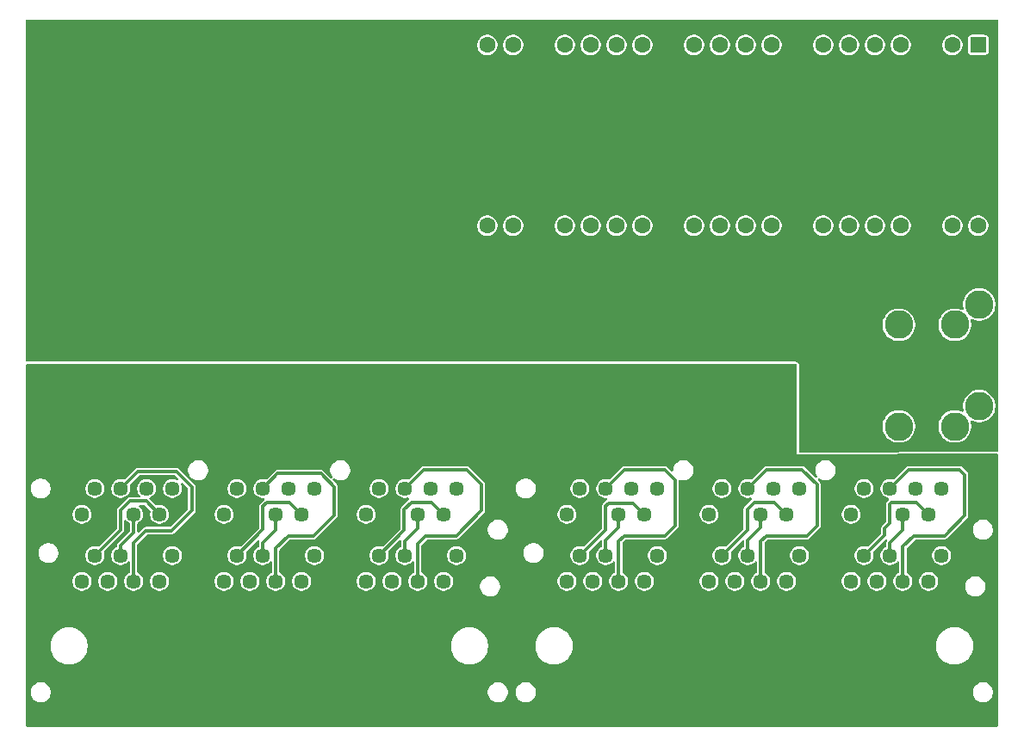
<source format=gbl>
%TF.GenerationSoftware,KiCad,Pcbnew,9.0.0*%
%TF.CreationDate,2025-03-16T14:08:26-07:00*%
%TF.ProjectId,elan_interface,656c616e-5f69-46e7-9465-72666163652e,rev?*%
%TF.SameCoordinates,Original*%
%TF.FileFunction,Copper,L2,Bot*%
%TF.FilePolarity,Positive*%
%FSLAX46Y46*%
G04 Gerber Fmt 4.6, Leading zero omitted, Abs format (unit mm)*
G04 Created by KiCad (PCBNEW 9.0.0) date 2025-03-16 14:08:26*
%MOMM*%
%LPD*%
G01*
G04 APERTURE LIST*
G04 Aperture macros list*
%AMRoundRect*
0 Rectangle with rounded corners*
0 $1 Rounding radius*
0 $2 $3 $4 $5 $6 $7 $8 $9 X,Y pos of 4 corners*
0 Add a 4 corners polygon primitive as box body*
4,1,4,$2,$3,$4,$5,$6,$7,$8,$9,$2,$3,0*
0 Add four circle primitives for the rounded corners*
1,1,$1+$1,$2,$3*
1,1,$1+$1,$4,$5*
1,1,$1+$1,$6,$7*
1,1,$1+$1,$8,$9*
0 Add four rect primitives between the rounded corners*
20,1,$1+$1,$2,$3,$4,$5,0*
20,1,$1+$1,$4,$5,$6,$7,0*
20,1,$1+$1,$6,$7,$8,$9,0*
20,1,$1+$1,$8,$9,$2,$3,0*%
%AMFreePoly0*
4,1,37,0.603843,0.796157,0.639018,0.796157,0.711114,0.766294,0.766294,0.711114,0.796157,0.639018,0.796157,0.603843,0.800000,0.600000,0.800000,-0.600000,0.796157,-0.603843,0.796157,-0.639018,0.766294,-0.711114,0.711114,-0.766294,0.639018,-0.796157,0.603843,-0.796157,0.600000,-0.800000,0.000000,-0.800000,0.000000,-0.796148,-0.078414,-0.796148,-0.232228,-0.765552,-0.377117,-0.705537,
-0.507515,-0.618408,-0.618408,-0.507515,-0.705537,-0.377117,-0.765552,-0.232228,-0.796148,-0.078414,-0.796148,0.078414,-0.765552,0.232228,-0.705537,0.377117,-0.618408,0.507515,-0.507515,0.618408,-0.377117,0.705537,-0.232228,0.765552,-0.078414,0.796148,0.000000,0.796148,0.000000,0.800000,0.600000,0.800000,0.603843,0.796157,0.603843,0.796157,$1*%
%AMFreePoly1*
4,1,37,0.000000,0.796148,0.078414,0.796148,0.232228,0.765552,0.377117,0.705537,0.507515,0.618408,0.618408,0.507515,0.705537,0.377117,0.765552,0.232228,0.796148,0.078414,0.796148,-0.078414,0.765552,-0.232228,0.705537,-0.377117,0.618408,-0.507515,0.507515,-0.618408,0.377117,-0.705537,0.232228,-0.765552,0.078414,-0.796148,0.000000,-0.796148,0.000000,-0.800000,-0.600000,-0.800000,
-0.603843,-0.796157,-0.639018,-0.796157,-0.711114,-0.766294,-0.766294,-0.711114,-0.796157,-0.639018,-0.796157,-0.603843,-0.800000,-0.600000,-0.800000,0.600000,-0.796157,0.603843,-0.796157,0.639018,-0.766294,0.711114,-0.711114,0.766294,-0.639018,0.796157,-0.603843,0.796157,-0.600000,0.800000,0.000000,0.800000,0.000000,0.796148,0.000000,0.796148,$1*%
G04 Aperture macros list end*
%TA.AperFunction,ComponentPad*%
%ADD10RoundRect,0.200000X-0.600000X0.600000X-0.600000X-0.600000X0.600000X-0.600000X0.600000X0.600000X0*%
%TD*%
%TA.AperFunction,ComponentPad*%
%ADD11C,1.600000*%
%TD*%
%TA.AperFunction,ComponentPad*%
%ADD12FreePoly0,270.000000*%
%TD*%
%TA.AperFunction,ComponentPad*%
%ADD13FreePoly1,270.000000*%
%TD*%
%TA.AperFunction,ComponentPad*%
%ADD14C,2.800000*%
%TD*%
%TA.AperFunction,ComponentPad*%
%ADD15C,1.450000*%
%TD*%
%TA.AperFunction,ViaPad*%
%ADD16C,0.750000*%
%TD*%
%TA.AperFunction,Conductor*%
%ADD17C,0.304800*%
%TD*%
G04 APERTURE END LIST*
D10*
%TO.P,U1,1,GPIO0*%
%TO.N,unconnected-(U1-GPIO0-Pad1)*%
X199820000Y-47720000D03*
D11*
%TO.P,U1,2,GPIO1*%
%TO.N,unconnected-(U1-GPIO1-Pad2)*%
X197280000Y-47720000D03*
D12*
%TO.P,U1,3,GND*%
%TO.N,GND*%
X194740000Y-47720000D03*
D11*
%TO.P,U1,4,GPIO2*%
%TO.N,unconnected-(U1-GPIO2-Pad4)*%
X192200000Y-47720000D03*
%TO.P,U1,5,GPIO3*%
%TO.N,unconnected-(U1-GPIO3-Pad5)*%
X189660000Y-47720000D03*
%TO.P,U1,6,GPIO4*%
%TO.N,unconnected-(U1-GPIO4-Pad6)*%
X187120000Y-47720000D03*
%TO.P,U1,7,GPIO5*%
%TO.N,unconnected-(U1-GPIO5-Pad7)*%
X184580000Y-47720000D03*
D12*
%TO.P,U1,8,GND*%
%TO.N,GND*%
X182040000Y-47720000D03*
D11*
%TO.P,U1,9,GPIO6*%
%TO.N,unconnected-(U1-GPIO6-Pad9)*%
X179500000Y-47720000D03*
%TO.P,U1,10,GPIO7*%
%TO.N,unconnected-(U1-GPIO7-Pad10)*%
X176960000Y-47720000D03*
%TO.P,U1,11,GPIO8*%
%TO.N,unconnected-(U1-GPIO8-Pad11)*%
X174420000Y-47720000D03*
%TO.P,U1,12,GPIO9*%
%TO.N,unconnected-(U1-GPIO9-Pad12)*%
X171880000Y-47720000D03*
D12*
%TO.P,U1,13,GND*%
%TO.N,GND*%
X169340000Y-47720000D03*
D11*
%TO.P,U1,14,GPIO10*%
%TO.N,unconnected-(U1-GPIO10-Pad14)*%
X166800000Y-47720000D03*
%TO.P,U1,15,GPIO11*%
%TO.N,unconnected-(U1-GPIO11-Pad15)*%
X164260000Y-47720000D03*
%TO.P,U1,16,GPIO12*%
%TO.N,unconnected-(U1-GPIO12-Pad16)*%
X161720000Y-47720000D03*
%TO.P,U1,17,GPIO13*%
%TO.N,Net-(U1-GPIO13)*%
X159180000Y-47720000D03*
D12*
%TO.P,U1,18,GND*%
%TO.N,GND*%
X156640000Y-47720000D03*
D11*
%TO.P,U1,19,GPIO14*%
%TO.N,unconnected-(U1-GPIO14-Pad19)*%
X154100000Y-47720000D03*
%TO.P,U1,20,GPIO15*%
%TO.N,unconnected-(U1-GPIO15-Pad20)*%
X151560000Y-47720000D03*
%TO.P,U1,21,GPIO16*%
%TO.N,unconnected-(U1-GPIO16-Pad21)*%
X151560000Y-65500000D03*
%TO.P,U1,22,GPIO17*%
%TO.N,/Level Shifter2/in*%
X154100000Y-65500000D03*
D13*
%TO.P,U1,23,GND*%
%TO.N,GND*%
X156640000Y-65500000D03*
D11*
%TO.P,U1,24,GPIO18*%
%TO.N,/Level Shifter4/in*%
X159180000Y-65500000D03*
%TO.P,U1,25,GPIO19*%
%TO.N,/Level Shifter6/in*%
X161720000Y-65500000D03*
%TO.P,U1,26,GPIO20*%
%TO.N,/Level Shifter5/in*%
X164260000Y-65500000D03*
%TO.P,U1,27,GPIO21*%
%TO.N,/Level Shifter3/in*%
X166800000Y-65500000D03*
D13*
%TO.P,U1,28,GND*%
%TO.N,GND*%
X169340000Y-65500000D03*
D11*
%TO.P,U1,29,GPIO22*%
%TO.N,/Level Shifter1/in*%
X171880000Y-65500000D03*
%TO.P,U1,30,RUN*%
%TO.N,unconnected-(U1-RUN-Pad30)*%
X174420000Y-65500000D03*
%TO.P,U1,31,GPIO26_ADC0*%
%TO.N,unconnected-(U1-GPIO26_ADC0-Pad31)*%
X176960000Y-65500000D03*
%TO.P,U1,32,GPIO27_ADC1*%
%TO.N,Net-(Q13-G)*%
X179500000Y-65500000D03*
D13*
%TO.P,U1,33,AGND*%
%TO.N,GND*%
X182040000Y-65500000D03*
D11*
%TO.P,U1,34,GPIO28_ADC2*%
%TO.N,unconnected-(U1-GPIO28_ADC2-Pad34)*%
X184580000Y-65500000D03*
%TO.P,U1,35,ADC_VREF*%
%TO.N,unconnected-(U1-ADC_VREF-Pad35)*%
X187120000Y-65500000D03*
%TO.P,U1,36,3V3*%
%TO.N,+3.3V*%
X189660000Y-65500000D03*
%TO.P,U1,37,3V3_EN*%
%TO.N,unconnected-(U1-3V3_EN-Pad37)*%
X192200000Y-65500000D03*
D13*
%TO.P,U1,38,GND*%
%TO.N,GND*%
X194740000Y-65500000D03*
D11*
%TO.P,U1,39,VSYS*%
%TO.N,unconnected-(U1-VSYS-Pad39)*%
X197280000Y-65500000D03*
%TO.P,U1,40,VBUS*%
%TO.N,unconnected-(U1-VBUS-Pad40)*%
X199820000Y-65500000D03*
%TD*%
D14*
%TO.P,J2,R*%
%TO.N,Net-(Q13-D)*%
X192020000Y-85250000D03*
%TO.P,J2,S*%
X199920000Y-83250000D03*
%TO.P,J2,T*%
%TO.N,Net-(J2-PadT)*%
X197520000Y-85250000D03*
%TD*%
%TO.P,J1,R*%
%TO.N,Net-(Q13-D)*%
X192020000Y-75250000D03*
%TO.P,J1,S*%
X199920000Y-73250000D03*
%TO.P,J1,T*%
%TO.N,Net-(J1-PadT)*%
X197520000Y-75250000D03*
%TD*%
D15*
%TO.P,C3,1,A1*%
%TO.N,unconnected-(C3A-A1-Pad1)*%
X148535000Y-91360000D03*
%TO.P,C3,2,A2*%
%TO.N,/Level Shifter6/out*%
X147265000Y-93900000D03*
%TO.P,C3,3,A3*%
%TO.N,unconnected-(C3A-A3-Pad3)*%
X145995000Y-91360000D03*
%TO.P,C3,4,A4*%
%TO.N,Net-(C3A-A4)*%
X144725000Y-93900000D03*
%TO.P,C3,5,A5*%
%TO.N,Net-(C3A-A5)*%
X143455000Y-91360000D03*
%TO.P,C3,6,A6*%
%TO.N,+12V*%
X142185000Y-93900000D03*
%TO.P,C3,7,A7*%
%TO.N,GND*%
X140915000Y-91360000D03*
%TO.P,C3,8,A8*%
%TO.N,unconnected-(C3A-A8-Pad8)*%
X139645000Y-93900000D03*
%TO.P,C3,9,B1*%
%TO.N,unconnected-(C3B-B1-Pad9)*%
X134565000Y-91360000D03*
%TO.P,C3,10,B2*%
%TO.N,/Level Shifter4/out*%
X133295000Y-93900000D03*
%TO.P,C3,11,B3*%
%TO.N,unconnected-(C3B-B3-Pad11)*%
X132025000Y-91360000D03*
%TO.P,C3,12,B4*%
%TO.N,Net-(C3B-B4)*%
X130755000Y-93900000D03*
%TO.P,C3,13,B5*%
%TO.N,Net-(C3B-B5)*%
X129485000Y-91360000D03*
%TO.P,C3,14,B6*%
%TO.N,+12V*%
X128215000Y-93900000D03*
%TO.P,C3,15,B7*%
%TO.N,GND*%
X126945000Y-91360000D03*
%TO.P,C3,16,B8*%
%TO.N,unconnected-(C3B-B8-Pad16)*%
X125675000Y-93900000D03*
%TO.P,C3,17,C1*%
%TO.N,unconnected-(C3C-C1-Pad17)*%
X120595000Y-91360000D03*
%TO.P,C3,18,C2*%
%TO.N,/Level Shifter2/out*%
X119325000Y-93900000D03*
%TO.P,C3,19,C3*%
%TO.N,unconnected-(C3C-C3-Pad19)*%
X118055000Y-91360000D03*
%TO.P,C3,20,C4*%
%TO.N,/rj45S/485+*%
X116785000Y-93900000D03*
%TO.P,C3,21,C5*%
%TO.N,/rj45S/485-*%
X115515000Y-91360000D03*
%TO.P,C3,22,C6*%
%TO.N,+12V*%
X114245000Y-93900000D03*
%TO.P,C3,23,C7*%
%TO.N,GND*%
X112975000Y-91360000D03*
%TO.P,C3,24,C8*%
%TO.N,unconnected-(C3C-C8-Pad24)*%
X111705000Y-93900000D03*
%TO.P,C3,25,D1*%
%TO.N,unconnected-(C3D-D1-Pad25)*%
X111705000Y-100500000D03*
%TO.P,C3,26,D2*%
%TO.N,/Level Shifter2/out*%
X112975000Y-97960000D03*
%TO.P,C3,27,D3*%
%TO.N,unconnected-(C3D-D3-Pad27)*%
X114245000Y-100500000D03*
%TO.P,C3,28,D4*%
%TO.N,/rj45S/485+*%
X115515000Y-97960000D03*
%TO.P,C3,29,D5*%
%TO.N,/rj45S/485-*%
X116785000Y-100500000D03*
%TO.P,C3,30,D6*%
%TO.N,+12V*%
X118055000Y-97960000D03*
%TO.P,C3,31,D7*%
%TO.N,GND*%
X119325000Y-100500000D03*
%TO.P,C3,32,D8*%
%TO.N,unconnected-(C3D-D8-Pad32)*%
X120595000Y-97960000D03*
%TO.P,C3,33,E1*%
%TO.N,unconnected-(C3E-E1-Pad33)*%
X125675000Y-100500000D03*
%TO.P,C3,34,E2*%
%TO.N,/Level Shifter4/out*%
X126945000Y-97960000D03*
%TO.P,C3,35,E3*%
%TO.N,unconnected-(C3E-E3-Pad35)*%
X128215000Y-100500000D03*
%TO.P,C3,36,E4*%
%TO.N,Net-(C3B-B4)*%
X129485000Y-97960000D03*
%TO.P,C3,37,E5*%
%TO.N,Net-(C3B-B5)*%
X130755000Y-100500000D03*
%TO.P,C3,38,E6*%
%TO.N,+12V*%
X132025000Y-97960000D03*
%TO.P,C3,39,E7*%
%TO.N,GND*%
X133295000Y-100500000D03*
%TO.P,C3,40,E8*%
%TO.N,unconnected-(C3E-E8-Pad40)*%
X134565000Y-97960000D03*
%TO.P,C3,41,F1*%
%TO.N,unconnected-(C3F-F1-Pad41)*%
X139645000Y-100500000D03*
%TO.P,C3,42,F2*%
%TO.N,/Level Shifter6/out*%
X140915000Y-97960000D03*
%TO.P,C3,43,F3*%
%TO.N,unconnected-(C3F-F3-Pad43)*%
X142185000Y-100500000D03*
%TO.P,C3,44,F4*%
%TO.N,Net-(C3A-A4)*%
X143455000Y-97960000D03*
%TO.P,C3,45,F5*%
%TO.N,Net-(C3A-A5)*%
X144725000Y-100500000D03*
%TO.P,C3,46,F6*%
%TO.N,+12V*%
X145995000Y-97960000D03*
%TO.P,C3,47,F7*%
%TO.N,GND*%
X147265000Y-100500000D03*
%TO.P,C3,48,F8*%
%TO.N,unconnected-(C3F-F8-Pad48)*%
X148535000Y-97960000D03*
%TD*%
%TO.P,C4,1,A1*%
%TO.N,unconnected-(C4A-A1-Pad1)*%
X196220000Y-91360000D03*
%TO.P,C4,2,A2*%
%TO.N,/Level Shifter1/out*%
X194950000Y-93900000D03*
%TO.P,C4,3,A3*%
%TO.N,unconnected-(C4A-A3-Pad3)*%
X193680000Y-91360000D03*
%TO.P,C4,4,A4*%
%TO.N,Net-(C4A-A4)*%
X192410000Y-93900000D03*
%TO.P,C4,5,A5*%
%TO.N,Net-(C4A-A5)*%
X191140000Y-91360000D03*
%TO.P,C4,6,A6*%
%TO.N,+12V*%
X189870000Y-93900000D03*
%TO.P,C4,7,A7*%
%TO.N,GND*%
X188600000Y-91360000D03*
%TO.P,C4,8,A8*%
%TO.N,unconnected-(C4A-A8-Pad8)*%
X187330000Y-93900000D03*
%TO.P,C4,9,B1*%
%TO.N,unconnected-(C4B-B1-Pad9)*%
X182250000Y-91360000D03*
%TO.P,C4,10,B2*%
%TO.N,/Level Shifter3/out*%
X180980000Y-93900000D03*
%TO.P,C4,11,B3*%
%TO.N,unconnected-(C4B-B3-Pad11)*%
X179710000Y-91360000D03*
%TO.P,C4,12,B4*%
%TO.N,Net-(C4B-B4)*%
X178440000Y-93900000D03*
%TO.P,C4,13,B5*%
%TO.N,Net-(C4B-B5)*%
X177170000Y-91360000D03*
%TO.P,C4,14,B6*%
%TO.N,+12V*%
X175900000Y-93900000D03*
%TO.P,C4,15,B7*%
%TO.N,GND*%
X174630000Y-91360000D03*
%TO.P,C4,16,B8*%
%TO.N,unconnected-(C4B-B8-Pad16)*%
X173360000Y-93900000D03*
%TO.P,C4,17,C1*%
%TO.N,unconnected-(C4C-C1-Pad17)*%
X168280000Y-91360000D03*
%TO.P,C4,18,C2*%
%TO.N,/Level Shifter5/out*%
X167010000Y-93900000D03*
%TO.P,C4,19,C3*%
%TO.N,unconnected-(C4C-C3-Pad19)*%
X165740000Y-91360000D03*
%TO.P,C4,20,C4*%
%TO.N,Net-(C4C-C4)*%
X164470000Y-93900000D03*
%TO.P,C4,21,C5*%
%TO.N,Net-(C4C-C5)*%
X163200000Y-91360000D03*
%TO.P,C4,22,C6*%
%TO.N,+12V*%
X161930000Y-93900000D03*
%TO.P,C4,23,C7*%
%TO.N,GND*%
X160660000Y-91360000D03*
%TO.P,C4,24,C8*%
%TO.N,unconnected-(C4C-C8-Pad24)*%
X159390000Y-93900000D03*
%TO.P,C4,25,D1*%
%TO.N,unconnected-(C4D-D1-Pad25)*%
X159390000Y-100500000D03*
%TO.P,C4,26,D2*%
%TO.N,/Level Shifter5/out*%
X160660000Y-97960000D03*
%TO.P,C4,27,D3*%
%TO.N,unconnected-(C4D-D3-Pad27)*%
X161930000Y-100500000D03*
%TO.P,C4,28,D4*%
%TO.N,Net-(C4C-C4)*%
X163200000Y-97960000D03*
%TO.P,C4,29,D5*%
%TO.N,Net-(C4C-C5)*%
X164470000Y-100500000D03*
%TO.P,C4,30,D6*%
%TO.N,+12V*%
X165740000Y-97960000D03*
%TO.P,C4,31,D7*%
%TO.N,GND*%
X167010000Y-100500000D03*
%TO.P,C4,32,D8*%
%TO.N,unconnected-(C4D-D8-Pad32)*%
X168280000Y-97960000D03*
%TO.P,C4,33,E1*%
%TO.N,unconnected-(C4E-E1-Pad33)*%
X173360000Y-100500000D03*
%TO.P,C4,34,E2*%
%TO.N,/Level Shifter3/out*%
X174630000Y-97960000D03*
%TO.P,C4,35,E3*%
%TO.N,unconnected-(C4E-E3-Pad35)*%
X175900000Y-100500000D03*
%TO.P,C4,36,E4*%
%TO.N,Net-(C4B-B4)*%
X177170000Y-97960000D03*
%TO.P,C4,37,E5*%
%TO.N,Net-(C4B-B5)*%
X178440000Y-100500000D03*
%TO.P,C4,38,E6*%
%TO.N,+12V*%
X179710000Y-97960000D03*
%TO.P,C4,39,E7*%
%TO.N,GND*%
X180980000Y-100500000D03*
%TO.P,C4,40,E8*%
%TO.N,unconnected-(C4E-E8-Pad40)*%
X182250000Y-97960000D03*
%TO.P,C4,41,F1*%
%TO.N,unconnected-(C4F-F1-Pad41)*%
X187330000Y-100500000D03*
%TO.P,C4,42,F2*%
%TO.N,/Level Shifter1/out*%
X188600000Y-97960000D03*
%TO.P,C4,43,F3*%
%TO.N,unconnected-(C4F-F3-Pad43)*%
X189870000Y-100500000D03*
%TO.P,C4,44,F4*%
%TO.N,Net-(C4A-A4)*%
X191140000Y-97960000D03*
%TO.P,C4,45,F5*%
%TO.N,Net-(C4A-A5)*%
X192410000Y-100500000D03*
%TO.P,C4,46,F6*%
%TO.N,+12V*%
X193680000Y-97960000D03*
%TO.P,C4,47,F7*%
%TO.N,GND*%
X194950000Y-100500000D03*
%TO.P,C4,48,F8*%
%TO.N,unconnected-(C4F-F8-Pad48)*%
X196220000Y-97960000D03*
%TD*%
D16*
%TO.N,GND*%
X183100000Y-86800000D03*
X187000000Y-86000000D03*
X185000000Y-86000000D03*
X175500000Y-77800000D03*
X171750000Y-77850000D03*
X166100000Y-77750000D03*
X163050000Y-77800000D03*
X158450000Y-78050000D03*
X155100000Y-78000000D03*
X152350000Y-78050000D03*
X146900000Y-77900000D03*
X126400000Y-77550000D03*
X131950000Y-77700000D03*
X140600000Y-78100000D03*
X138100000Y-78000000D03*
X136300000Y-71750000D03*
X131650000Y-74300000D03*
X121600000Y-75450000D03*
X108700000Y-74800000D03*
X115350000Y-75400000D03*
%TO.N,+12V*%
X170750000Y-83700000D03*
X134300000Y-82100000D03*
X139600000Y-80300000D03*
X162800000Y-83700000D03*
X125700000Y-79900000D03*
X148300000Y-82400000D03*
X181100000Y-83700000D03*
X116650000Y-79862500D03*
X128200000Y-79762500D03*
X158300000Y-80700000D03*
X166800000Y-80725000D03*
X175900000Y-80562500D03*
X123050000Y-81900000D03*
%TO.N,GND*%
X182900000Y-77100000D03*
X169250000Y-52250000D03*
X172400000Y-74950000D03*
X154500000Y-75500000D03*
X195150000Y-70400000D03*
X176200000Y-61050000D03*
X142600000Y-63050000D03*
X114100000Y-58100000D03*
X179950000Y-73500000D03*
X162300000Y-52600000D03*
X144400000Y-74950000D03*
X127200000Y-58800000D03*
X144900000Y-65300000D03*
X150850000Y-74950000D03*
X178650000Y-73500000D03*
X117750000Y-64800000D03*
X193400000Y-52600000D03*
X163400000Y-75150000D03*
X111050000Y-50650000D03*
X148750000Y-75350000D03*
X163650000Y-61250000D03*
X158850000Y-75300000D03*
X147500000Y-63100000D03*
X139350000Y-58500000D03*
X156850000Y-75450000D03*
X169800000Y-75100000D03*
X140400000Y-50750000D03*
X142750000Y-50500000D03*
X185500000Y-52700000D03*
X178400000Y-52550000D03*
X194400000Y-60700000D03*
%TD*%
D17*
%TO.N,/Level Shifter1/out*%
X190600000Y-95300000D02*
X190600000Y-95960000D01*
X191100000Y-92900000D02*
X191100000Y-94800000D01*
X190600000Y-95960000D02*
X188600000Y-97960000D01*
X193750000Y-92700000D02*
X191300000Y-92700000D01*
X194950000Y-93900000D02*
X193750000Y-92700000D01*
X191100000Y-94800000D02*
X190600000Y-95300000D01*
X191300000Y-92700000D02*
X191100000Y-92900000D01*
%TO.N,/rj45S/485+*%
X116785000Y-95664696D02*
X116785000Y-93900000D01*
X115515000Y-96934696D02*
X116785000Y-95664696D01*
X115515000Y-97960000D02*
X115515000Y-96934696D01*
%TO.N,/rj45S/485-*%
X121000000Y-89700000D02*
X117175000Y-89700000D01*
X120500000Y-95500000D02*
X122500000Y-93500000D01*
X122500000Y-93500000D02*
X122500000Y-91200000D01*
X116785000Y-96715000D02*
X118000000Y-95500000D01*
X116785000Y-100500000D02*
X116785000Y-96715000D01*
X122500000Y-91200000D02*
X121000000Y-89700000D01*
X118000000Y-95500000D02*
X120500000Y-95500000D01*
X117175000Y-89700000D02*
X115515000Y-91360000D01*
%TO.N,/Level Shifter2/out*%
X115500000Y-93500000D02*
X116400000Y-92600000D01*
X115500000Y-95435000D02*
X115500000Y-93500000D01*
X112975000Y-97960000D02*
X115500000Y-95435000D01*
X118025000Y-92600000D02*
X119325000Y-93900000D01*
X116400000Y-92600000D02*
X118025000Y-92600000D01*
%TO.N,/Level Shifter3/out*%
X177100000Y-93400000D02*
X177100000Y-95490000D01*
X180980000Y-93900000D02*
X179780000Y-92700000D01*
X179780000Y-92700000D02*
X177800000Y-92700000D01*
X177100000Y-95490000D02*
X174630000Y-97960000D01*
X177800000Y-92700000D02*
X177100000Y-93400000D01*
%TO.N,/Level Shifter4/out*%
X129900000Y-92700000D02*
X132095000Y-92700000D01*
X129500000Y-93100000D02*
X129900000Y-92700000D01*
X129500000Y-95405000D02*
X129500000Y-93100000D01*
X132095000Y-92700000D02*
X133295000Y-93900000D01*
X126945000Y-97960000D02*
X129500000Y-95405000D01*
%TO.N,/Level Shifter5/out*%
X163200000Y-95420000D02*
X160660000Y-97960000D01*
X167010000Y-93900000D02*
X165910000Y-92800000D01*
X163500000Y-92800000D02*
X163200000Y-93100000D01*
X165910000Y-92800000D02*
X163500000Y-92800000D01*
X163200000Y-93100000D02*
X163200000Y-95420000D01*
%TO.N,/Level Shifter6/out*%
X147265000Y-93900000D02*
X146065000Y-92700000D01*
X146065000Y-92700000D02*
X144100000Y-92700000D01*
X143400000Y-95475000D02*
X140915000Y-97960000D01*
X143400000Y-93400000D02*
X143400000Y-95475000D01*
X144100000Y-92700000D02*
X143400000Y-93400000D01*
%TO.N,Net-(C3B-B4)*%
X129485000Y-97960000D02*
X129485000Y-96715000D01*
X129485000Y-96715000D02*
X130755000Y-95445000D01*
X130755000Y-95445000D02*
X130755000Y-93900000D01*
%TO.N,Net-(C3B-B5)*%
X130755000Y-100500000D02*
X130755000Y-97245000D01*
X130755000Y-97245000D02*
X132000000Y-96000000D01*
X134500000Y-96000000D02*
X136500000Y-94000000D01*
X136500000Y-94000000D02*
X136500000Y-91200000D01*
X136500000Y-91200000D02*
X135200000Y-89900000D01*
X132000000Y-96000000D02*
X134500000Y-96000000D01*
X135200000Y-89900000D02*
X130945000Y-89900000D01*
X130945000Y-89900000D02*
X129485000Y-91360000D01*
%TO.N,Net-(C4B-B4)*%
X177170000Y-96430000D02*
X177170000Y-97960000D01*
X178440000Y-93900000D02*
X178440000Y-95160000D01*
X178440000Y-95160000D02*
X177170000Y-96430000D01*
%TO.N,Net-(C4A-A4)*%
X191140000Y-96760000D02*
X191140000Y-97960000D01*
X192410000Y-93900000D02*
X192410000Y-95490000D01*
X192410000Y-95490000D02*
X191140000Y-96760000D01*
%TO.N,Net-(C4C-C4)*%
X164470000Y-95230000D02*
X163200000Y-96500000D01*
X164470000Y-93900000D02*
X164470000Y-95230000D01*
X163200000Y-96500000D02*
X163200000Y-97960000D01*
%TO.N,Net-(C4A-A5)*%
X198500000Y-94000000D02*
X198500000Y-90000000D01*
X193500000Y-96000000D02*
X196500000Y-96000000D01*
X192410000Y-97090000D02*
X193500000Y-96000000D01*
X198000000Y-89500000D02*
X193000000Y-89500000D01*
X193000000Y-89500000D02*
X191140000Y-91360000D01*
X198500000Y-90000000D02*
X198000000Y-89500000D01*
X192410000Y-100500000D02*
X192410000Y-97090000D01*
X196500000Y-96000000D02*
X198500000Y-94000000D01*
%TO.N,Net-(C4C-C5)*%
X165060000Y-89500000D02*
X169000000Y-89500000D01*
X169000000Y-96000000D02*
X165000000Y-96000000D01*
X170000000Y-95000000D02*
X169000000Y-96000000D01*
X163200000Y-91360000D02*
X165060000Y-89500000D01*
X164470000Y-96530000D02*
X164470000Y-100500000D01*
X170000000Y-90500000D02*
X170000000Y-95000000D01*
X169000000Y-89500000D02*
X170000000Y-90500000D01*
X165000000Y-96000000D02*
X164470000Y-96530000D01*
%TO.N,Net-(C4B-B5)*%
X184000000Y-95000000D02*
X184000000Y-91000000D01*
X183000000Y-96000000D02*
X184000000Y-95000000D01*
X182500000Y-89500000D02*
X179030000Y-89500000D01*
X184000000Y-91000000D02*
X182500000Y-89500000D01*
X178440000Y-96560000D02*
X179000000Y-96000000D01*
X179030000Y-89500000D02*
X177170000Y-91360000D01*
X179000000Y-96000000D02*
X183000000Y-96000000D01*
X178440000Y-100500000D02*
X178440000Y-96560000D01*
%TO.N,Net-(C3A-A5)*%
X145315000Y-89500000D02*
X143455000Y-91360000D01*
X145500000Y-96000000D02*
X148500000Y-96000000D01*
X148500000Y-96000000D02*
X151000000Y-93500000D01*
X151000000Y-93500000D02*
X151000000Y-91000000D01*
X144725000Y-96775000D02*
X145500000Y-96000000D01*
X151000000Y-91000000D02*
X149500000Y-89500000D01*
X149500000Y-89500000D02*
X145315000Y-89500000D01*
X144725000Y-100500000D02*
X144725000Y-96775000D01*
%TO.N,Net-(C3A-A4)*%
X143455000Y-96545000D02*
X143455000Y-97960000D01*
X144725000Y-93900000D02*
X144725000Y-95275000D01*
X144725000Y-95275000D02*
X143455000Y-96545000D01*
%TD*%
%TA.AperFunction,Conductor*%
%TO.N,+12V*%
G36*
X181943039Y-79119685D02*
G01*
X181988794Y-79172489D01*
X182000000Y-79224000D01*
X182000000Y-87999999D01*
X182000000Y-88000000D01*
X201675193Y-87950812D01*
X201742278Y-87970328D01*
X201788165Y-88023018D01*
X201799500Y-88074811D01*
X201799500Y-114675500D01*
X201779815Y-114742539D01*
X201727011Y-114788294D01*
X201675500Y-114799500D01*
X106324500Y-114799500D01*
X106257461Y-114779815D01*
X106211706Y-114727011D01*
X106200500Y-114675500D01*
X106200500Y-111517065D01*
X106659499Y-111517065D01*
X106697371Y-111707454D01*
X106697373Y-111707460D01*
X106771661Y-111886807D01*
X106879513Y-112048221D01*
X107016778Y-112185486D01*
X107016781Y-112185488D01*
X107178191Y-112293338D01*
X107357540Y-112367627D01*
X107357544Y-112367627D01*
X107357545Y-112367628D01*
X107547934Y-112405500D01*
X107547937Y-112405500D01*
X107742065Y-112405500D01*
X107870154Y-112380020D01*
X107932460Y-112367627D01*
X108111809Y-112293338D01*
X108273219Y-112185488D01*
X108410488Y-112048219D01*
X108518338Y-111886809D01*
X108592627Y-111707460D01*
X108630500Y-111517065D01*
X151609499Y-111517065D01*
X151647371Y-111707454D01*
X151647373Y-111707460D01*
X151721661Y-111886807D01*
X151829513Y-112048221D01*
X151966778Y-112185486D01*
X151966781Y-112185488D01*
X152128191Y-112293338D01*
X152307540Y-112367627D01*
X152307544Y-112367627D01*
X152307545Y-112367628D01*
X152497934Y-112405500D01*
X152497937Y-112405500D01*
X152692065Y-112405500D01*
X152820154Y-112380020D01*
X152882460Y-112367627D01*
X153061809Y-112293338D01*
X153223219Y-112185488D01*
X153360488Y-112048219D01*
X153468338Y-111886809D01*
X153542627Y-111707460D01*
X153580500Y-111517065D01*
X154344499Y-111517065D01*
X154382371Y-111707454D01*
X154382373Y-111707460D01*
X154456661Y-111886807D01*
X154564513Y-112048221D01*
X154701778Y-112185486D01*
X154701781Y-112185488D01*
X154863191Y-112293338D01*
X155042540Y-112367627D01*
X155042544Y-112367627D01*
X155042545Y-112367628D01*
X155232934Y-112405500D01*
X155232937Y-112405500D01*
X155427065Y-112405500D01*
X155555154Y-112380020D01*
X155617460Y-112367627D01*
X155796809Y-112293338D01*
X155958219Y-112185488D01*
X156095488Y-112048219D01*
X156203338Y-111886809D01*
X156277627Y-111707460D01*
X156315500Y-111517065D01*
X199294499Y-111517065D01*
X199332371Y-111707454D01*
X199332373Y-111707460D01*
X199406661Y-111886807D01*
X199514513Y-112048221D01*
X199651778Y-112185486D01*
X199651781Y-112185488D01*
X199813191Y-112293338D01*
X199992540Y-112367627D01*
X199992544Y-112367627D01*
X199992545Y-112367628D01*
X200182934Y-112405500D01*
X200182937Y-112405500D01*
X200377065Y-112405500D01*
X200505154Y-112380020D01*
X200567460Y-112367627D01*
X200746809Y-112293338D01*
X200908219Y-112185488D01*
X201045488Y-112048219D01*
X201153338Y-111886809D01*
X201227627Y-111707460D01*
X201265500Y-111517063D01*
X201265500Y-111322937D01*
X201265500Y-111322934D01*
X201227628Y-111132545D01*
X201227627Y-111132544D01*
X201227627Y-111132540D01*
X201153338Y-110953191D01*
X201045488Y-110791781D01*
X201045486Y-110791778D01*
X200908221Y-110654513D01*
X200827514Y-110600587D01*
X200746809Y-110546662D01*
X200567460Y-110472373D01*
X200567454Y-110472371D01*
X200377065Y-110434500D01*
X200377063Y-110434500D01*
X200182937Y-110434500D01*
X200182935Y-110434500D01*
X199992545Y-110472371D01*
X199992539Y-110472373D01*
X199813192Y-110546661D01*
X199651778Y-110654513D01*
X199514513Y-110791778D01*
X199406661Y-110953192D01*
X199332373Y-111132539D01*
X199332371Y-111132545D01*
X199294500Y-111322934D01*
X199294500Y-111322937D01*
X199294500Y-111517063D01*
X199294500Y-111517065D01*
X199294499Y-111517065D01*
X156315500Y-111517065D01*
X156315500Y-111517063D01*
X156315500Y-111322937D01*
X156315500Y-111322934D01*
X156277628Y-111132545D01*
X156277627Y-111132544D01*
X156277627Y-111132540D01*
X156203338Y-110953191D01*
X156095488Y-110791781D01*
X156095486Y-110791778D01*
X155958221Y-110654513D01*
X155877514Y-110600587D01*
X155796809Y-110546662D01*
X155617460Y-110472373D01*
X155617454Y-110472371D01*
X155427065Y-110434500D01*
X155427063Y-110434500D01*
X155232937Y-110434500D01*
X155232935Y-110434500D01*
X155042545Y-110472371D01*
X155042539Y-110472373D01*
X154863192Y-110546661D01*
X154701778Y-110654513D01*
X154564513Y-110791778D01*
X154456661Y-110953192D01*
X154382373Y-111132539D01*
X154382371Y-111132545D01*
X154344500Y-111322934D01*
X154344500Y-111322937D01*
X154344500Y-111517063D01*
X154344500Y-111517065D01*
X154344499Y-111517065D01*
X153580500Y-111517065D01*
X153580500Y-111517063D01*
X153580500Y-111322937D01*
X153580500Y-111322934D01*
X153542628Y-111132545D01*
X153542627Y-111132544D01*
X153542627Y-111132540D01*
X153468338Y-110953191D01*
X153360488Y-110791781D01*
X153360486Y-110791778D01*
X153223221Y-110654513D01*
X153142514Y-110600587D01*
X153061809Y-110546662D01*
X152882460Y-110472373D01*
X152882454Y-110472371D01*
X152692065Y-110434500D01*
X152692063Y-110434500D01*
X152497937Y-110434500D01*
X152497935Y-110434500D01*
X152307545Y-110472371D01*
X152307539Y-110472373D01*
X152128192Y-110546661D01*
X151966778Y-110654513D01*
X151829513Y-110791778D01*
X151721661Y-110953192D01*
X151647373Y-111132539D01*
X151647371Y-111132545D01*
X151609500Y-111322934D01*
X151609500Y-111322937D01*
X151609500Y-111517063D01*
X151609500Y-111517065D01*
X151609499Y-111517065D01*
X108630500Y-111517065D01*
X108630500Y-111517063D01*
X108630500Y-111322937D01*
X108630500Y-111322934D01*
X108592628Y-111132545D01*
X108592627Y-111132544D01*
X108592627Y-111132540D01*
X108518338Y-110953191D01*
X108410488Y-110791781D01*
X108410486Y-110791778D01*
X108273221Y-110654513D01*
X108192514Y-110600587D01*
X108111809Y-110546662D01*
X107932460Y-110472373D01*
X107932454Y-110472371D01*
X107742065Y-110434500D01*
X107742063Y-110434500D01*
X107547937Y-110434500D01*
X107547935Y-110434500D01*
X107357545Y-110472371D01*
X107357539Y-110472373D01*
X107178192Y-110546661D01*
X107016778Y-110654513D01*
X106879513Y-110791778D01*
X106771661Y-110953192D01*
X106697373Y-111132539D01*
X106697371Y-111132545D01*
X106659500Y-111322934D01*
X106659500Y-111322937D01*
X106659500Y-111517063D01*
X106659500Y-111517065D01*
X106659499Y-111517065D01*
X106200500Y-111517065D01*
X106200500Y-106730356D01*
X108609500Y-106730356D01*
X108609500Y-106969643D01*
X108609501Y-106969659D01*
X108640734Y-107206900D01*
X108702669Y-107438045D01*
X108794243Y-107659123D01*
X108794251Y-107659140D01*
X108913891Y-107866365D01*
X108913892Y-107866367D01*
X109059569Y-108056216D01*
X109059575Y-108056223D01*
X109228776Y-108225424D01*
X109228783Y-108225430D01*
X109418632Y-108371107D01*
X109418634Y-108371108D01*
X109625859Y-108490748D01*
X109625862Y-108490749D01*
X109625870Y-108490754D01*
X109846953Y-108582330D01*
X110078098Y-108644265D01*
X110315350Y-108675500D01*
X110315357Y-108675500D01*
X110554643Y-108675500D01*
X110554650Y-108675500D01*
X110791902Y-108644265D01*
X111023047Y-108582330D01*
X111244130Y-108490754D01*
X111451370Y-108371105D01*
X111641218Y-108225429D01*
X111810429Y-108056218D01*
X111956105Y-107866370D01*
X112075754Y-107659130D01*
X112167330Y-107438047D01*
X112229265Y-107206902D01*
X112260500Y-106969650D01*
X112260500Y-106730356D01*
X147979500Y-106730356D01*
X147979500Y-106969643D01*
X147979501Y-106969659D01*
X148010734Y-107206900D01*
X148072669Y-107438045D01*
X148164243Y-107659123D01*
X148164251Y-107659140D01*
X148283891Y-107866365D01*
X148283892Y-107866367D01*
X148429569Y-108056216D01*
X148429575Y-108056223D01*
X148598776Y-108225424D01*
X148598783Y-108225430D01*
X148788632Y-108371107D01*
X148788634Y-108371108D01*
X148995859Y-108490748D01*
X148995862Y-108490749D01*
X148995870Y-108490754D01*
X149216953Y-108582330D01*
X149448098Y-108644265D01*
X149685350Y-108675500D01*
X149685357Y-108675500D01*
X149924643Y-108675500D01*
X149924650Y-108675500D01*
X150161902Y-108644265D01*
X150393047Y-108582330D01*
X150614130Y-108490754D01*
X150821370Y-108371105D01*
X151011218Y-108225429D01*
X151180429Y-108056218D01*
X151326105Y-107866370D01*
X151445754Y-107659130D01*
X151537330Y-107438047D01*
X151599265Y-107206902D01*
X151630500Y-106969650D01*
X151630500Y-106730356D01*
X156294500Y-106730356D01*
X156294500Y-106969643D01*
X156294501Y-106969659D01*
X156325734Y-107206900D01*
X156387669Y-107438045D01*
X156479243Y-107659123D01*
X156479251Y-107659140D01*
X156598891Y-107866365D01*
X156598892Y-107866367D01*
X156744569Y-108056216D01*
X156744575Y-108056223D01*
X156913776Y-108225424D01*
X156913783Y-108225430D01*
X157103632Y-108371107D01*
X157103634Y-108371108D01*
X157310859Y-108490748D01*
X157310862Y-108490749D01*
X157310870Y-108490754D01*
X157531953Y-108582330D01*
X157763098Y-108644265D01*
X158000350Y-108675500D01*
X158000357Y-108675500D01*
X158239643Y-108675500D01*
X158239650Y-108675500D01*
X158476902Y-108644265D01*
X158708047Y-108582330D01*
X158929130Y-108490754D01*
X159136370Y-108371105D01*
X159326218Y-108225429D01*
X159495429Y-108056218D01*
X159641105Y-107866370D01*
X159760754Y-107659130D01*
X159852330Y-107438047D01*
X159914265Y-107206902D01*
X159945500Y-106969650D01*
X159945500Y-106730356D01*
X195664500Y-106730356D01*
X195664500Y-106969643D01*
X195664501Y-106969659D01*
X195695734Y-107206900D01*
X195757669Y-107438045D01*
X195849243Y-107659123D01*
X195849251Y-107659140D01*
X195968891Y-107866365D01*
X195968892Y-107866367D01*
X196114569Y-108056216D01*
X196114575Y-108056223D01*
X196283776Y-108225424D01*
X196283783Y-108225430D01*
X196473632Y-108371107D01*
X196473634Y-108371108D01*
X196680859Y-108490748D01*
X196680862Y-108490749D01*
X196680870Y-108490754D01*
X196901953Y-108582330D01*
X197133098Y-108644265D01*
X197370350Y-108675500D01*
X197370357Y-108675500D01*
X197609643Y-108675500D01*
X197609650Y-108675500D01*
X197846902Y-108644265D01*
X198078047Y-108582330D01*
X198299130Y-108490754D01*
X198506370Y-108371105D01*
X198696218Y-108225429D01*
X198865429Y-108056218D01*
X199011105Y-107866370D01*
X199130754Y-107659130D01*
X199222330Y-107438047D01*
X199284265Y-107206902D01*
X199315500Y-106969650D01*
X199315500Y-106730350D01*
X199284265Y-106493098D01*
X199222330Y-106261953D01*
X199130754Y-106040870D01*
X199130748Y-106040859D01*
X199011108Y-105833634D01*
X199011107Y-105833632D01*
X198865430Y-105643783D01*
X198865424Y-105643776D01*
X198696223Y-105474575D01*
X198696216Y-105474569D01*
X198506367Y-105328892D01*
X198506365Y-105328891D01*
X198299140Y-105209251D01*
X198299132Y-105209247D01*
X198299130Y-105209246D01*
X198078047Y-105117670D01*
X198078048Y-105117670D01*
X198078045Y-105117669D01*
X197846900Y-105055734D01*
X197609659Y-105024501D01*
X197609656Y-105024500D01*
X197609650Y-105024500D01*
X197370350Y-105024500D01*
X197370344Y-105024500D01*
X197370340Y-105024501D01*
X197133099Y-105055734D01*
X196901954Y-105117669D01*
X196680876Y-105209243D01*
X196680859Y-105209251D01*
X196473634Y-105328891D01*
X196473632Y-105328892D01*
X196283783Y-105474569D01*
X196283776Y-105474575D01*
X196114575Y-105643776D01*
X196114569Y-105643783D01*
X195968892Y-105833632D01*
X195968891Y-105833634D01*
X195849251Y-106040859D01*
X195849243Y-106040876D01*
X195757669Y-106261954D01*
X195695734Y-106493099D01*
X195664501Y-106730340D01*
X195664500Y-106730356D01*
X159945500Y-106730356D01*
X159945500Y-106730350D01*
X159914265Y-106493098D01*
X159852330Y-106261953D01*
X159760754Y-106040870D01*
X159760748Y-106040859D01*
X159641108Y-105833634D01*
X159641107Y-105833632D01*
X159495430Y-105643783D01*
X159495424Y-105643776D01*
X159326223Y-105474575D01*
X159326216Y-105474569D01*
X159136367Y-105328892D01*
X159136365Y-105328891D01*
X158929140Y-105209251D01*
X158929132Y-105209247D01*
X158929130Y-105209246D01*
X158708047Y-105117670D01*
X158708048Y-105117670D01*
X158708045Y-105117669D01*
X158476900Y-105055734D01*
X158239659Y-105024501D01*
X158239656Y-105024500D01*
X158239650Y-105024500D01*
X158000350Y-105024500D01*
X158000344Y-105024500D01*
X158000340Y-105024501D01*
X157763099Y-105055734D01*
X157531954Y-105117669D01*
X157310876Y-105209243D01*
X157310859Y-105209251D01*
X157103634Y-105328891D01*
X157103632Y-105328892D01*
X156913783Y-105474569D01*
X156913776Y-105474575D01*
X156744575Y-105643776D01*
X156744569Y-105643783D01*
X156598892Y-105833632D01*
X156598891Y-105833634D01*
X156479251Y-106040859D01*
X156479243Y-106040876D01*
X156387669Y-106261954D01*
X156325734Y-106493099D01*
X156294501Y-106730340D01*
X156294500Y-106730356D01*
X151630500Y-106730356D01*
X151630500Y-106730350D01*
X151599265Y-106493098D01*
X151537330Y-106261953D01*
X151445754Y-106040870D01*
X151445748Y-106040859D01*
X151326108Y-105833634D01*
X151326107Y-105833632D01*
X151180430Y-105643783D01*
X151180424Y-105643776D01*
X151011223Y-105474575D01*
X151011216Y-105474569D01*
X150821367Y-105328892D01*
X150821365Y-105328891D01*
X150614140Y-105209251D01*
X150614132Y-105209247D01*
X150614130Y-105209246D01*
X150393047Y-105117670D01*
X150393048Y-105117670D01*
X150393045Y-105117669D01*
X150161900Y-105055734D01*
X149924659Y-105024501D01*
X149924656Y-105024500D01*
X149924650Y-105024500D01*
X149685350Y-105024500D01*
X149685344Y-105024500D01*
X149685340Y-105024501D01*
X149448099Y-105055734D01*
X149216954Y-105117669D01*
X148995876Y-105209243D01*
X148995859Y-105209251D01*
X148788634Y-105328891D01*
X148788632Y-105328892D01*
X148598783Y-105474569D01*
X148598776Y-105474575D01*
X148429575Y-105643776D01*
X148429569Y-105643783D01*
X148283892Y-105833632D01*
X148283891Y-105833634D01*
X148164251Y-106040859D01*
X148164243Y-106040876D01*
X148072669Y-106261954D01*
X148010734Y-106493099D01*
X147979501Y-106730340D01*
X147979500Y-106730356D01*
X112260500Y-106730356D01*
X112260500Y-106730350D01*
X112229265Y-106493098D01*
X112167330Y-106261953D01*
X112075754Y-106040870D01*
X112075748Y-106040859D01*
X111956108Y-105833634D01*
X111956107Y-105833632D01*
X111810430Y-105643783D01*
X111810424Y-105643776D01*
X111641223Y-105474575D01*
X111641216Y-105474569D01*
X111451367Y-105328892D01*
X111451365Y-105328891D01*
X111244140Y-105209251D01*
X111244132Y-105209247D01*
X111244130Y-105209246D01*
X111023047Y-105117670D01*
X111023048Y-105117670D01*
X111023045Y-105117669D01*
X110791900Y-105055734D01*
X110554659Y-105024501D01*
X110554656Y-105024500D01*
X110554650Y-105024500D01*
X110315350Y-105024500D01*
X110315344Y-105024500D01*
X110315340Y-105024501D01*
X110078099Y-105055734D01*
X109846954Y-105117669D01*
X109625876Y-105209243D01*
X109625859Y-105209251D01*
X109418634Y-105328891D01*
X109418632Y-105328892D01*
X109228783Y-105474569D01*
X109228776Y-105474575D01*
X109059575Y-105643776D01*
X109059569Y-105643783D01*
X108913892Y-105833632D01*
X108913891Y-105833634D01*
X108794251Y-106040859D01*
X108794243Y-106040876D01*
X108702669Y-106261954D01*
X108640734Y-106493099D01*
X108609501Y-106730340D01*
X108609500Y-106730356D01*
X106200500Y-106730356D01*
X106200500Y-100591156D01*
X110779499Y-100591156D01*
X110815065Y-100769952D01*
X110815068Y-100769962D01*
X110884831Y-100938387D01*
X110884833Y-100938391D01*
X110986113Y-101089967D01*
X110986119Y-101089975D01*
X111115024Y-101218880D01*
X111115032Y-101218886D01*
X111266608Y-101320166D01*
X111266612Y-101320168D01*
X111435037Y-101389931D01*
X111435042Y-101389933D01*
X111435046Y-101389933D01*
X111435047Y-101389934D01*
X111613843Y-101425500D01*
X111613846Y-101425500D01*
X111796156Y-101425500D01*
X111916445Y-101401572D01*
X111974958Y-101389933D01*
X112143389Y-101320167D01*
X112143391Y-101320166D01*
X112218672Y-101269864D01*
X112294972Y-101218883D01*
X112423883Y-101089972D01*
X112525167Y-100938389D01*
X112594933Y-100769958D01*
X112630500Y-100591156D01*
X113319499Y-100591156D01*
X113355065Y-100769952D01*
X113355068Y-100769962D01*
X113424831Y-100938387D01*
X113424833Y-100938391D01*
X113526113Y-101089967D01*
X113526119Y-101089975D01*
X113655024Y-101218880D01*
X113655032Y-101218886D01*
X113806608Y-101320166D01*
X113806612Y-101320168D01*
X113975037Y-101389931D01*
X113975042Y-101389933D01*
X113975046Y-101389933D01*
X113975047Y-101389934D01*
X114153843Y-101425500D01*
X114153846Y-101425500D01*
X114336156Y-101425500D01*
X114456445Y-101401572D01*
X114514958Y-101389933D01*
X114683389Y-101320167D01*
X114683391Y-101320166D01*
X114758672Y-101269864D01*
X114834972Y-101218883D01*
X114963883Y-101089972D01*
X115065167Y-100938389D01*
X115134933Y-100769958D01*
X115170500Y-100591154D01*
X115170500Y-100408846D01*
X115170500Y-100408843D01*
X115134934Y-100230047D01*
X115134933Y-100230046D01*
X115134933Y-100230042D01*
X115065482Y-100062371D01*
X115065168Y-100061612D01*
X115065166Y-100061608D01*
X114963886Y-99910032D01*
X114963880Y-99910024D01*
X114834975Y-99781119D01*
X114834967Y-99781113D01*
X114683391Y-99679833D01*
X114683387Y-99679831D01*
X114514962Y-99610068D01*
X114514952Y-99610065D01*
X114336156Y-99574500D01*
X114336154Y-99574500D01*
X114153846Y-99574500D01*
X114153844Y-99574500D01*
X113975047Y-99610065D01*
X113975037Y-99610068D01*
X113806612Y-99679831D01*
X113806608Y-99679833D01*
X113655032Y-99781113D01*
X113655024Y-99781119D01*
X113526119Y-99910024D01*
X113526113Y-99910032D01*
X113424833Y-100061608D01*
X113424831Y-100061612D01*
X113355068Y-100230037D01*
X113355065Y-100230047D01*
X113319500Y-100408843D01*
X113319500Y-100408846D01*
X113319500Y-100591154D01*
X113319500Y-100591156D01*
X113319499Y-100591156D01*
X112630500Y-100591156D01*
X112630500Y-100591154D01*
X112630500Y-100408846D01*
X112630500Y-100408843D01*
X112594934Y-100230047D01*
X112594933Y-100230046D01*
X112594933Y-100230042D01*
X112525482Y-100062371D01*
X112525168Y-100061612D01*
X112525166Y-100061608D01*
X112423886Y-99910032D01*
X112423880Y-99910024D01*
X112294975Y-99781119D01*
X112294967Y-99781113D01*
X112143391Y-99679833D01*
X112143387Y-99679831D01*
X111974962Y-99610068D01*
X111974952Y-99610065D01*
X111796156Y-99574500D01*
X111796154Y-99574500D01*
X111613846Y-99574500D01*
X111613844Y-99574500D01*
X111435047Y-99610065D01*
X111435037Y-99610068D01*
X111266612Y-99679831D01*
X111266608Y-99679833D01*
X111115032Y-99781113D01*
X111115024Y-99781119D01*
X110986119Y-99910024D01*
X110986113Y-99910032D01*
X110884833Y-100061608D01*
X110884831Y-100061612D01*
X110815068Y-100230037D01*
X110815065Y-100230047D01*
X110779500Y-100408843D01*
X110779500Y-100408846D01*
X110779500Y-100591154D01*
X110779500Y-100591156D01*
X110779499Y-100591156D01*
X106200500Y-100591156D01*
X106200500Y-97807065D01*
X107419499Y-97807065D01*
X107457371Y-97997454D01*
X107457373Y-97997460D01*
X107531662Y-98176809D01*
X107585587Y-98257514D01*
X107639513Y-98338221D01*
X107776778Y-98475486D01*
X107776781Y-98475488D01*
X107938191Y-98583338D01*
X108117540Y-98657627D01*
X108117544Y-98657627D01*
X108117545Y-98657628D01*
X108307934Y-98695500D01*
X108307937Y-98695500D01*
X108502065Y-98695500D01*
X108630154Y-98670020D01*
X108692460Y-98657627D01*
X108871809Y-98583338D01*
X109033219Y-98475488D01*
X109170488Y-98338219D01*
X109278338Y-98176809D01*
X109330385Y-98051156D01*
X112049499Y-98051156D01*
X112085065Y-98229952D01*
X112085068Y-98229962D01*
X112154831Y-98398387D01*
X112154833Y-98398391D01*
X112256113Y-98549967D01*
X112256119Y-98549975D01*
X112385024Y-98678880D01*
X112385032Y-98678886D01*
X112536608Y-98780166D01*
X112536612Y-98780168D01*
X112705037Y-98849931D01*
X112705042Y-98849933D01*
X112705046Y-98849933D01*
X112705047Y-98849934D01*
X112883843Y-98885500D01*
X112883846Y-98885500D01*
X113066156Y-98885500D01*
X113186445Y-98861572D01*
X113244958Y-98849933D01*
X113413389Y-98780167D01*
X113413391Y-98780166D01*
X113488672Y-98729864D01*
X113564972Y-98678883D01*
X113693883Y-98549972D01*
X113795167Y-98398389D01*
X113864933Y-98229958D01*
X113900500Y-98051154D01*
X113900500Y-97868846D01*
X113900500Y-97868843D01*
X113864934Y-97690048D01*
X113864934Y-97690047D01*
X113864933Y-97690042D01*
X113861229Y-97681100D01*
X113853758Y-97611637D01*
X113885030Y-97549156D01*
X113888079Y-97545995D01*
X115782390Y-95651686D01*
X115828850Y-95571214D01*
X115852900Y-95481460D01*
X115852900Y-95388540D01*
X115852900Y-94576118D01*
X115872585Y-94509079D01*
X115925389Y-94463324D01*
X115994547Y-94453380D01*
X116058103Y-94482405D01*
X116064581Y-94488437D01*
X116195024Y-94618880D01*
X116195032Y-94618886D01*
X116346600Y-94720160D01*
X116346602Y-94720161D01*
X116346611Y-94720167D01*
X116355549Y-94723869D01*
X116409953Y-94767707D01*
X116432021Y-94834000D01*
X116432100Y-94838431D01*
X116432100Y-95467158D01*
X116412415Y-95534197D01*
X116395781Y-95554839D01*
X115232611Y-96718008D01*
X115232609Y-96718011D01*
X115186150Y-96798481D01*
X115186150Y-96798482D01*
X115163006Y-96884857D01*
X115162100Y-96888237D01*
X115162100Y-97021567D01*
X115142415Y-97088606D01*
X115089611Y-97134361D01*
X115085559Y-97136126D01*
X115076612Y-97139832D01*
X115076604Y-97139836D01*
X114925027Y-97241116D01*
X114796119Y-97370024D01*
X114796113Y-97370032D01*
X114694833Y-97521608D01*
X114694831Y-97521612D01*
X114625068Y-97690037D01*
X114625065Y-97690047D01*
X114589500Y-97868843D01*
X114589500Y-97868846D01*
X114589500Y-98051154D01*
X114589500Y-98051156D01*
X114589499Y-98051156D01*
X114625065Y-98229952D01*
X114625068Y-98229962D01*
X114694831Y-98398387D01*
X114694833Y-98398391D01*
X114796113Y-98549967D01*
X114796119Y-98549975D01*
X114925024Y-98678880D01*
X114925032Y-98678886D01*
X115076608Y-98780166D01*
X115076612Y-98780168D01*
X115245037Y-98849931D01*
X115245042Y-98849933D01*
X115245046Y-98849933D01*
X115245047Y-98849934D01*
X115423843Y-98885500D01*
X115423846Y-98885500D01*
X115606156Y-98885500D01*
X115726445Y-98861572D01*
X115784958Y-98849933D01*
X115953389Y-98780167D01*
X115953391Y-98780166D01*
X116028672Y-98729864D01*
X116104972Y-98678883D01*
X116141583Y-98642272D01*
X116220419Y-98563437D01*
X116281742Y-98529952D01*
X116351434Y-98534936D01*
X116407367Y-98576808D01*
X116431784Y-98642272D01*
X116432100Y-98651118D01*
X116432100Y-99561567D01*
X116412415Y-99628606D01*
X116359611Y-99674361D01*
X116355559Y-99676126D01*
X116346612Y-99679832D01*
X116346604Y-99679836D01*
X116195027Y-99781116D01*
X116066119Y-99910024D01*
X116066113Y-99910032D01*
X115964833Y-100061608D01*
X115964831Y-100061612D01*
X115895068Y-100230037D01*
X115895065Y-100230047D01*
X115859500Y-100408843D01*
X115859500Y-100408846D01*
X115859500Y-100591154D01*
X115859500Y-100591156D01*
X115859499Y-100591156D01*
X115895065Y-100769952D01*
X115895068Y-100769962D01*
X115964831Y-100938387D01*
X115964833Y-100938391D01*
X116066113Y-101089967D01*
X116066119Y-101089975D01*
X116195024Y-101218880D01*
X116195032Y-101218886D01*
X116346608Y-101320166D01*
X116346612Y-101320168D01*
X116515037Y-101389931D01*
X116515042Y-101389933D01*
X116515046Y-101389933D01*
X116515047Y-101389934D01*
X116693843Y-101425500D01*
X116693846Y-101425500D01*
X116876156Y-101425500D01*
X116996445Y-101401572D01*
X117054958Y-101389933D01*
X117223389Y-101320167D01*
X117223391Y-101320166D01*
X117298672Y-101269864D01*
X117374972Y-101218883D01*
X117503883Y-101089972D01*
X117605167Y-100938389D01*
X117674933Y-100769958D01*
X117710500Y-100591156D01*
X118399499Y-100591156D01*
X118435065Y-100769952D01*
X118435068Y-100769962D01*
X118504831Y-100938387D01*
X118504833Y-100938391D01*
X118606113Y-101089967D01*
X118606119Y-101089975D01*
X118735024Y-101218880D01*
X118735032Y-101218886D01*
X118886608Y-101320166D01*
X118886612Y-101320168D01*
X119055037Y-101389931D01*
X119055042Y-101389933D01*
X119055046Y-101389933D01*
X119055047Y-101389934D01*
X119233843Y-101425500D01*
X119233846Y-101425500D01*
X119416156Y-101425500D01*
X119536445Y-101401572D01*
X119594958Y-101389933D01*
X119763389Y-101320167D01*
X119763391Y-101320166D01*
X119838672Y-101269864D01*
X119914972Y-101218883D01*
X120043883Y-101089972D01*
X120145167Y-100938389D01*
X120214933Y-100769958D01*
X120250500Y-100591156D01*
X124749499Y-100591156D01*
X124785065Y-100769952D01*
X124785068Y-100769962D01*
X124854831Y-100938387D01*
X124854833Y-100938391D01*
X124956113Y-101089967D01*
X124956119Y-101089975D01*
X125085024Y-101218880D01*
X125085032Y-101218886D01*
X125236608Y-101320166D01*
X125236612Y-101320168D01*
X125405037Y-101389931D01*
X125405042Y-101389933D01*
X125405046Y-101389933D01*
X125405047Y-101389934D01*
X125583843Y-101425500D01*
X125583846Y-101425500D01*
X125766156Y-101425500D01*
X125886445Y-101401572D01*
X125944958Y-101389933D01*
X126113389Y-101320167D01*
X126113391Y-101320166D01*
X126188672Y-101269864D01*
X126264972Y-101218883D01*
X126393883Y-101089972D01*
X126495167Y-100938389D01*
X126564933Y-100769958D01*
X126600500Y-100591156D01*
X127289499Y-100591156D01*
X127325065Y-100769952D01*
X127325068Y-100769962D01*
X127394831Y-100938387D01*
X127394833Y-100938391D01*
X127496113Y-101089967D01*
X127496119Y-101089975D01*
X127625024Y-101218880D01*
X127625032Y-101218886D01*
X127776608Y-101320166D01*
X127776612Y-101320168D01*
X127945037Y-101389931D01*
X127945042Y-101389933D01*
X127945046Y-101389933D01*
X127945047Y-101389934D01*
X128123843Y-101425500D01*
X128123846Y-101425500D01*
X128306156Y-101425500D01*
X128426445Y-101401572D01*
X128484958Y-101389933D01*
X128653389Y-101320167D01*
X128653391Y-101320166D01*
X128728672Y-101269864D01*
X128804972Y-101218883D01*
X128933883Y-101089972D01*
X129035167Y-100938389D01*
X129104933Y-100769958D01*
X129140500Y-100591154D01*
X129140500Y-100408846D01*
X129140500Y-100408843D01*
X129104934Y-100230047D01*
X129104933Y-100230046D01*
X129104933Y-100230042D01*
X129035482Y-100062371D01*
X129035168Y-100061612D01*
X129035166Y-100061608D01*
X128933886Y-99910032D01*
X128933880Y-99910024D01*
X128804975Y-99781119D01*
X128804967Y-99781113D01*
X128653391Y-99679833D01*
X128653387Y-99679831D01*
X128484962Y-99610068D01*
X128484952Y-99610065D01*
X128306156Y-99574500D01*
X128306154Y-99574500D01*
X128123846Y-99574500D01*
X128123844Y-99574500D01*
X127945047Y-99610065D01*
X127945037Y-99610068D01*
X127776612Y-99679831D01*
X127776608Y-99679833D01*
X127625032Y-99781113D01*
X127625024Y-99781119D01*
X127496119Y-99910024D01*
X127496113Y-99910032D01*
X127394833Y-100061608D01*
X127394831Y-100061612D01*
X127325068Y-100230037D01*
X127325065Y-100230047D01*
X127289500Y-100408843D01*
X127289500Y-100408846D01*
X127289500Y-100591154D01*
X127289500Y-100591156D01*
X127289499Y-100591156D01*
X126600500Y-100591156D01*
X126600500Y-100591154D01*
X126600500Y-100408846D01*
X126600500Y-100408843D01*
X126564934Y-100230047D01*
X126564933Y-100230046D01*
X126564933Y-100230042D01*
X126495482Y-100062371D01*
X126495168Y-100061612D01*
X126495166Y-100061608D01*
X126393886Y-99910032D01*
X126393880Y-99910024D01*
X126264975Y-99781119D01*
X126264967Y-99781113D01*
X126113391Y-99679833D01*
X126113387Y-99679831D01*
X125944962Y-99610068D01*
X125944952Y-99610065D01*
X125766156Y-99574500D01*
X125766154Y-99574500D01*
X125583846Y-99574500D01*
X125583844Y-99574500D01*
X125405047Y-99610065D01*
X125405037Y-99610068D01*
X125236612Y-99679831D01*
X125236608Y-99679833D01*
X125085032Y-99781113D01*
X125085024Y-99781119D01*
X124956119Y-99910024D01*
X124956113Y-99910032D01*
X124854833Y-100061608D01*
X124854831Y-100061612D01*
X124785068Y-100230037D01*
X124785065Y-100230047D01*
X124749500Y-100408843D01*
X124749500Y-100408846D01*
X124749500Y-100591154D01*
X124749500Y-100591156D01*
X124749499Y-100591156D01*
X120250500Y-100591156D01*
X120250500Y-100591154D01*
X120250500Y-100408846D01*
X120250500Y-100408843D01*
X120214934Y-100230047D01*
X120214933Y-100230046D01*
X120214933Y-100230042D01*
X120145482Y-100062371D01*
X120145168Y-100061612D01*
X120145166Y-100061608D01*
X120043886Y-99910032D01*
X120043880Y-99910024D01*
X119914975Y-99781119D01*
X119914967Y-99781113D01*
X119763391Y-99679833D01*
X119763387Y-99679831D01*
X119594962Y-99610068D01*
X119594952Y-99610065D01*
X119416156Y-99574500D01*
X119416154Y-99574500D01*
X119233846Y-99574500D01*
X119233844Y-99574500D01*
X119055047Y-99610065D01*
X119055037Y-99610068D01*
X118886612Y-99679831D01*
X118886608Y-99679833D01*
X118735032Y-99781113D01*
X118735024Y-99781119D01*
X118606119Y-99910024D01*
X118606113Y-99910032D01*
X118504833Y-100061608D01*
X118504831Y-100061612D01*
X118435068Y-100230037D01*
X118435065Y-100230047D01*
X118399500Y-100408843D01*
X118399500Y-100408846D01*
X118399500Y-100591154D01*
X118399500Y-100591156D01*
X118399499Y-100591156D01*
X117710500Y-100591156D01*
X117710500Y-100591154D01*
X117710500Y-100408846D01*
X117710500Y-100408843D01*
X117674934Y-100230047D01*
X117674933Y-100230046D01*
X117674933Y-100230042D01*
X117605482Y-100062371D01*
X117605168Y-100061612D01*
X117605166Y-100061608D01*
X117503886Y-99910032D01*
X117503880Y-99910024D01*
X117374972Y-99781116D01*
X117223395Y-99679836D01*
X117223387Y-99679832D01*
X117214441Y-99676126D01*
X117160040Y-99632282D01*
X117137979Y-99565986D01*
X117137900Y-99561567D01*
X117137900Y-98051156D01*
X119669499Y-98051156D01*
X119705065Y-98229952D01*
X119705068Y-98229962D01*
X119774831Y-98398387D01*
X119774833Y-98398391D01*
X119876113Y-98549967D01*
X119876119Y-98549975D01*
X120005024Y-98678880D01*
X120005032Y-98678886D01*
X120156608Y-98780166D01*
X120156612Y-98780168D01*
X120325037Y-98849931D01*
X120325042Y-98849933D01*
X120325046Y-98849933D01*
X120325047Y-98849934D01*
X120503843Y-98885500D01*
X120503846Y-98885500D01*
X120686156Y-98885500D01*
X120806445Y-98861572D01*
X120864958Y-98849933D01*
X121033389Y-98780167D01*
X121033391Y-98780166D01*
X121108672Y-98729864D01*
X121184972Y-98678883D01*
X121313883Y-98549972D01*
X121415167Y-98398389D01*
X121484933Y-98229958D01*
X121520500Y-98051156D01*
X126019499Y-98051156D01*
X126055065Y-98229952D01*
X126055068Y-98229962D01*
X126124831Y-98398387D01*
X126124833Y-98398391D01*
X126226113Y-98549967D01*
X126226119Y-98549975D01*
X126355024Y-98678880D01*
X126355032Y-98678886D01*
X126506608Y-98780166D01*
X126506612Y-98780168D01*
X126675037Y-98849931D01*
X126675042Y-98849933D01*
X126675046Y-98849933D01*
X126675047Y-98849934D01*
X126853843Y-98885500D01*
X126853846Y-98885500D01*
X127036156Y-98885500D01*
X127156445Y-98861572D01*
X127214958Y-98849933D01*
X127383389Y-98780167D01*
X127383391Y-98780166D01*
X127458672Y-98729864D01*
X127534972Y-98678883D01*
X127663883Y-98549972D01*
X127765167Y-98398389D01*
X127834933Y-98229958D01*
X127870500Y-98051154D01*
X127870500Y-97868846D01*
X127870500Y-97868843D01*
X127834934Y-97690048D01*
X127834934Y-97690047D01*
X127834933Y-97690042D01*
X127831229Y-97681100D01*
X127823758Y-97611637D01*
X127855030Y-97549156D01*
X127858079Y-97545995D01*
X128950024Y-96454051D01*
X129011346Y-96420567D01*
X129081038Y-96425551D01*
X129136971Y-96467423D01*
X129161388Y-96532887D01*
X129157479Y-96573827D01*
X129156150Y-96578785D01*
X129156150Y-96578786D01*
X129135767Y-96654857D01*
X129132100Y-96668541D01*
X129132100Y-97021567D01*
X129112415Y-97088606D01*
X129059611Y-97134361D01*
X129055559Y-97136126D01*
X129046612Y-97139832D01*
X129046604Y-97139836D01*
X128895027Y-97241116D01*
X128766119Y-97370024D01*
X128766113Y-97370032D01*
X128664833Y-97521608D01*
X128664831Y-97521612D01*
X128595068Y-97690037D01*
X128595065Y-97690047D01*
X128559500Y-97868843D01*
X128559500Y-97868846D01*
X128559500Y-98051154D01*
X128559500Y-98051156D01*
X128559499Y-98051156D01*
X128595065Y-98229952D01*
X128595068Y-98229962D01*
X128664831Y-98398387D01*
X128664833Y-98398391D01*
X128766113Y-98549967D01*
X128766119Y-98549975D01*
X128895024Y-98678880D01*
X128895032Y-98678886D01*
X129046608Y-98780166D01*
X129046612Y-98780168D01*
X129215037Y-98849931D01*
X129215042Y-98849933D01*
X129215046Y-98849933D01*
X129215047Y-98849934D01*
X129393843Y-98885500D01*
X129393846Y-98885500D01*
X129576156Y-98885500D01*
X129696445Y-98861572D01*
X129754958Y-98849933D01*
X129923389Y-98780167D01*
X129923391Y-98780166D01*
X129998672Y-98729864D01*
X130074972Y-98678883D01*
X130111583Y-98642272D01*
X130190419Y-98563437D01*
X130251742Y-98529952D01*
X130321434Y-98534936D01*
X130377367Y-98576808D01*
X130401784Y-98642272D01*
X130402100Y-98651118D01*
X130402100Y-99561567D01*
X130382415Y-99628606D01*
X130329611Y-99674361D01*
X130325559Y-99676126D01*
X130316612Y-99679832D01*
X130316604Y-99679836D01*
X130165027Y-99781116D01*
X130036119Y-99910024D01*
X130036113Y-99910032D01*
X129934833Y-100061608D01*
X129934831Y-100061612D01*
X129865068Y-100230037D01*
X129865065Y-100230047D01*
X129829500Y-100408843D01*
X129829500Y-100408846D01*
X129829500Y-100591154D01*
X129829500Y-100591156D01*
X129829499Y-100591156D01*
X129865065Y-100769952D01*
X129865068Y-100769962D01*
X129934831Y-100938387D01*
X129934833Y-100938391D01*
X130036113Y-101089967D01*
X130036119Y-101089975D01*
X130165024Y-101218880D01*
X130165032Y-101218886D01*
X130316608Y-101320166D01*
X130316612Y-101320168D01*
X130485037Y-101389931D01*
X130485042Y-101389933D01*
X130485046Y-101389933D01*
X130485047Y-101389934D01*
X130663843Y-101425500D01*
X130663846Y-101425500D01*
X130846156Y-101425500D01*
X130966445Y-101401572D01*
X131024958Y-101389933D01*
X131193389Y-101320167D01*
X131193391Y-101320166D01*
X131268672Y-101269864D01*
X131344972Y-101218883D01*
X131473883Y-101089972D01*
X131575167Y-100938389D01*
X131644933Y-100769958D01*
X131680500Y-100591156D01*
X132369499Y-100591156D01*
X132405065Y-100769952D01*
X132405068Y-100769962D01*
X132474831Y-100938387D01*
X132474833Y-100938391D01*
X132576113Y-101089967D01*
X132576119Y-101089975D01*
X132705024Y-101218880D01*
X132705032Y-101218886D01*
X132856608Y-101320166D01*
X132856612Y-101320168D01*
X133025037Y-101389931D01*
X133025042Y-101389933D01*
X133025046Y-101389933D01*
X133025047Y-101389934D01*
X133203843Y-101425500D01*
X133203846Y-101425500D01*
X133386156Y-101425500D01*
X133506445Y-101401572D01*
X133564958Y-101389933D01*
X133733389Y-101320167D01*
X133733391Y-101320166D01*
X133808672Y-101269864D01*
X133884972Y-101218883D01*
X134013883Y-101089972D01*
X134115167Y-100938389D01*
X134184933Y-100769958D01*
X134220500Y-100591156D01*
X138719499Y-100591156D01*
X138755065Y-100769952D01*
X138755068Y-100769962D01*
X138824831Y-100938387D01*
X138824833Y-100938391D01*
X138926113Y-101089967D01*
X138926119Y-101089975D01*
X139055024Y-101218880D01*
X139055032Y-101218886D01*
X139206608Y-101320166D01*
X139206612Y-101320168D01*
X139375037Y-101389931D01*
X139375042Y-101389933D01*
X139375046Y-101389933D01*
X139375047Y-101389934D01*
X139553843Y-101425500D01*
X139553846Y-101425500D01*
X139736156Y-101425500D01*
X139856445Y-101401572D01*
X139914958Y-101389933D01*
X140083389Y-101320167D01*
X140083391Y-101320166D01*
X140158672Y-101269864D01*
X140234972Y-101218883D01*
X140363883Y-101089972D01*
X140465167Y-100938389D01*
X140534933Y-100769958D01*
X140570500Y-100591156D01*
X141259499Y-100591156D01*
X141295065Y-100769952D01*
X141295068Y-100769962D01*
X141364831Y-100938387D01*
X141364833Y-100938391D01*
X141466113Y-101089967D01*
X141466119Y-101089975D01*
X141595024Y-101218880D01*
X141595032Y-101218886D01*
X141746608Y-101320166D01*
X141746612Y-101320168D01*
X141915037Y-101389931D01*
X141915042Y-101389933D01*
X141915046Y-101389933D01*
X141915047Y-101389934D01*
X142093843Y-101425500D01*
X142093846Y-101425500D01*
X142276156Y-101425500D01*
X142396445Y-101401572D01*
X142454958Y-101389933D01*
X142623389Y-101320167D01*
X142623391Y-101320166D01*
X142698672Y-101269864D01*
X142774972Y-101218883D01*
X142903883Y-101089972D01*
X143005167Y-100938389D01*
X143074933Y-100769958D01*
X143110500Y-100591154D01*
X143110500Y-100408846D01*
X143110500Y-100408843D01*
X143074934Y-100230047D01*
X143074933Y-100230046D01*
X143074933Y-100230042D01*
X143005482Y-100062371D01*
X143005168Y-100061612D01*
X143005166Y-100061608D01*
X142903886Y-99910032D01*
X142903880Y-99910024D01*
X142774975Y-99781119D01*
X142774967Y-99781113D01*
X142623391Y-99679833D01*
X142623387Y-99679831D01*
X142454962Y-99610068D01*
X142454952Y-99610065D01*
X142276156Y-99574500D01*
X142276154Y-99574500D01*
X142093846Y-99574500D01*
X142093844Y-99574500D01*
X141915047Y-99610065D01*
X141915037Y-99610068D01*
X141746612Y-99679831D01*
X141746608Y-99679833D01*
X141595032Y-99781113D01*
X141595024Y-99781119D01*
X141466119Y-99910024D01*
X141466113Y-99910032D01*
X141364833Y-100061608D01*
X141364831Y-100061612D01*
X141295068Y-100230037D01*
X141295065Y-100230047D01*
X141259500Y-100408843D01*
X141259500Y-100408846D01*
X141259500Y-100591154D01*
X141259500Y-100591156D01*
X141259499Y-100591156D01*
X140570500Y-100591156D01*
X140570500Y-100591154D01*
X140570500Y-100408846D01*
X140570500Y-100408843D01*
X140534934Y-100230047D01*
X140534933Y-100230046D01*
X140534933Y-100230042D01*
X140465482Y-100062371D01*
X140465168Y-100061612D01*
X140465166Y-100061608D01*
X140363886Y-99910032D01*
X140363880Y-99910024D01*
X140234975Y-99781119D01*
X140234967Y-99781113D01*
X140083391Y-99679833D01*
X140083387Y-99679831D01*
X139914962Y-99610068D01*
X139914952Y-99610065D01*
X139736156Y-99574500D01*
X139736154Y-99574500D01*
X139553846Y-99574500D01*
X139553844Y-99574500D01*
X139375047Y-99610065D01*
X139375037Y-99610068D01*
X139206612Y-99679831D01*
X139206608Y-99679833D01*
X139055032Y-99781113D01*
X139055024Y-99781119D01*
X138926119Y-99910024D01*
X138926113Y-99910032D01*
X138824833Y-100061608D01*
X138824831Y-100061612D01*
X138755068Y-100230037D01*
X138755065Y-100230047D01*
X138719500Y-100408843D01*
X138719500Y-100408846D01*
X138719500Y-100591154D01*
X138719500Y-100591156D01*
X138719499Y-100591156D01*
X134220500Y-100591156D01*
X134220500Y-100591154D01*
X134220500Y-100408846D01*
X134220500Y-100408843D01*
X134184934Y-100230047D01*
X134184933Y-100230046D01*
X134184933Y-100230042D01*
X134115482Y-100062371D01*
X134115168Y-100061612D01*
X134115166Y-100061608D01*
X134013886Y-99910032D01*
X134013880Y-99910024D01*
X133884975Y-99781119D01*
X133884967Y-99781113D01*
X133733391Y-99679833D01*
X133733387Y-99679831D01*
X133564962Y-99610068D01*
X133564952Y-99610065D01*
X133386156Y-99574500D01*
X133386154Y-99574500D01*
X133203846Y-99574500D01*
X133203844Y-99574500D01*
X133025047Y-99610065D01*
X133025037Y-99610068D01*
X132856612Y-99679831D01*
X132856608Y-99679833D01*
X132705032Y-99781113D01*
X132705024Y-99781119D01*
X132576119Y-99910024D01*
X132576113Y-99910032D01*
X132474833Y-100061608D01*
X132474831Y-100061612D01*
X132405068Y-100230037D01*
X132405065Y-100230047D01*
X132369500Y-100408843D01*
X132369500Y-100408846D01*
X132369500Y-100591154D01*
X132369500Y-100591156D01*
X132369499Y-100591156D01*
X131680500Y-100591156D01*
X131680500Y-100591154D01*
X131680500Y-100408846D01*
X131680500Y-100408843D01*
X131644934Y-100230047D01*
X131644933Y-100230046D01*
X131644933Y-100230042D01*
X131575482Y-100062371D01*
X131575168Y-100061612D01*
X131575166Y-100061608D01*
X131473886Y-99910032D01*
X131473880Y-99910024D01*
X131344972Y-99781116D01*
X131193395Y-99679836D01*
X131193387Y-99679832D01*
X131184441Y-99676126D01*
X131130040Y-99632282D01*
X131107979Y-99565986D01*
X131107900Y-99561567D01*
X131107900Y-98051156D01*
X133639499Y-98051156D01*
X133675065Y-98229952D01*
X133675068Y-98229962D01*
X133744831Y-98398387D01*
X133744833Y-98398391D01*
X133846113Y-98549967D01*
X133846119Y-98549975D01*
X133975024Y-98678880D01*
X133975032Y-98678886D01*
X134126608Y-98780166D01*
X134126612Y-98780168D01*
X134295037Y-98849931D01*
X134295042Y-98849933D01*
X134295046Y-98849933D01*
X134295047Y-98849934D01*
X134473843Y-98885500D01*
X134473846Y-98885500D01*
X134656156Y-98885500D01*
X134776445Y-98861572D01*
X134834958Y-98849933D01*
X135003389Y-98780167D01*
X135003391Y-98780166D01*
X135078672Y-98729864D01*
X135154972Y-98678883D01*
X135283883Y-98549972D01*
X135385167Y-98398389D01*
X135454933Y-98229958D01*
X135490500Y-98051156D01*
X139989499Y-98051156D01*
X140025065Y-98229952D01*
X140025068Y-98229962D01*
X140094831Y-98398387D01*
X140094833Y-98398391D01*
X140196113Y-98549967D01*
X140196119Y-98549975D01*
X140325024Y-98678880D01*
X140325032Y-98678886D01*
X140476608Y-98780166D01*
X140476612Y-98780168D01*
X140645037Y-98849931D01*
X140645042Y-98849933D01*
X140645046Y-98849933D01*
X140645047Y-98849934D01*
X140823843Y-98885500D01*
X140823846Y-98885500D01*
X141006156Y-98885500D01*
X141126445Y-98861572D01*
X141184958Y-98849933D01*
X141353389Y-98780167D01*
X141353391Y-98780166D01*
X141428672Y-98729864D01*
X141504972Y-98678883D01*
X141633883Y-98549972D01*
X141735167Y-98398389D01*
X141804933Y-98229958D01*
X141840500Y-98051154D01*
X141840500Y-97868846D01*
X141840500Y-97868843D01*
X141804934Y-97690048D01*
X141804934Y-97690047D01*
X141804933Y-97690042D01*
X141801229Y-97681100D01*
X141793758Y-97611637D01*
X141825030Y-97549156D01*
X141828079Y-97545995D01*
X142890420Y-96483655D01*
X142951742Y-96450171D01*
X143021434Y-96455155D01*
X143077367Y-96497027D01*
X143101784Y-96562491D01*
X143102100Y-96571337D01*
X143102100Y-97021567D01*
X143082415Y-97088606D01*
X143029611Y-97134361D01*
X143025559Y-97136126D01*
X143016612Y-97139832D01*
X143016604Y-97139836D01*
X142865027Y-97241116D01*
X142736119Y-97370024D01*
X142736113Y-97370032D01*
X142634833Y-97521608D01*
X142634831Y-97521612D01*
X142565068Y-97690037D01*
X142565065Y-97690047D01*
X142529500Y-97868843D01*
X142529500Y-97868846D01*
X142529500Y-98051154D01*
X142529500Y-98051156D01*
X142529499Y-98051156D01*
X142565065Y-98229952D01*
X142565068Y-98229962D01*
X142634831Y-98398387D01*
X142634833Y-98398391D01*
X142736113Y-98549967D01*
X142736119Y-98549975D01*
X142865024Y-98678880D01*
X142865032Y-98678886D01*
X143016608Y-98780166D01*
X143016612Y-98780168D01*
X143185037Y-98849931D01*
X143185042Y-98849933D01*
X143185046Y-98849933D01*
X143185047Y-98849934D01*
X143363843Y-98885500D01*
X143363846Y-98885500D01*
X143546156Y-98885500D01*
X143666445Y-98861572D01*
X143724958Y-98849933D01*
X143893389Y-98780167D01*
X143893391Y-98780166D01*
X143968672Y-98729864D01*
X144044972Y-98678883D01*
X144081583Y-98642272D01*
X144160419Y-98563437D01*
X144221742Y-98529952D01*
X144291434Y-98534936D01*
X144347367Y-98576808D01*
X144371784Y-98642272D01*
X144372100Y-98651118D01*
X144372100Y-99561567D01*
X144352415Y-99628606D01*
X144299611Y-99674361D01*
X144295559Y-99676126D01*
X144286612Y-99679832D01*
X144286604Y-99679836D01*
X144135027Y-99781116D01*
X144006119Y-99910024D01*
X144006113Y-99910032D01*
X143904833Y-100061608D01*
X143904831Y-100061612D01*
X143835068Y-100230037D01*
X143835065Y-100230047D01*
X143799500Y-100408843D01*
X143799500Y-100408846D01*
X143799500Y-100591154D01*
X143799500Y-100591156D01*
X143799499Y-100591156D01*
X143835065Y-100769952D01*
X143835068Y-100769962D01*
X143904831Y-100938387D01*
X143904833Y-100938391D01*
X144006113Y-101089967D01*
X144006119Y-101089975D01*
X144135024Y-101218880D01*
X144135032Y-101218886D01*
X144286608Y-101320166D01*
X144286612Y-101320168D01*
X144455037Y-101389931D01*
X144455042Y-101389933D01*
X144455046Y-101389933D01*
X144455047Y-101389934D01*
X144633843Y-101425500D01*
X144633846Y-101425500D01*
X144816156Y-101425500D01*
X144936445Y-101401572D01*
X144994958Y-101389933D01*
X145163389Y-101320167D01*
X145163391Y-101320166D01*
X145238672Y-101269864D01*
X145314972Y-101218883D01*
X145443883Y-101089972D01*
X145545167Y-100938389D01*
X145614933Y-100769958D01*
X145650500Y-100591156D01*
X146339499Y-100591156D01*
X146375065Y-100769952D01*
X146375068Y-100769962D01*
X146444831Y-100938387D01*
X146444833Y-100938391D01*
X146546113Y-101089967D01*
X146546119Y-101089975D01*
X146675024Y-101218880D01*
X146675032Y-101218886D01*
X146826608Y-101320166D01*
X146826612Y-101320168D01*
X146995037Y-101389931D01*
X146995042Y-101389933D01*
X146995046Y-101389933D01*
X146995047Y-101389934D01*
X147173843Y-101425500D01*
X147173846Y-101425500D01*
X147356156Y-101425500D01*
X147476445Y-101401572D01*
X147534958Y-101389933D01*
X147703389Y-101320167D01*
X147703391Y-101320166D01*
X147778672Y-101269864D01*
X147854972Y-101218883D01*
X147966790Y-101107065D01*
X150849499Y-101107065D01*
X150887371Y-101297454D01*
X150887373Y-101297460D01*
X150961661Y-101476807D01*
X151069513Y-101638221D01*
X151206778Y-101775486D01*
X151206781Y-101775488D01*
X151368191Y-101883338D01*
X151547540Y-101957627D01*
X151547544Y-101957627D01*
X151547545Y-101957628D01*
X151737934Y-101995500D01*
X151737937Y-101995500D01*
X151932065Y-101995500D01*
X152060154Y-101970020D01*
X152122460Y-101957627D01*
X152301809Y-101883338D01*
X152463219Y-101775488D01*
X152600488Y-101638219D01*
X152708338Y-101476809D01*
X152782627Y-101297460D01*
X152820500Y-101107063D01*
X152820500Y-100912937D01*
X152820500Y-100912934D01*
X152782628Y-100722545D01*
X152782627Y-100722544D01*
X152782627Y-100722540D01*
X152728206Y-100591156D01*
X158464499Y-100591156D01*
X158500065Y-100769952D01*
X158500068Y-100769962D01*
X158569831Y-100938387D01*
X158569833Y-100938391D01*
X158671113Y-101089967D01*
X158671119Y-101089975D01*
X158800024Y-101218880D01*
X158800032Y-101218886D01*
X158951608Y-101320166D01*
X158951612Y-101320168D01*
X159120037Y-101389931D01*
X159120042Y-101389933D01*
X159120046Y-101389933D01*
X159120047Y-101389934D01*
X159298843Y-101425500D01*
X159298846Y-101425500D01*
X159481156Y-101425500D01*
X159601445Y-101401572D01*
X159659958Y-101389933D01*
X159828389Y-101320167D01*
X159828391Y-101320166D01*
X159903672Y-101269864D01*
X159979972Y-101218883D01*
X160108883Y-101089972D01*
X160210167Y-100938389D01*
X160279933Y-100769958D01*
X160315500Y-100591156D01*
X161004499Y-100591156D01*
X161040065Y-100769952D01*
X161040068Y-100769962D01*
X161109831Y-100938387D01*
X161109833Y-100938391D01*
X161211113Y-101089967D01*
X161211119Y-101089975D01*
X161340024Y-101218880D01*
X161340032Y-101218886D01*
X161491608Y-101320166D01*
X161491612Y-101320168D01*
X161660037Y-101389931D01*
X161660042Y-101389933D01*
X161660046Y-101389933D01*
X161660047Y-101389934D01*
X161838843Y-101425500D01*
X161838846Y-101425500D01*
X162021156Y-101425500D01*
X162141445Y-101401572D01*
X162199958Y-101389933D01*
X162368389Y-101320167D01*
X162368391Y-101320166D01*
X162443672Y-101269864D01*
X162519972Y-101218883D01*
X162648883Y-101089972D01*
X162750167Y-100938389D01*
X162819933Y-100769958D01*
X162855500Y-100591154D01*
X162855500Y-100408846D01*
X162855500Y-100408843D01*
X162819934Y-100230047D01*
X162819933Y-100230046D01*
X162819933Y-100230042D01*
X162750482Y-100062371D01*
X162750168Y-100061612D01*
X162750166Y-100061608D01*
X162648886Y-99910032D01*
X162648880Y-99910024D01*
X162519975Y-99781119D01*
X162519967Y-99781113D01*
X162368391Y-99679833D01*
X162368387Y-99679831D01*
X162199962Y-99610068D01*
X162199952Y-99610065D01*
X162021156Y-99574500D01*
X162021154Y-99574500D01*
X161838846Y-99574500D01*
X161838844Y-99574500D01*
X161660047Y-99610065D01*
X161660037Y-99610068D01*
X161491612Y-99679831D01*
X161491608Y-99679833D01*
X161340032Y-99781113D01*
X161340024Y-99781119D01*
X161211119Y-99910024D01*
X161211113Y-99910032D01*
X161109833Y-100061608D01*
X161109831Y-100061612D01*
X161040068Y-100230037D01*
X161040065Y-100230047D01*
X161004500Y-100408843D01*
X161004500Y-100408846D01*
X161004500Y-100591154D01*
X161004500Y-100591156D01*
X161004499Y-100591156D01*
X160315500Y-100591156D01*
X160315500Y-100591154D01*
X160315500Y-100408846D01*
X160315500Y-100408843D01*
X160279934Y-100230047D01*
X160279933Y-100230046D01*
X160279933Y-100230042D01*
X160210482Y-100062371D01*
X160210168Y-100061612D01*
X160210166Y-100061608D01*
X160108886Y-99910032D01*
X160108880Y-99910024D01*
X159979975Y-99781119D01*
X159979967Y-99781113D01*
X159828391Y-99679833D01*
X159828387Y-99679831D01*
X159659962Y-99610068D01*
X159659952Y-99610065D01*
X159481156Y-99574500D01*
X159481154Y-99574500D01*
X159298846Y-99574500D01*
X159298844Y-99574500D01*
X159120047Y-99610065D01*
X159120037Y-99610068D01*
X158951612Y-99679831D01*
X158951608Y-99679833D01*
X158800032Y-99781113D01*
X158800024Y-99781119D01*
X158671119Y-99910024D01*
X158671113Y-99910032D01*
X158569833Y-100061608D01*
X158569831Y-100061612D01*
X158500068Y-100230037D01*
X158500065Y-100230047D01*
X158464500Y-100408843D01*
X158464500Y-100408846D01*
X158464500Y-100591154D01*
X158464500Y-100591156D01*
X158464499Y-100591156D01*
X152728206Y-100591156D01*
X152708338Y-100543191D01*
X152660531Y-100471643D01*
X152660531Y-100471641D01*
X152600491Y-100381785D01*
X152600485Y-100381777D01*
X152463221Y-100244513D01*
X152382514Y-100190587D01*
X152301809Y-100136662D01*
X152122460Y-100062373D01*
X152122454Y-100062371D01*
X151932065Y-100024500D01*
X151932063Y-100024500D01*
X151737937Y-100024500D01*
X151737935Y-100024500D01*
X151547545Y-100062371D01*
X151547539Y-100062373D01*
X151368192Y-100136661D01*
X151206778Y-100244513D01*
X151069513Y-100381778D01*
X150961661Y-100543192D01*
X150887373Y-100722539D01*
X150887371Y-100722545D01*
X150849500Y-100912934D01*
X150849500Y-100912937D01*
X150849500Y-101107063D01*
X150849500Y-101107065D01*
X150849499Y-101107065D01*
X147966790Y-101107065D01*
X147983883Y-101089972D01*
X148085167Y-100938389D01*
X148154933Y-100769958D01*
X148190500Y-100591154D01*
X148190500Y-100408846D01*
X148190500Y-100408843D01*
X148154934Y-100230047D01*
X148154933Y-100230046D01*
X148154933Y-100230042D01*
X148085482Y-100062371D01*
X148085168Y-100061612D01*
X148085166Y-100061608D01*
X147983886Y-99910032D01*
X147983880Y-99910024D01*
X147854975Y-99781119D01*
X147854967Y-99781113D01*
X147703391Y-99679833D01*
X147703387Y-99679831D01*
X147534962Y-99610068D01*
X147534952Y-99610065D01*
X147356156Y-99574500D01*
X147356154Y-99574500D01*
X147173846Y-99574500D01*
X147173844Y-99574500D01*
X146995047Y-99610065D01*
X146995037Y-99610068D01*
X146826612Y-99679831D01*
X146826608Y-99679833D01*
X146675032Y-99781113D01*
X146675024Y-99781119D01*
X146546119Y-99910024D01*
X146546113Y-99910032D01*
X146444833Y-100061608D01*
X146444831Y-100061612D01*
X146375068Y-100230037D01*
X146375065Y-100230047D01*
X146339500Y-100408843D01*
X146339500Y-100408846D01*
X146339500Y-100591154D01*
X146339500Y-100591156D01*
X146339499Y-100591156D01*
X145650500Y-100591156D01*
X145650500Y-100591154D01*
X145650500Y-100408846D01*
X145650500Y-100408843D01*
X145614934Y-100230047D01*
X145614933Y-100230046D01*
X145614933Y-100230042D01*
X145545482Y-100062371D01*
X145545168Y-100061612D01*
X145545166Y-100061608D01*
X145443886Y-99910032D01*
X145443880Y-99910024D01*
X145314972Y-99781116D01*
X145163395Y-99679836D01*
X145163387Y-99679832D01*
X145154441Y-99676126D01*
X145100040Y-99632282D01*
X145077979Y-99565986D01*
X145077900Y-99561567D01*
X145077900Y-98051156D01*
X147609499Y-98051156D01*
X147645065Y-98229952D01*
X147645068Y-98229962D01*
X147714831Y-98398387D01*
X147714833Y-98398391D01*
X147816113Y-98549967D01*
X147816119Y-98549975D01*
X147945024Y-98678880D01*
X147945032Y-98678886D01*
X148096608Y-98780166D01*
X148096612Y-98780168D01*
X148265037Y-98849931D01*
X148265042Y-98849933D01*
X148265046Y-98849933D01*
X148265047Y-98849934D01*
X148443843Y-98885500D01*
X148443846Y-98885500D01*
X148626156Y-98885500D01*
X148746445Y-98861572D01*
X148804958Y-98849933D01*
X148973389Y-98780167D01*
X148973391Y-98780166D01*
X149048672Y-98729864D01*
X149124972Y-98678883D01*
X149253883Y-98549972D01*
X149355167Y-98398389D01*
X149424933Y-98229958D01*
X149460500Y-98051154D01*
X149460500Y-97868846D01*
X149460500Y-97868843D01*
X149448211Y-97807065D01*
X155104499Y-97807065D01*
X155142371Y-97997454D01*
X155142373Y-97997460D01*
X155216662Y-98176809D01*
X155270587Y-98257514D01*
X155324513Y-98338221D01*
X155461778Y-98475486D01*
X155461781Y-98475488D01*
X155623191Y-98583338D01*
X155802540Y-98657627D01*
X155802544Y-98657627D01*
X155802545Y-98657628D01*
X155992934Y-98695500D01*
X155992937Y-98695500D01*
X156187065Y-98695500D01*
X156315154Y-98670020D01*
X156377460Y-98657627D01*
X156556809Y-98583338D01*
X156718219Y-98475488D01*
X156855488Y-98338219D01*
X156963338Y-98176809D01*
X157015385Y-98051156D01*
X159734499Y-98051156D01*
X159770065Y-98229952D01*
X159770068Y-98229962D01*
X159839831Y-98398387D01*
X159839833Y-98398391D01*
X159941113Y-98549967D01*
X159941119Y-98549975D01*
X160070024Y-98678880D01*
X160070032Y-98678886D01*
X160221608Y-98780166D01*
X160221612Y-98780168D01*
X160390037Y-98849931D01*
X160390042Y-98849933D01*
X160390046Y-98849933D01*
X160390047Y-98849934D01*
X160568843Y-98885500D01*
X160568846Y-98885500D01*
X160751156Y-98885500D01*
X160871445Y-98861572D01*
X160929958Y-98849933D01*
X161098389Y-98780167D01*
X161098391Y-98780166D01*
X161173672Y-98729864D01*
X161249972Y-98678883D01*
X161378883Y-98549972D01*
X161480167Y-98398389D01*
X161549933Y-98229958D01*
X161585500Y-98051154D01*
X161585500Y-97868846D01*
X161585500Y-97868843D01*
X161549934Y-97690048D01*
X161549934Y-97690047D01*
X161549933Y-97690042D01*
X161546229Y-97681100D01*
X161538758Y-97611637D01*
X161570030Y-97549156D01*
X161573079Y-97545995D01*
X162635420Y-96483655D01*
X162696742Y-96450171D01*
X162766434Y-96455155D01*
X162822367Y-96497027D01*
X162846784Y-96562491D01*
X162847100Y-96571337D01*
X162847100Y-97021567D01*
X162827415Y-97088606D01*
X162774611Y-97134361D01*
X162770559Y-97136126D01*
X162761612Y-97139832D01*
X162761604Y-97139836D01*
X162610027Y-97241116D01*
X162481119Y-97370024D01*
X162481113Y-97370032D01*
X162379833Y-97521608D01*
X162379831Y-97521612D01*
X162310068Y-97690037D01*
X162310065Y-97690047D01*
X162274500Y-97868843D01*
X162274500Y-97868846D01*
X162274500Y-98051154D01*
X162274500Y-98051156D01*
X162274499Y-98051156D01*
X162310065Y-98229952D01*
X162310068Y-98229962D01*
X162379831Y-98398387D01*
X162379833Y-98398391D01*
X162481113Y-98549967D01*
X162481119Y-98549975D01*
X162610024Y-98678880D01*
X162610032Y-98678886D01*
X162761608Y-98780166D01*
X162761612Y-98780168D01*
X162930037Y-98849931D01*
X162930042Y-98849933D01*
X162930046Y-98849933D01*
X162930047Y-98849934D01*
X163108843Y-98885500D01*
X163108846Y-98885500D01*
X163291156Y-98885500D01*
X163411445Y-98861572D01*
X163469958Y-98849933D01*
X163638389Y-98780167D01*
X163638391Y-98780166D01*
X163713672Y-98729864D01*
X163789972Y-98678883D01*
X163826583Y-98642272D01*
X163905419Y-98563437D01*
X163966742Y-98529952D01*
X164036434Y-98534936D01*
X164092367Y-98576808D01*
X164116784Y-98642272D01*
X164117100Y-98651118D01*
X164117100Y-99561567D01*
X164097415Y-99628606D01*
X164044611Y-99674361D01*
X164040559Y-99676126D01*
X164031612Y-99679832D01*
X164031604Y-99679836D01*
X163880027Y-99781116D01*
X163751119Y-99910024D01*
X163751113Y-99910032D01*
X163649833Y-100061608D01*
X163649831Y-100061612D01*
X163580068Y-100230037D01*
X163580065Y-100230047D01*
X163544500Y-100408843D01*
X163544500Y-100408846D01*
X163544500Y-100591154D01*
X163544500Y-100591156D01*
X163544499Y-100591156D01*
X163580065Y-100769952D01*
X163580068Y-100769962D01*
X163649831Y-100938387D01*
X163649833Y-100938391D01*
X163751113Y-101089967D01*
X163751119Y-101089975D01*
X163880024Y-101218880D01*
X163880032Y-101218886D01*
X164031608Y-101320166D01*
X164031612Y-101320168D01*
X164200037Y-101389931D01*
X164200042Y-101389933D01*
X164200046Y-101389933D01*
X164200047Y-101389934D01*
X164378843Y-101425500D01*
X164378846Y-101425500D01*
X164561156Y-101425500D01*
X164681445Y-101401572D01*
X164739958Y-101389933D01*
X164908389Y-101320167D01*
X164908391Y-101320166D01*
X164983672Y-101269864D01*
X165059972Y-101218883D01*
X165188883Y-101089972D01*
X165290167Y-100938389D01*
X165359933Y-100769958D01*
X165395500Y-100591156D01*
X166084499Y-100591156D01*
X166120065Y-100769952D01*
X166120068Y-100769962D01*
X166189831Y-100938387D01*
X166189833Y-100938391D01*
X166291113Y-101089967D01*
X166291119Y-101089975D01*
X166420024Y-101218880D01*
X166420032Y-101218886D01*
X166571608Y-101320166D01*
X166571612Y-101320168D01*
X166740037Y-101389931D01*
X166740042Y-101389933D01*
X166740046Y-101389933D01*
X166740047Y-101389934D01*
X166918843Y-101425500D01*
X166918846Y-101425500D01*
X167101156Y-101425500D01*
X167221445Y-101401572D01*
X167279958Y-101389933D01*
X167448389Y-101320167D01*
X167448391Y-101320166D01*
X167523672Y-101269864D01*
X167599972Y-101218883D01*
X167728883Y-101089972D01*
X167830167Y-100938389D01*
X167899933Y-100769958D01*
X167935500Y-100591156D01*
X172434499Y-100591156D01*
X172470065Y-100769952D01*
X172470068Y-100769962D01*
X172539831Y-100938387D01*
X172539833Y-100938391D01*
X172641113Y-101089967D01*
X172641119Y-101089975D01*
X172770024Y-101218880D01*
X172770032Y-101218886D01*
X172921608Y-101320166D01*
X172921612Y-101320168D01*
X173090037Y-101389931D01*
X173090042Y-101389933D01*
X173090046Y-101389933D01*
X173090047Y-101389934D01*
X173268843Y-101425500D01*
X173268846Y-101425500D01*
X173451156Y-101425500D01*
X173571445Y-101401572D01*
X173629958Y-101389933D01*
X173798389Y-101320167D01*
X173798391Y-101320166D01*
X173873672Y-101269864D01*
X173949972Y-101218883D01*
X174078883Y-101089972D01*
X174180167Y-100938389D01*
X174249933Y-100769958D01*
X174285500Y-100591156D01*
X174974499Y-100591156D01*
X175010065Y-100769952D01*
X175010068Y-100769962D01*
X175079831Y-100938387D01*
X175079833Y-100938391D01*
X175181113Y-101089967D01*
X175181119Y-101089975D01*
X175310024Y-101218880D01*
X175310032Y-101218886D01*
X175461608Y-101320166D01*
X175461612Y-101320168D01*
X175630037Y-101389931D01*
X175630042Y-101389933D01*
X175630046Y-101389933D01*
X175630047Y-101389934D01*
X175808843Y-101425500D01*
X175808846Y-101425500D01*
X175991156Y-101425500D01*
X176111445Y-101401572D01*
X176169958Y-101389933D01*
X176338389Y-101320167D01*
X176338391Y-101320166D01*
X176413672Y-101269864D01*
X176489972Y-101218883D01*
X176618883Y-101089972D01*
X176720167Y-100938389D01*
X176789933Y-100769958D01*
X176825500Y-100591154D01*
X176825500Y-100408846D01*
X176825500Y-100408843D01*
X176789934Y-100230047D01*
X176789933Y-100230046D01*
X176789933Y-100230042D01*
X176720482Y-100062371D01*
X176720168Y-100061612D01*
X176720166Y-100061608D01*
X176618886Y-99910032D01*
X176618880Y-99910024D01*
X176489975Y-99781119D01*
X176489967Y-99781113D01*
X176338391Y-99679833D01*
X176338387Y-99679831D01*
X176169962Y-99610068D01*
X176169952Y-99610065D01*
X175991156Y-99574500D01*
X175991154Y-99574500D01*
X175808846Y-99574500D01*
X175808844Y-99574500D01*
X175630047Y-99610065D01*
X175630037Y-99610068D01*
X175461612Y-99679831D01*
X175461608Y-99679833D01*
X175310032Y-99781113D01*
X175310024Y-99781119D01*
X175181119Y-99910024D01*
X175181113Y-99910032D01*
X175079833Y-100061608D01*
X175079831Y-100061612D01*
X175010068Y-100230037D01*
X175010065Y-100230047D01*
X174974500Y-100408843D01*
X174974500Y-100408846D01*
X174974500Y-100591154D01*
X174974500Y-100591156D01*
X174974499Y-100591156D01*
X174285500Y-100591156D01*
X174285500Y-100591154D01*
X174285500Y-100408846D01*
X174285500Y-100408843D01*
X174249934Y-100230047D01*
X174249933Y-100230046D01*
X174249933Y-100230042D01*
X174180482Y-100062371D01*
X174180168Y-100061612D01*
X174180166Y-100061608D01*
X174078886Y-99910032D01*
X174078880Y-99910024D01*
X173949975Y-99781119D01*
X173949967Y-99781113D01*
X173798391Y-99679833D01*
X173798387Y-99679831D01*
X173629962Y-99610068D01*
X173629952Y-99610065D01*
X173451156Y-99574500D01*
X173451154Y-99574500D01*
X173268846Y-99574500D01*
X173268844Y-99574500D01*
X173090047Y-99610065D01*
X173090037Y-99610068D01*
X172921612Y-99679831D01*
X172921608Y-99679833D01*
X172770032Y-99781113D01*
X172770024Y-99781119D01*
X172641119Y-99910024D01*
X172641113Y-99910032D01*
X172539833Y-100061608D01*
X172539831Y-100061612D01*
X172470068Y-100230037D01*
X172470065Y-100230047D01*
X172434500Y-100408843D01*
X172434500Y-100408846D01*
X172434500Y-100591154D01*
X172434500Y-100591156D01*
X172434499Y-100591156D01*
X167935500Y-100591156D01*
X167935500Y-100591154D01*
X167935500Y-100408846D01*
X167935500Y-100408843D01*
X167899934Y-100230047D01*
X167899933Y-100230046D01*
X167899933Y-100230042D01*
X167830482Y-100062371D01*
X167830168Y-100061612D01*
X167830166Y-100061608D01*
X167728886Y-99910032D01*
X167728880Y-99910024D01*
X167599975Y-99781119D01*
X167599967Y-99781113D01*
X167448391Y-99679833D01*
X167448387Y-99679831D01*
X167279962Y-99610068D01*
X167279952Y-99610065D01*
X167101156Y-99574500D01*
X167101154Y-99574500D01*
X166918846Y-99574500D01*
X166918844Y-99574500D01*
X166740047Y-99610065D01*
X166740037Y-99610068D01*
X166571612Y-99679831D01*
X166571608Y-99679833D01*
X166420032Y-99781113D01*
X166420024Y-99781119D01*
X166291119Y-99910024D01*
X166291113Y-99910032D01*
X166189833Y-100061608D01*
X166189831Y-100061612D01*
X166120068Y-100230037D01*
X166120065Y-100230047D01*
X166084500Y-100408843D01*
X166084500Y-100408846D01*
X166084500Y-100591154D01*
X166084500Y-100591156D01*
X166084499Y-100591156D01*
X165395500Y-100591156D01*
X165395500Y-100591154D01*
X165395500Y-100408846D01*
X165395500Y-100408843D01*
X165359934Y-100230047D01*
X165359933Y-100230046D01*
X165359933Y-100230042D01*
X165290482Y-100062371D01*
X165290168Y-100061612D01*
X165290166Y-100061608D01*
X165188886Y-99910032D01*
X165188880Y-99910024D01*
X165059972Y-99781116D01*
X164908395Y-99679836D01*
X164908387Y-99679832D01*
X164899441Y-99676126D01*
X164845040Y-99632282D01*
X164822979Y-99565986D01*
X164822900Y-99561567D01*
X164822900Y-98051156D01*
X167354499Y-98051156D01*
X167390065Y-98229952D01*
X167390068Y-98229962D01*
X167459831Y-98398387D01*
X167459833Y-98398391D01*
X167561113Y-98549967D01*
X167561119Y-98549975D01*
X167690024Y-98678880D01*
X167690032Y-98678886D01*
X167841608Y-98780166D01*
X167841612Y-98780168D01*
X168010037Y-98849931D01*
X168010042Y-98849933D01*
X168010046Y-98849933D01*
X168010047Y-98849934D01*
X168188843Y-98885500D01*
X168188846Y-98885500D01*
X168371156Y-98885500D01*
X168491445Y-98861572D01*
X168549958Y-98849933D01*
X168718389Y-98780167D01*
X168718391Y-98780166D01*
X168793672Y-98729864D01*
X168869972Y-98678883D01*
X168998883Y-98549972D01*
X169100167Y-98398389D01*
X169169933Y-98229958D01*
X169205500Y-98051156D01*
X173704499Y-98051156D01*
X173740065Y-98229952D01*
X173740068Y-98229962D01*
X173809831Y-98398387D01*
X173809833Y-98398391D01*
X173911113Y-98549967D01*
X173911119Y-98549975D01*
X174040024Y-98678880D01*
X174040032Y-98678886D01*
X174191608Y-98780166D01*
X174191612Y-98780168D01*
X174360037Y-98849931D01*
X174360042Y-98849933D01*
X174360046Y-98849933D01*
X174360047Y-98849934D01*
X174538843Y-98885500D01*
X174538846Y-98885500D01*
X174721156Y-98885500D01*
X174841445Y-98861572D01*
X174899958Y-98849933D01*
X175068389Y-98780167D01*
X175068391Y-98780166D01*
X175143672Y-98729864D01*
X175219972Y-98678883D01*
X175348883Y-98549972D01*
X175450167Y-98398389D01*
X175519933Y-98229958D01*
X175555500Y-98051154D01*
X175555500Y-97868846D01*
X175555500Y-97868843D01*
X175519934Y-97690048D01*
X175519934Y-97690047D01*
X175519933Y-97690042D01*
X175516229Y-97681100D01*
X175508758Y-97611637D01*
X175540030Y-97549156D01*
X175543079Y-97545995D01*
X176605420Y-96483655D01*
X176666742Y-96450171D01*
X176736434Y-96455155D01*
X176792367Y-96497027D01*
X176816784Y-96562491D01*
X176817100Y-96571337D01*
X176817100Y-97021567D01*
X176797415Y-97088606D01*
X176744611Y-97134361D01*
X176740559Y-97136126D01*
X176731612Y-97139832D01*
X176731604Y-97139836D01*
X176580027Y-97241116D01*
X176451119Y-97370024D01*
X176451113Y-97370032D01*
X176349833Y-97521608D01*
X176349831Y-97521612D01*
X176280068Y-97690037D01*
X176280065Y-97690047D01*
X176244500Y-97868843D01*
X176244500Y-97868846D01*
X176244500Y-98051154D01*
X176244500Y-98051156D01*
X176244499Y-98051156D01*
X176280065Y-98229952D01*
X176280068Y-98229962D01*
X176349831Y-98398387D01*
X176349833Y-98398391D01*
X176451113Y-98549967D01*
X176451119Y-98549975D01*
X176580024Y-98678880D01*
X176580032Y-98678886D01*
X176731608Y-98780166D01*
X176731612Y-98780168D01*
X176900037Y-98849931D01*
X176900042Y-98849933D01*
X176900046Y-98849933D01*
X176900047Y-98849934D01*
X177078843Y-98885500D01*
X177078846Y-98885500D01*
X177261156Y-98885500D01*
X177381445Y-98861572D01*
X177439958Y-98849933D01*
X177608389Y-98780167D01*
X177608391Y-98780166D01*
X177683672Y-98729864D01*
X177759972Y-98678883D01*
X177796583Y-98642272D01*
X177875419Y-98563437D01*
X177936742Y-98529952D01*
X178006434Y-98534936D01*
X178062367Y-98576808D01*
X178086784Y-98642272D01*
X178087100Y-98651118D01*
X178087100Y-99561567D01*
X178067415Y-99628606D01*
X178014611Y-99674361D01*
X178010559Y-99676126D01*
X178001612Y-99679832D01*
X178001604Y-99679836D01*
X177850027Y-99781116D01*
X177721119Y-99910024D01*
X177721113Y-99910032D01*
X177619833Y-100061608D01*
X177619831Y-100061612D01*
X177550068Y-100230037D01*
X177550065Y-100230047D01*
X177514500Y-100408843D01*
X177514500Y-100408846D01*
X177514500Y-100591154D01*
X177514500Y-100591156D01*
X177514499Y-100591156D01*
X177550065Y-100769952D01*
X177550068Y-100769962D01*
X177619831Y-100938387D01*
X177619833Y-100938391D01*
X177721113Y-101089967D01*
X177721119Y-101089975D01*
X177850024Y-101218880D01*
X177850032Y-101218886D01*
X178001608Y-101320166D01*
X178001612Y-101320168D01*
X178170037Y-101389931D01*
X178170042Y-101389933D01*
X178170046Y-101389933D01*
X178170047Y-101389934D01*
X178348843Y-101425500D01*
X178348846Y-101425500D01*
X178531156Y-101425500D01*
X178651445Y-101401572D01*
X178709958Y-101389933D01*
X178878389Y-101320167D01*
X178878391Y-101320166D01*
X178953672Y-101269864D01*
X179029972Y-101218883D01*
X179158883Y-101089972D01*
X179260167Y-100938389D01*
X179329933Y-100769958D01*
X179365500Y-100591156D01*
X180054499Y-100591156D01*
X180090065Y-100769952D01*
X180090068Y-100769962D01*
X180159831Y-100938387D01*
X180159833Y-100938391D01*
X180261113Y-101089967D01*
X180261119Y-101089975D01*
X180390024Y-101218880D01*
X180390032Y-101218886D01*
X180541608Y-101320166D01*
X180541612Y-101320168D01*
X180710037Y-101389931D01*
X180710042Y-101389933D01*
X180710046Y-101389933D01*
X180710047Y-101389934D01*
X180888843Y-101425500D01*
X180888846Y-101425500D01*
X181071156Y-101425500D01*
X181191445Y-101401572D01*
X181249958Y-101389933D01*
X181418389Y-101320167D01*
X181418391Y-101320166D01*
X181493672Y-101269864D01*
X181569972Y-101218883D01*
X181698883Y-101089972D01*
X181800167Y-100938389D01*
X181869933Y-100769958D01*
X181905500Y-100591156D01*
X186404499Y-100591156D01*
X186440065Y-100769952D01*
X186440068Y-100769962D01*
X186509831Y-100938387D01*
X186509833Y-100938391D01*
X186611113Y-101089967D01*
X186611119Y-101089975D01*
X186740024Y-101218880D01*
X186740032Y-101218886D01*
X186891608Y-101320166D01*
X186891612Y-101320168D01*
X187060037Y-101389931D01*
X187060042Y-101389933D01*
X187060046Y-101389933D01*
X187060047Y-101389934D01*
X187238843Y-101425500D01*
X187238846Y-101425500D01*
X187421156Y-101425500D01*
X187541445Y-101401572D01*
X187599958Y-101389933D01*
X187768389Y-101320167D01*
X187768391Y-101320166D01*
X187843672Y-101269864D01*
X187919972Y-101218883D01*
X188048883Y-101089972D01*
X188150167Y-100938389D01*
X188219933Y-100769958D01*
X188255500Y-100591156D01*
X188944499Y-100591156D01*
X188980065Y-100769952D01*
X188980068Y-100769962D01*
X189049831Y-100938387D01*
X189049833Y-100938391D01*
X189151113Y-101089967D01*
X189151119Y-101089975D01*
X189280024Y-101218880D01*
X189280032Y-101218886D01*
X189431608Y-101320166D01*
X189431612Y-101320168D01*
X189600037Y-101389931D01*
X189600042Y-101389933D01*
X189600046Y-101389933D01*
X189600047Y-101389934D01*
X189778843Y-101425500D01*
X189778846Y-101425500D01*
X189961156Y-101425500D01*
X190081445Y-101401572D01*
X190139958Y-101389933D01*
X190308389Y-101320167D01*
X190308391Y-101320166D01*
X190383672Y-101269864D01*
X190459972Y-101218883D01*
X190588883Y-101089972D01*
X190690167Y-100938389D01*
X190759933Y-100769958D01*
X190795500Y-100591154D01*
X190795500Y-100408846D01*
X190795500Y-100408843D01*
X190759934Y-100230047D01*
X190759933Y-100230046D01*
X190759933Y-100230042D01*
X190690482Y-100062371D01*
X190690168Y-100061612D01*
X190690166Y-100061608D01*
X190588886Y-99910032D01*
X190588880Y-99910024D01*
X190459975Y-99781119D01*
X190459967Y-99781113D01*
X190308391Y-99679833D01*
X190308387Y-99679831D01*
X190139962Y-99610068D01*
X190139952Y-99610065D01*
X189961156Y-99574500D01*
X189961154Y-99574500D01*
X189778846Y-99574500D01*
X189778844Y-99574500D01*
X189600047Y-99610065D01*
X189600037Y-99610068D01*
X189431612Y-99679831D01*
X189431608Y-99679833D01*
X189280032Y-99781113D01*
X189280024Y-99781119D01*
X189151119Y-99910024D01*
X189151113Y-99910032D01*
X189049833Y-100061608D01*
X189049831Y-100061612D01*
X188980068Y-100230037D01*
X188980065Y-100230047D01*
X188944500Y-100408843D01*
X188944500Y-100408846D01*
X188944500Y-100591154D01*
X188944500Y-100591156D01*
X188944499Y-100591156D01*
X188255500Y-100591156D01*
X188255500Y-100591154D01*
X188255500Y-100408846D01*
X188255500Y-100408843D01*
X188219934Y-100230047D01*
X188219933Y-100230046D01*
X188219933Y-100230042D01*
X188150482Y-100062371D01*
X188150168Y-100061612D01*
X188150166Y-100061608D01*
X188048886Y-99910032D01*
X188048880Y-99910024D01*
X187919975Y-99781119D01*
X187919967Y-99781113D01*
X187768391Y-99679833D01*
X187768387Y-99679831D01*
X187599962Y-99610068D01*
X187599952Y-99610065D01*
X187421156Y-99574500D01*
X187421154Y-99574500D01*
X187238846Y-99574500D01*
X187238844Y-99574500D01*
X187060047Y-99610065D01*
X187060037Y-99610068D01*
X186891612Y-99679831D01*
X186891608Y-99679833D01*
X186740032Y-99781113D01*
X186740024Y-99781119D01*
X186611119Y-99910024D01*
X186611113Y-99910032D01*
X186509833Y-100061608D01*
X186509831Y-100061612D01*
X186440068Y-100230037D01*
X186440065Y-100230047D01*
X186404500Y-100408843D01*
X186404500Y-100408846D01*
X186404500Y-100591154D01*
X186404500Y-100591156D01*
X186404499Y-100591156D01*
X181905500Y-100591156D01*
X181905500Y-100591154D01*
X181905500Y-100408846D01*
X181905500Y-100408843D01*
X181869934Y-100230047D01*
X181869933Y-100230046D01*
X181869933Y-100230042D01*
X181800482Y-100062371D01*
X181800168Y-100061612D01*
X181800166Y-100061608D01*
X181698886Y-99910032D01*
X181698880Y-99910024D01*
X181569975Y-99781119D01*
X181569967Y-99781113D01*
X181418391Y-99679833D01*
X181418387Y-99679831D01*
X181249962Y-99610068D01*
X181249952Y-99610065D01*
X181071156Y-99574500D01*
X181071154Y-99574500D01*
X180888846Y-99574500D01*
X180888844Y-99574500D01*
X180710047Y-99610065D01*
X180710037Y-99610068D01*
X180541612Y-99679831D01*
X180541608Y-99679833D01*
X180390032Y-99781113D01*
X180390024Y-99781119D01*
X180261119Y-99910024D01*
X180261113Y-99910032D01*
X180159833Y-100061608D01*
X180159831Y-100061612D01*
X180090068Y-100230037D01*
X180090065Y-100230047D01*
X180054500Y-100408843D01*
X180054500Y-100408846D01*
X180054500Y-100591154D01*
X180054500Y-100591156D01*
X180054499Y-100591156D01*
X179365500Y-100591156D01*
X179365500Y-100591154D01*
X179365500Y-100408846D01*
X179365500Y-100408843D01*
X179329934Y-100230047D01*
X179329933Y-100230046D01*
X179329933Y-100230042D01*
X179260482Y-100062371D01*
X179260168Y-100061612D01*
X179260166Y-100061608D01*
X179158886Y-99910032D01*
X179158880Y-99910024D01*
X179029972Y-99781116D01*
X178878395Y-99679836D01*
X178878387Y-99679832D01*
X178869441Y-99676126D01*
X178815040Y-99632282D01*
X178792979Y-99565986D01*
X178792900Y-99561567D01*
X178792900Y-98051156D01*
X181324499Y-98051156D01*
X181360065Y-98229952D01*
X181360068Y-98229962D01*
X181429831Y-98398387D01*
X181429833Y-98398391D01*
X181531113Y-98549967D01*
X181531119Y-98549975D01*
X181660024Y-98678880D01*
X181660032Y-98678886D01*
X181811608Y-98780166D01*
X181811612Y-98780168D01*
X181980037Y-98849931D01*
X181980042Y-98849933D01*
X181980046Y-98849933D01*
X181980047Y-98849934D01*
X182158843Y-98885500D01*
X182158846Y-98885500D01*
X182341156Y-98885500D01*
X182461445Y-98861572D01*
X182519958Y-98849933D01*
X182688389Y-98780167D01*
X182688391Y-98780166D01*
X182763672Y-98729864D01*
X182839972Y-98678883D01*
X182968883Y-98549972D01*
X183070167Y-98398389D01*
X183139933Y-98229958D01*
X183175500Y-98051156D01*
X187674499Y-98051156D01*
X187710065Y-98229952D01*
X187710068Y-98229962D01*
X187779831Y-98398387D01*
X187779833Y-98398391D01*
X187881113Y-98549967D01*
X187881119Y-98549975D01*
X188010024Y-98678880D01*
X188010032Y-98678886D01*
X188161608Y-98780166D01*
X188161612Y-98780168D01*
X188330037Y-98849931D01*
X188330042Y-98849933D01*
X188330046Y-98849933D01*
X188330047Y-98849934D01*
X188508843Y-98885500D01*
X188508846Y-98885500D01*
X188691156Y-98885500D01*
X188811445Y-98861572D01*
X188869958Y-98849933D01*
X189038389Y-98780167D01*
X189038391Y-98780166D01*
X189113672Y-98729864D01*
X189189972Y-98678883D01*
X189318883Y-98549972D01*
X189420167Y-98398389D01*
X189489933Y-98229958D01*
X189525500Y-98051154D01*
X189525500Y-97868846D01*
X189525500Y-97868843D01*
X189489934Y-97690048D01*
X189489934Y-97690047D01*
X189489933Y-97690042D01*
X189486229Y-97681100D01*
X189478758Y-97611637D01*
X189510030Y-97549156D01*
X189513079Y-97545995D01*
X190658579Y-96400495D01*
X190719901Y-96367012D01*
X190789593Y-96371996D01*
X190845526Y-96413868D01*
X190869943Y-96479332D01*
X190855091Y-96547605D01*
X190853647Y-96550176D01*
X190811152Y-96623781D01*
X190811150Y-96623784D01*
X190787100Y-96713541D01*
X190787100Y-97021567D01*
X190767415Y-97088606D01*
X190714611Y-97134361D01*
X190710559Y-97136126D01*
X190701612Y-97139832D01*
X190701604Y-97139836D01*
X190550027Y-97241116D01*
X190421119Y-97370024D01*
X190421113Y-97370032D01*
X190319833Y-97521608D01*
X190319831Y-97521612D01*
X190250068Y-97690037D01*
X190250065Y-97690047D01*
X190214500Y-97868843D01*
X190214500Y-97868846D01*
X190214500Y-98051154D01*
X190214500Y-98051156D01*
X190214499Y-98051156D01*
X190250065Y-98229952D01*
X190250068Y-98229962D01*
X190319831Y-98398387D01*
X190319833Y-98398391D01*
X190421113Y-98549967D01*
X190421119Y-98549975D01*
X190550024Y-98678880D01*
X190550032Y-98678886D01*
X190701608Y-98780166D01*
X190701612Y-98780168D01*
X190870037Y-98849931D01*
X190870042Y-98849933D01*
X190870046Y-98849933D01*
X190870047Y-98849934D01*
X191048843Y-98885500D01*
X191048846Y-98885500D01*
X191231156Y-98885500D01*
X191351445Y-98861572D01*
X191409958Y-98849933D01*
X191578389Y-98780167D01*
X191578391Y-98780166D01*
X191653672Y-98729864D01*
X191729972Y-98678883D01*
X191766583Y-98642272D01*
X191845419Y-98563437D01*
X191906742Y-98529952D01*
X191976434Y-98534936D01*
X192032367Y-98576808D01*
X192056784Y-98642272D01*
X192057100Y-98651118D01*
X192057100Y-99561567D01*
X192037415Y-99628606D01*
X191984611Y-99674361D01*
X191980559Y-99676126D01*
X191971612Y-99679832D01*
X191971604Y-99679836D01*
X191820027Y-99781116D01*
X191691119Y-99910024D01*
X191691113Y-99910032D01*
X191589833Y-100061608D01*
X191589831Y-100061612D01*
X191520068Y-100230037D01*
X191520065Y-100230047D01*
X191484500Y-100408843D01*
X191484500Y-100408846D01*
X191484500Y-100591154D01*
X191484500Y-100591156D01*
X191484499Y-100591156D01*
X191520065Y-100769952D01*
X191520068Y-100769962D01*
X191589831Y-100938387D01*
X191589833Y-100938391D01*
X191691113Y-101089967D01*
X191691119Y-101089975D01*
X191820024Y-101218880D01*
X191820032Y-101218886D01*
X191971608Y-101320166D01*
X191971612Y-101320168D01*
X192140037Y-101389931D01*
X192140042Y-101389933D01*
X192140046Y-101389933D01*
X192140047Y-101389934D01*
X192318843Y-101425500D01*
X192318846Y-101425500D01*
X192501156Y-101425500D01*
X192621445Y-101401572D01*
X192679958Y-101389933D01*
X192848389Y-101320167D01*
X192848391Y-101320166D01*
X192923672Y-101269864D01*
X192999972Y-101218883D01*
X193128883Y-101089972D01*
X193230167Y-100938389D01*
X193299933Y-100769958D01*
X193335500Y-100591156D01*
X194024499Y-100591156D01*
X194060065Y-100769952D01*
X194060068Y-100769962D01*
X194129831Y-100938387D01*
X194129833Y-100938391D01*
X194231113Y-101089967D01*
X194231119Y-101089975D01*
X194360024Y-101218880D01*
X194360032Y-101218886D01*
X194511608Y-101320166D01*
X194511612Y-101320168D01*
X194680037Y-101389931D01*
X194680042Y-101389933D01*
X194680046Y-101389933D01*
X194680047Y-101389934D01*
X194858843Y-101425500D01*
X194858846Y-101425500D01*
X195041156Y-101425500D01*
X195161445Y-101401572D01*
X195219958Y-101389933D01*
X195388389Y-101320167D01*
X195388391Y-101320166D01*
X195463672Y-101269864D01*
X195539972Y-101218883D01*
X195651790Y-101107065D01*
X198534499Y-101107065D01*
X198572371Y-101297454D01*
X198572373Y-101297460D01*
X198646661Y-101476807D01*
X198754513Y-101638221D01*
X198891778Y-101775486D01*
X198891781Y-101775488D01*
X199053191Y-101883338D01*
X199232540Y-101957627D01*
X199232544Y-101957627D01*
X199232545Y-101957628D01*
X199422934Y-101995500D01*
X199422937Y-101995500D01*
X199617065Y-101995500D01*
X199745154Y-101970020D01*
X199807460Y-101957627D01*
X199986809Y-101883338D01*
X200148219Y-101775488D01*
X200285488Y-101638219D01*
X200393338Y-101476809D01*
X200467627Y-101297460D01*
X200505500Y-101107063D01*
X200505500Y-100912937D01*
X200505500Y-100912934D01*
X200467628Y-100722545D01*
X200467627Y-100722544D01*
X200467627Y-100722540D01*
X200393338Y-100543191D01*
X200285488Y-100381781D01*
X200285486Y-100381778D01*
X200148221Y-100244513D01*
X200067514Y-100190587D01*
X199986809Y-100136662D01*
X199807460Y-100062373D01*
X199807454Y-100062371D01*
X199617065Y-100024500D01*
X199617063Y-100024500D01*
X199422937Y-100024500D01*
X199422935Y-100024500D01*
X199232545Y-100062371D01*
X199232539Y-100062373D01*
X199053192Y-100136661D01*
X198891778Y-100244513D01*
X198754513Y-100381778D01*
X198646661Y-100543192D01*
X198572373Y-100722539D01*
X198572371Y-100722545D01*
X198534500Y-100912934D01*
X198534500Y-100912937D01*
X198534500Y-101107063D01*
X198534500Y-101107065D01*
X198534499Y-101107065D01*
X195651790Y-101107065D01*
X195668883Y-101089972D01*
X195770167Y-100938389D01*
X195839933Y-100769958D01*
X195875500Y-100591154D01*
X195875500Y-100408846D01*
X195875500Y-100408843D01*
X195839934Y-100230047D01*
X195839933Y-100230046D01*
X195839933Y-100230042D01*
X195770482Y-100062371D01*
X195770168Y-100061612D01*
X195770166Y-100061608D01*
X195668886Y-99910032D01*
X195668880Y-99910024D01*
X195539975Y-99781119D01*
X195539967Y-99781113D01*
X195388391Y-99679833D01*
X195388387Y-99679831D01*
X195219962Y-99610068D01*
X195219952Y-99610065D01*
X195041156Y-99574500D01*
X195041154Y-99574500D01*
X194858846Y-99574500D01*
X194858844Y-99574500D01*
X194680047Y-99610065D01*
X194680037Y-99610068D01*
X194511612Y-99679831D01*
X194511608Y-99679833D01*
X194360032Y-99781113D01*
X194360024Y-99781119D01*
X194231119Y-99910024D01*
X194231113Y-99910032D01*
X194129833Y-100061608D01*
X194129831Y-100061612D01*
X194060068Y-100230037D01*
X194060065Y-100230047D01*
X194024500Y-100408843D01*
X194024500Y-100408846D01*
X194024500Y-100591154D01*
X194024500Y-100591156D01*
X194024499Y-100591156D01*
X193335500Y-100591156D01*
X193335500Y-100591154D01*
X193335500Y-100408846D01*
X193335500Y-100408843D01*
X193299934Y-100230047D01*
X193299933Y-100230046D01*
X193299933Y-100230042D01*
X193230482Y-100062371D01*
X193230168Y-100061612D01*
X193230166Y-100061608D01*
X193128886Y-99910032D01*
X193128880Y-99910024D01*
X192999972Y-99781116D01*
X192848395Y-99679836D01*
X192848387Y-99679832D01*
X192839441Y-99676126D01*
X192785040Y-99632282D01*
X192762979Y-99565986D01*
X192762900Y-99561567D01*
X192762900Y-98051156D01*
X195294499Y-98051156D01*
X195330065Y-98229952D01*
X195330068Y-98229962D01*
X195399831Y-98398387D01*
X195399833Y-98398391D01*
X195501113Y-98549967D01*
X195501119Y-98549975D01*
X195630024Y-98678880D01*
X195630032Y-98678886D01*
X195781608Y-98780166D01*
X195781612Y-98780168D01*
X195950037Y-98849931D01*
X195950042Y-98849933D01*
X195950046Y-98849933D01*
X195950047Y-98849934D01*
X196128843Y-98885500D01*
X196128846Y-98885500D01*
X196311156Y-98885500D01*
X196431445Y-98861572D01*
X196489958Y-98849933D01*
X196658389Y-98780167D01*
X196658391Y-98780166D01*
X196733672Y-98729864D01*
X196809972Y-98678883D01*
X196938883Y-98549972D01*
X197040167Y-98398389D01*
X197109933Y-98229958D01*
X197145500Y-98051154D01*
X197145500Y-97868846D01*
X197145500Y-97868843D01*
X197109934Y-97690047D01*
X197109933Y-97690046D01*
X197109933Y-97690042D01*
X197106232Y-97681106D01*
X197040168Y-97521612D01*
X197040166Y-97521608D01*
X196938886Y-97370032D01*
X196938880Y-97370024D01*
X196809975Y-97241119D01*
X196809967Y-97241113D01*
X196658391Y-97139833D01*
X196658387Y-97139831D01*
X196489962Y-97070068D01*
X196489952Y-97070065D01*
X196311156Y-97034500D01*
X196311154Y-97034500D01*
X196128846Y-97034500D01*
X196128844Y-97034500D01*
X195950047Y-97070065D01*
X195950037Y-97070068D01*
X195781612Y-97139831D01*
X195781608Y-97139833D01*
X195630032Y-97241113D01*
X195630024Y-97241119D01*
X195501119Y-97370024D01*
X195501113Y-97370032D01*
X195399833Y-97521608D01*
X195399831Y-97521612D01*
X195330068Y-97690037D01*
X195330065Y-97690047D01*
X195294500Y-97868843D01*
X195294500Y-97868846D01*
X195294500Y-98051154D01*
X195294500Y-98051156D01*
X195294499Y-98051156D01*
X192762900Y-98051156D01*
X192762900Y-97287538D01*
X192782585Y-97220499D01*
X192799219Y-97199857D01*
X193609857Y-96389219D01*
X193671180Y-96355734D01*
X193697538Y-96352900D01*
X196546458Y-96352900D01*
X196546460Y-96352900D01*
X196636214Y-96328850D01*
X196716686Y-96282390D01*
X197482011Y-95517065D01*
X199294499Y-95517065D01*
X199332371Y-95707454D01*
X199332373Y-95707460D01*
X199382654Y-95828850D01*
X199406662Y-95886809D01*
X199424523Y-95913540D01*
X199514513Y-96048221D01*
X199651778Y-96185486D01*
X199651781Y-96185488D01*
X199813191Y-96293338D01*
X199992540Y-96367627D01*
X199992544Y-96367627D01*
X199992545Y-96367628D01*
X200182934Y-96405500D01*
X200182937Y-96405500D01*
X200377065Y-96405500D01*
X200505154Y-96380020D01*
X200567460Y-96367627D01*
X200746809Y-96293338D01*
X200908219Y-96185488D01*
X201045488Y-96048219D01*
X201153338Y-95886809D01*
X201227627Y-95707460D01*
X201246858Y-95610781D01*
X201265500Y-95517065D01*
X201265500Y-95322934D01*
X201227628Y-95132545D01*
X201227627Y-95132544D01*
X201227627Y-95132540D01*
X201153338Y-94953191D01*
X201045488Y-94791781D01*
X201045486Y-94791778D01*
X200908221Y-94654513D01*
X200827514Y-94600587D01*
X200746809Y-94546662D01*
X200736104Y-94542228D01*
X200567460Y-94472373D01*
X200567454Y-94472371D01*
X200377065Y-94434500D01*
X200377063Y-94434500D01*
X200182937Y-94434500D01*
X200182935Y-94434500D01*
X199992545Y-94472371D01*
X199992539Y-94472373D01*
X199813192Y-94546661D01*
X199651778Y-94654513D01*
X199514513Y-94791778D01*
X199406661Y-94953192D01*
X199332373Y-95132539D01*
X199332371Y-95132545D01*
X199294500Y-95322934D01*
X199294500Y-95322937D01*
X199294500Y-95517063D01*
X199294500Y-95517065D01*
X199294499Y-95517065D01*
X197482011Y-95517065D01*
X198782390Y-94216686D01*
X198828850Y-94136214D01*
X198852900Y-94046460D01*
X198852900Y-93953540D01*
X198852900Y-89953540D01*
X198828850Y-89863786D01*
X198782390Y-89783314D01*
X198716686Y-89717610D01*
X198216686Y-89217610D01*
X198136214Y-89171150D01*
X198136215Y-89171150D01*
X198106296Y-89163133D01*
X198046460Y-89147100D01*
X193046460Y-89147100D01*
X192953540Y-89147100D01*
X192893704Y-89163133D01*
X192863785Y-89171150D01*
X192783315Y-89217609D01*
X192783312Y-89217611D01*
X191554032Y-90446890D01*
X191492709Y-90480375D01*
X191423017Y-90475391D01*
X191418900Y-90473771D01*
X191409958Y-90470067D01*
X191409956Y-90470066D01*
X191409952Y-90470065D01*
X191231156Y-90434500D01*
X191231154Y-90434500D01*
X191048846Y-90434500D01*
X191048844Y-90434500D01*
X190870047Y-90470065D01*
X190870037Y-90470068D01*
X190701612Y-90539831D01*
X190701608Y-90539833D01*
X190550032Y-90641113D01*
X190550024Y-90641119D01*
X190421119Y-90770024D01*
X190421113Y-90770032D01*
X190319833Y-90921608D01*
X190319831Y-90921612D01*
X190250068Y-91090037D01*
X190250065Y-91090047D01*
X190214500Y-91268843D01*
X190214500Y-91268846D01*
X190214500Y-91451154D01*
X190214500Y-91451156D01*
X190214499Y-91451156D01*
X190250065Y-91629952D01*
X190250068Y-91629962D01*
X190319831Y-91798387D01*
X190319833Y-91798391D01*
X190421113Y-91949967D01*
X190421119Y-91949975D01*
X190550024Y-92078880D01*
X190550032Y-92078886D01*
X190701608Y-92180166D01*
X190701612Y-92180168D01*
X190863202Y-92247100D01*
X190870042Y-92249933D01*
X190960257Y-92267878D01*
X190969261Y-92272588D01*
X190979399Y-92273313D01*
X190999698Y-92288508D01*
X191022168Y-92300262D01*
X191027197Y-92309093D01*
X191035333Y-92315184D01*
X191044194Y-92338943D01*
X191056742Y-92360978D01*
X191056198Y-92371126D01*
X191059750Y-92380649D01*
X191054359Y-92405425D01*
X191053003Y-92430747D01*
X191046662Y-92440809D01*
X191044898Y-92448921D01*
X191023748Y-92477176D01*
X190883314Y-92617610D01*
X190883313Y-92617610D01*
X190883312Y-92617611D01*
X190817611Y-92683312D01*
X190817609Y-92683315D01*
X190771150Y-92763785D01*
X190747100Y-92853541D01*
X190747100Y-94602462D01*
X190727415Y-94669501D01*
X190710781Y-94690143D01*
X190317611Y-95083312D01*
X190317609Y-95083315D01*
X190271150Y-95163785D01*
X190265857Y-95183540D01*
X190251409Y-95237461D01*
X190247100Y-95253541D01*
X190247100Y-95762461D01*
X190227415Y-95829500D01*
X190210781Y-95850142D01*
X189014032Y-97046890D01*
X188952709Y-97080375D01*
X188883017Y-97075391D01*
X188878900Y-97073771D01*
X188869958Y-97070067D01*
X188869956Y-97070066D01*
X188869952Y-97070065D01*
X188691156Y-97034500D01*
X188691154Y-97034500D01*
X188508846Y-97034500D01*
X188508844Y-97034500D01*
X188330047Y-97070065D01*
X188330037Y-97070068D01*
X188161612Y-97139831D01*
X188161608Y-97139833D01*
X188010032Y-97241113D01*
X188010024Y-97241119D01*
X187881119Y-97370024D01*
X187881113Y-97370032D01*
X187779833Y-97521608D01*
X187779831Y-97521612D01*
X187710068Y-97690037D01*
X187710065Y-97690047D01*
X187674500Y-97868843D01*
X187674500Y-97868846D01*
X187674500Y-98051154D01*
X187674500Y-98051156D01*
X187674499Y-98051156D01*
X183175500Y-98051156D01*
X183175500Y-98051154D01*
X183175500Y-97868846D01*
X183175500Y-97868843D01*
X183139934Y-97690047D01*
X183139933Y-97690046D01*
X183139933Y-97690042D01*
X183136232Y-97681106D01*
X183070168Y-97521612D01*
X183070166Y-97521608D01*
X182968886Y-97370032D01*
X182968880Y-97370024D01*
X182839975Y-97241119D01*
X182839967Y-97241113D01*
X182688391Y-97139833D01*
X182688387Y-97139831D01*
X182519962Y-97070068D01*
X182519952Y-97070065D01*
X182341156Y-97034500D01*
X182341154Y-97034500D01*
X182158846Y-97034500D01*
X182158844Y-97034500D01*
X181980047Y-97070065D01*
X181980037Y-97070068D01*
X181811612Y-97139831D01*
X181811608Y-97139833D01*
X181660032Y-97241113D01*
X181660024Y-97241119D01*
X181531119Y-97370024D01*
X181531113Y-97370032D01*
X181429833Y-97521608D01*
X181429831Y-97521612D01*
X181360068Y-97690037D01*
X181360065Y-97690047D01*
X181324500Y-97868843D01*
X181324500Y-97868846D01*
X181324500Y-98051154D01*
X181324500Y-98051156D01*
X181324499Y-98051156D01*
X178792900Y-98051156D01*
X178792900Y-96757538D01*
X178812585Y-96690499D01*
X178829219Y-96669857D01*
X179109857Y-96389219D01*
X179171180Y-96355734D01*
X179197538Y-96352900D01*
X183046458Y-96352900D01*
X183046460Y-96352900D01*
X183136214Y-96328850D01*
X183216686Y-96282390D01*
X184206476Y-95292597D01*
X184206481Y-95292594D01*
X184216684Y-95282390D01*
X184216686Y-95282390D01*
X184282390Y-95216686D01*
X184328850Y-95136214D01*
X184352900Y-95046460D01*
X184352900Y-93991156D01*
X186404499Y-93991156D01*
X186440065Y-94169952D01*
X186440068Y-94169962D01*
X186509831Y-94338387D01*
X186509833Y-94338391D01*
X186611113Y-94489967D01*
X186611119Y-94489975D01*
X186740024Y-94618880D01*
X186740032Y-94618886D01*
X186891608Y-94720166D01*
X186891612Y-94720168D01*
X187052176Y-94786675D01*
X187060042Y-94789933D01*
X187060046Y-94789933D01*
X187060047Y-94789934D01*
X187238843Y-94825500D01*
X187238846Y-94825500D01*
X187421156Y-94825500D01*
X187541445Y-94801572D01*
X187599958Y-94789933D01*
X187768389Y-94720167D01*
X187768391Y-94720166D01*
X187867679Y-94653824D01*
X187919972Y-94618883D01*
X188048883Y-94489972D01*
X188150167Y-94338389D01*
X188219933Y-94169958D01*
X188255500Y-93991154D01*
X188255500Y-93808846D01*
X188255500Y-93808843D01*
X188219934Y-93630047D01*
X188219933Y-93630046D01*
X188219933Y-93630042D01*
X188185656Y-93547289D01*
X188150168Y-93461612D01*
X188150166Y-93461608D01*
X188048886Y-93310032D01*
X188048880Y-93310024D01*
X187919975Y-93181119D01*
X187919967Y-93181113D01*
X187768391Y-93079833D01*
X187768387Y-93079831D01*
X187599962Y-93010068D01*
X187599952Y-93010065D01*
X187421156Y-92974500D01*
X187421154Y-92974500D01*
X187238846Y-92974500D01*
X187238844Y-92974500D01*
X187060047Y-93010065D01*
X187060037Y-93010068D01*
X186891612Y-93079831D01*
X186891608Y-93079833D01*
X186740032Y-93181113D01*
X186740024Y-93181119D01*
X186611119Y-93310024D01*
X186611113Y-93310032D01*
X186509833Y-93461608D01*
X186509831Y-93461612D01*
X186440068Y-93630037D01*
X186440065Y-93630047D01*
X186404500Y-93808843D01*
X186404500Y-93808846D01*
X186404500Y-93991154D01*
X186404500Y-93991156D01*
X186404499Y-93991156D01*
X184352900Y-93991156D01*
X184352900Y-91451156D01*
X187674499Y-91451156D01*
X187710065Y-91629952D01*
X187710068Y-91629962D01*
X187779831Y-91798387D01*
X187779833Y-91798391D01*
X187881113Y-91949967D01*
X187881119Y-91949975D01*
X188010024Y-92078880D01*
X188010032Y-92078886D01*
X188161608Y-92180166D01*
X188161612Y-92180168D01*
X188323202Y-92247100D01*
X188330042Y-92249933D01*
X188330046Y-92249933D01*
X188330047Y-92249934D01*
X188508843Y-92285500D01*
X188508846Y-92285500D01*
X188691156Y-92285500D01*
X188857656Y-92252380D01*
X188869958Y-92249933D01*
X189038389Y-92180167D01*
X189038391Y-92180166D01*
X189163244Y-92096742D01*
X189189972Y-92078883D01*
X189318883Y-91949972D01*
X189369864Y-91873672D01*
X189420166Y-91798391D01*
X189420168Y-91798387D01*
X189489931Y-91629962D01*
X189489933Y-91629958D01*
X189501572Y-91571445D01*
X189525500Y-91451156D01*
X189525500Y-91268843D01*
X189489934Y-91090047D01*
X189489933Y-91090046D01*
X189489933Y-91090042D01*
X189482686Y-91072545D01*
X189420168Y-90921612D01*
X189420166Y-90921608D01*
X189318886Y-90770032D01*
X189318880Y-90770024D01*
X189189975Y-90641119D01*
X189189967Y-90641113D01*
X189038391Y-90539833D01*
X189038387Y-90539831D01*
X188869962Y-90470068D01*
X188869952Y-90470065D01*
X188691156Y-90434500D01*
X188691154Y-90434500D01*
X188508846Y-90434500D01*
X188508844Y-90434500D01*
X188330047Y-90470065D01*
X188330037Y-90470068D01*
X188161612Y-90539831D01*
X188161608Y-90539833D01*
X188010032Y-90641113D01*
X188010024Y-90641119D01*
X187881119Y-90770024D01*
X187881113Y-90770032D01*
X187779833Y-90921608D01*
X187779831Y-90921612D01*
X187710068Y-91090037D01*
X187710065Y-91090047D01*
X187674500Y-91268843D01*
X187674500Y-91268846D01*
X187674500Y-91451154D01*
X187674500Y-91451156D01*
X187674499Y-91451156D01*
X184352900Y-91451156D01*
X184352900Y-90953540D01*
X184328850Y-90863786D01*
X184282390Y-90783314D01*
X184216686Y-90717610D01*
X184096034Y-90596958D01*
X184062549Y-90535635D01*
X184067533Y-90465943D01*
X184109405Y-90410010D01*
X184174869Y-90385593D01*
X184243142Y-90400445D01*
X184252605Y-90406175D01*
X184323188Y-90453337D01*
X184353622Y-90465943D01*
X184502540Y-90527627D01*
X184502544Y-90527627D01*
X184502545Y-90527628D01*
X184692934Y-90565500D01*
X184692937Y-90565500D01*
X184887065Y-90565500D01*
X185016107Y-90539831D01*
X185077460Y-90527627D01*
X185256809Y-90453338D01*
X185418219Y-90345488D01*
X185555488Y-90208219D01*
X185663338Y-90046809D01*
X185737627Y-89867460D01*
X185775500Y-89677063D01*
X185775500Y-89482937D01*
X185775500Y-89482934D01*
X185737628Y-89292545D01*
X185737627Y-89292544D01*
X185737627Y-89292540D01*
X185663338Y-89113191D01*
X185555488Y-88951781D01*
X185555486Y-88951778D01*
X185418221Y-88814513D01*
X185337514Y-88760587D01*
X185256809Y-88706662D01*
X185077460Y-88632373D01*
X185077454Y-88632371D01*
X184887065Y-88594500D01*
X184887063Y-88594500D01*
X184692937Y-88594500D01*
X184692935Y-88594500D01*
X184502545Y-88632371D01*
X184502539Y-88632373D01*
X184323192Y-88706661D01*
X184161778Y-88814513D01*
X184024513Y-88951778D01*
X183916661Y-89113192D01*
X183842373Y-89292539D01*
X183842371Y-89292545D01*
X183804500Y-89482934D01*
X183804500Y-89482937D01*
X183804500Y-89677063D01*
X183804500Y-89677065D01*
X183804499Y-89677065D01*
X183842371Y-89867454D01*
X183842373Y-89867460D01*
X183916662Y-90046809D01*
X183933885Y-90072585D01*
X183963825Y-90117394D01*
X183984702Y-90184072D01*
X183966217Y-90251452D01*
X183914238Y-90298141D01*
X183845268Y-90309317D01*
X183781204Y-90281431D01*
X183773041Y-90273965D01*
X182716687Y-89217611D01*
X182716686Y-89217610D01*
X182636214Y-89171150D01*
X182636215Y-89171150D01*
X182606296Y-89163133D01*
X182546460Y-89147100D01*
X179076460Y-89147100D01*
X178983540Y-89147100D01*
X178923704Y-89163133D01*
X178893785Y-89171150D01*
X178813315Y-89217609D01*
X178813312Y-89217611D01*
X177584032Y-90446890D01*
X177522709Y-90480375D01*
X177453017Y-90475391D01*
X177448900Y-90473771D01*
X177439958Y-90470067D01*
X177439956Y-90470066D01*
X177439952Y-90470065D01*
X177261156Y-90434500D01*
X177261154Y-90434500D01*
X177078846Y-90434500D01*
X177078844Y-90434500D01*
X176900047Y-90470065D01*
X176900037Y-90470068D01*
X176731612Y-90539831D01*
X176731608Y-90539833D01*
X176580032Y-90641113D01*
X176580024Y-90641119D01*
X176451119Y-90770024D01*
X176451113Y-90770032D01*
X176349833Y-90921608D01*
X176349831Y-90921612D01*
X176280068Y-91090037D01*
X176280065Y-91090047D01*
X176244500Y-91268843D01*
X176244500Y-91268846D01*
X176244500Y-91451154D01*
X176244500Y-91451156D01*
X176244499Y-91451156D01*
X176280065Y-91629952D01*
X176280068Y-91629962D01*
X176349831Y-91798387D01*
X176349833Y-91798391D01*
X176451113Y-91949967D01*
X176451119Y-91949975D01*
X176580024Y-92078880D01*
X176580032Y-92078886D01*
X176731608Y-92180166D01*
X176731612Y-92180168D01*
X176893202Y-92247100D01*
X176900042Y-92249933D01*
X176900046Y-92249933D01*
X176900047Y-92249934D01*
X177078843Y-92285500D01*
X177078846Y-92285500D01*
X177261155Y-92285500D01*
X177322421Y-92273313D01*
X177427303Y-92252450D01*
X177496893Y-92258677D01*
X177552071Y-92301539D01*
X177575316Y-92367429D01*
X177559249Y-92435426D01*
X177539175Y-92461748D01*
X176883314Y-93117610D01*
X176817611Y-93183312D01*
X176817609Y-93183315D01*
X176771150Y-93263785D01*
X176747100Y-93353541D01*
X176747100Y-95292461D01*
X176727415Y-95359500D01*
X176710781Y-95380142D01*
X175044032Y-97046890D01*
X174982709Y-97080375D01*
X174913017Y-97075391D01*
X174908900Y-97073771D01*
X174899958Y-97070067D01*
X174899956Y-97070066D01*
X174899952Y-97070065D01*
X174721156Y-97034500D01*
X174721154Y-97034500D01*
X174538846Y-97034500D01*
X174538844Y-97034500D01*
X174360047Y-97070065D01*
X174360037Y-97070068D01*
X174191612Y-97139831D01*
X174191608Y-97139833D01*
X174040032Y-97241113D01*
X174040024Y-97241119D01*
X173911119Y-97370024D01*
X173911113Y-97370032D01*
X173809833Y-97521608D01*
X173809831Y-97521612D01*
X173740068Y-97690037D01*
X173740065Y-97690047D01*
X173704500Y-97868843D01*
X173704500Y-97868846D01*
X173704500Y-98051154D01*
X173704500Y-98051156D01*
X173704499Y-98051156D01*
X169205500Y-98051156D01*
X169205500Y-98051154D01*
X169205500Y-97868846D01*
X169205500Y-97868843D01*
X169169934Y-97690047D01*
X169169933Y-97690046D01*
X169169933Y-97690042D01*
X169166232Y-97681106D01*
X169100168Y-97521612D01*
X169100166Y-97521608D01*
X168998886Y-97370032D01*
X168998880Y-97370024D01*
X168869975Y-97241119D01*
X168869967Y-97241113D01*
X168718391Y-97139833D01*
X168718387Y-97139831D01*
X168549962Y-97070068D01*
X168549952Y-97070065D01*
X168371156Y-97034500D01*
X168371154Y-97034500D01*
X168188846Y-97034500D01*
X168188844Y-97034500D01*
X168010047Y-97070065D01*
X168010037Y-97070068D01*
X167841612Y-97139831D01*
X167841608Y-97139833D01*
X167690032Y-97241113D01*
X167690024Y-97241119D01*
X167561119Y-97370024D01*
X167561113Y-97370032D01*
X167459833Y-97521608D01*
X167459831Y-97521612D01*
X167390068Y-97690037D01*
X167390065Y-97690047D01*
X167354500Y-97868843D01*
X167354500Y-97868846D01*
X167354500Y-98051154D01*
X167354500Y-98051156D01*
X167354499Y-98051156D01*
X164822900Y-98051156D01*
X164822900Y-96727538D01*
X164842585Y-96660499D01*
X164859219Y-96639857D01*
X165109857Y-96389219D01*
X165171180Y-96355734D01*
X165197538Y-96352900D01*
X169046458Y-96352900D01*
X169046460Y-96352900D01*
X169136214Y-96328850D01*
X169216686Y-96282390D01*
X170206476Y-95292597D01*
X170206481Y-95292594D01*
X170216684Y-95282390D01*
X170216686Y-95282390D01*
X170282390Y-95216686D01*
X170328850Y-95136214D01*
X170352900Y-95046460D01*
X170352900Y-93991156D01*
X172434499Y-93991156D01*
X172470065Y-94169952D01*
X172470068Y-94169962D01*
X172539831Y-94338387D01*
X172539833Y-94338391D01*
X172641113Y-94489967D01*
X172641119Y-94489975D01*
X172770024Y-94618880D01*
X172770032Y-94618886D01*
X172921608Y-94720166D01*
X172921612Y-94720168D01*
X173082176Y-94786675D01*
X173090042Y-94789933D01*
X173090046Y-94789933D01*
X173090047Y-94789934D01*
X173268843Y-94825500D01*
X173268846Y-94825500D01*
X173451156Y-94825500D01*
X173571445Y-94801572D01*
X173629958Y-94789933D01*
X173798389Y-94720167D01*
X173798391Y-94720166D01*
X173897679Y-94653824D01*
X173949972Y-94618883D01*
X174078883Y-94489972D01*
X174180167Y-94338389D01*
X174249933Y-94169958D01*
X174285500Y-93991154D01*
X174285500Y-93808846D01*
X174285500Y-93808843D01*
X174249934Y-93630047D01*
X174249933Y-93630046D01*
X174249933Y-93630042D01*
X174215656Y-93547289D01*
X174180168Y-93461612D01*
X174180166Y-93461608D01*
X174078886Y-93310032D01*
X174078880Y-93310024D01*
X173949975Y-93181119D01*
X173949967Y-93181113D01*
X173798391Y-93079833D01*
X173798387Y-93079831D01*
X173629962Y-93010068D01*
X173629952Y-93010065D01*
X173451156Y-92974500D01*
X173451154Y-92974500D01*
X173268846Y-92974500D01*
X173268844Y-92974500D01*
X173090047Y-93010065D01*
X173090037Y-93010068D01*
X172921612Y-93079831D01*
X172921608Y-93079833D01*
X172770032Y-93181113D01*
X172770024Y-93181119D01*
X172641119Y-93310024D01*
X172641113Y-93310032D01*
X172539833Y-93461608D01*
X172539831Y-93461612D01*
X172470068Y-93630037D01*
X172470065Y-93630047D01*
X172434500Y-93808843D01*
X172434500Y-93808846D01*
X172434500Y-93991154D01*
X172434500Y-93991156D01*
X172434499Y-93991156D01*
X170352900Y-93991156D01*
X170352900Y-91451156D01*
X173704499Y-91451156D01*
X173740065Y-91629952D01*
X173740068Y-91629962D01*
X173809831Y-91798387D01*
X173809833Y-91798391D01*
X173911113Y-91949967D01*
X173911119Y-91949975D01*
X174040024Y-92078880D01*
X174040032Y-92078886D01*
X174191608Y-92180166D01*
X174191612Y-92180168D01*
X174353202Y-92247100D01*
X174360042Y-92249933D01*
X174360046Y-92249933D01*
X174360047Y-92249934D01*
X174538843Y-92285500D01*
X174538846Y-92285500D01*
X174721156Y-92285500D01*
X174887656Y-92252380D01*
X174899958Y-92249933D01*
X175068389Y-92180167D01*
X175068391Y-92180166D01*
X175193244Y-92096742D01*
X175219972Y-92078883D01*
X175348883Y-91949972D01*
X175399864Y-91873672D01*
X175450166Y-91798391D01*
X175450168Y-91798387D01*
X175519931Y-91629962D01*
X175519933Y-91629958D01*
X175531572Y-91571445D01*
X175555500Y-91451156D01*
X175555500Y-91268843D01*
X175519934Y-91090047D01*
X175519933Y-91090046D01*
X175519933Y-91090042D01*
X175512686Y-91072545D01*
X175450168Y-90921612D01*
X175450166Y-90921608D01*
X175348886Y-90770032D01*
X175348880Y-90770024D01*
X175219975Y-90641119D01*
X175219967Y-90641113D01*
X175068391Y-90539833D01*
X175068387Y-90539831D01*
X174899962Y-90470068D01*
X174899952Y-90470065D01*
X174721156Y-90434500D01*
X174721154Y-90434500D01*
X174538846Y-90434500D01*
X174538844Y-90434500D01*
X174360047Y-90470065D01*
X174360037Y-90470068D01*
X174191612Y-90539831D01*
X174191608Y-90539833D01*
X174040032Y-90641113D01*
X174040024Y-90641119D01*
X173911119Y-90770024D01*
X173911113Y-90770032D01*
X173809833Y-90921608D01*
X173809831Y-90921612D01*
X173740068Y-91090037D01*
X173740065Y-91090047D01*
X173704500Y-91268843D01*
X173704500Y-91268846D01*
X173704500Y-91451154D01*
X173704500Y-91451156D01*
X173704499Y-91451156D01*
X170352900Y-91451156D01*
X170352900Y-90638796D01*
X170372585Y-90571757D01*
X170425389Y-90526002D01*
X170494547Y-90516058D01*
X170524353Y-90524236D01*
X170532540Y-90527627D01*
X170532544Y-90527627D01*
X170532545Y-90527628D01*
X170722934Y-90565500D01*
X170722937Y-90565500D01*
X170917065Y-90565500D01*
X171046107Y-90539831D01*
X171107460Y-90527627D01*
X171286809Y-90453338D01*
X171448219Y-90345488D01*
X171585488Y-90208219D01*
X171693338Y-90046809D01*
X171767627Y-89867460D01*
X171805500Y-89677063D01*
X171805500Y-89482937D01*
X171805500Y-89482934D01*
X171767628Y-89292545D01*
X171767627Y-89292544D01*
X171767627Y-89292540D01*
X171693338Y-89113191D01*
X171585488Y-88951781D01*
X171585486Y-88951778D01*
X171448221Y-88814513D01*
X171367514Y-88760587D01*
X171286809Y-88706662D01*
X171107460Y-88632373D01*
X171107454Y-88632371D01*
X170917065Y-88594500D01*
X170917063Y-88594500D01*
X170722937Y-88594500D01*
X170722935Y-88594500D01*
X170532545Y-88632371D01*
X170532539Y-88632373D01*
X170353192Y-88706661D01*
X170191778Y-88814513D01*
X170054513Y-88951778D01*
X169946661Y-89113192D01*
X169872373Y-89292539D01*
X169872371Y-89292545D01*
X169834500Y-89482934D01*
X169834500Y-89536062D01*
X169814815Y-89603101D01*
X169762011Y-89648856D01*
X169692853Y-89658800D01*
X169629297Y-89629775D01*
X169622819Y-89623743D01*
X169216687Y-89217611D01*
X169216686Y-89217610D01*
X169136214Y-89171150D01*
X169136215Y-89171150D01*
X169106296Y-89163133D01*
X169046460Y-89147100D01*
X165106460Y-89147100D01*
X165013540Y-89147100D01*
X164953704Y-89163133D01*
X164923785Y-89171150D01*
X164843315Y-89217609D01*
X164843312Y-89217611D01*
X163614032Y-90446890D01*
X163552709Y-90480375D01*
X163483017Y-90475391D01*
X163478900Y-90473771D01*
X163469958Y-90470067D01*
X163469956Y-90470066D01*
X163469952Y-90470065D01*
X163291156Y-90434500D01*
X163291154Y-90434500D01*
X163108846Y-90434500D01*
X163108844Y-90434500D01*
X162930047Y-90470065D01*
X162930037Y-90470068D01*
X162761612Y-90539831D01*
X162761608Y-90539833D01*
X162610032Y-90641113D01*
X162610024Y-90641119D01*
X162481119Y-90770024D01*
X162481113Y-90770032D01*
X162379833Y-90921608D01*
X162379831Y-90921612D01*
X162310068Y-91090037D01*
X162310065Y-91090047D01*
X162274500Y-91268843D01*
X162274500Y-91268846D01*
X162274500Y-91451154D01*
X162274500Y-91451156D01*
X162274499Y-91451156D01*
X162310065Y-91629952D01*
X162310068Y-91629962D01*
X162379831Y-91798387D01*
X162379833Y-91798391D01*
X162481113Y-91949967D01*
X162481119Y-91949975D01*
X162610024Y-92078880D01*
X162610032Y-92078886D01*
X162761608Y-92180166D01*
X162761612Y-92180168D01*
X162923202Y-92247100D01*
X162930042Y-92249933D01*
X162930046Y-92249933D01*
X162930047Y-92249934D01*
X163108843Y-92285500D01*
X163222566Y-92285500D01*
X163289605Y-92305185D01*
X163335360Y-92357989D01*
X163345304Y-92427147D01*
X163316279Y-92490703D01*
X163289733Y-92512619D01*
X163289765Y-92512660D01*
X163288630Y-92513530D01*
X163284564Y-92516888D01*
X163283317Y-92517607D01*
X163283312Y-92517611D01*
X162917611Y-92883312D01*
X162917609Y-92883315D01*
X162871150Y-92963785D01*
X162871150Y-92963786D01*
X162847272Y-93052900D01*
X162847100Y-93053541D01*
X162847100Y-95222461D01*
X162827415Y-95289500D01*
X162810781Y-95310142D01*
X161074032Y-97046890D01*
X161012709Y-97080375D01*
X160943017Y-97075391D01*
X160938900Y-97073771D01*
X160929958Y-97070067D01*
X160929956Y-97070066D01*
X160929952Y-97070065D01*
X160751156Y-97034500D01*
X160751154Y-97034500D01*
X160568846Y-97034500D01*
X160568844Y-97034500D01*
X160390047Y-97070065D01*
X160390037Y-97070068D01*
X160221612Y-97139831D01*
X160221608Y-97139833D01*
X160070032Y-97241113D01*
X160070024Y-97241119D01*
X159941119Y-97370024D01*
X159941113Y-97370032D01*
X159839833Y-97521608D01*
X159839831Y-97521612D01*
X159770068Y-97690037D01*
X159770065Y-97690047D01*
X159734500Y-97868843D01*
X159734500Y-97868846D01*
X159734500Y-98051154D01*
X159734500Y-98051156D01*
X159734499Y-98051156D01*
X157015385Y-98051156D01*
X157037627Y-97997460D01*
X157044848Y-97961154D01*
X157069235Y-97838562D01*
X157069235Y-97838561D01*
X157075499Y-97807067D01*
X157075500Y-97807065D01*
X157075500Y-97612934D01*
X157037628Y-97422545D01*
X157037627Y-97422544D01*
X157037627Y-97422540D01*
X156963338Y-97243191D01*
X156855488Y-97081781D01*
X156855486Y-97081778D01*
X156718221Y-96944513D01*
X156593497Y-96861176D01*
X156556809Y-96836662D01*
X156528309Y-96824857D01*
X156377460Y-96762373D01*
X156377454Y-96762371D01*
X156187065Y-96724500D01*
X156187063Y-96724500D01*
X155992937Y-96724500D01*
X155992935Y-96724500D01*
X155802545Y-96762371D01*
X155802539Y-96762373D01*
X155623192Y-96836661D01*
X155461778Y-96944513D01*
X155324513Y-97081778D01*
X155216661Y-97243192D01*
X155142373Y-97422539D01*
X155142371Y-97422545D01*
X155104500Y-97612934D01*
X155104500Y-97612937D01*
X155104500Y-97807063D01*
X155104500Y-97807065D01*
X155104499Y-97807065D01*
X149448211Y-97807065D01*
X149424934Y-97690047D01*
X149424933Y-97690046D01*
X149424933Y-97690042D01*
X149382139Y-97586727D01*
X149355168Y-97521612D01*
X149355166Y-97521608D01*
X149253886Y-97370032D01*
X149253880Y-97370024D01*
X149124975Y-97241119D01*
X149124967Y-97241113D01*
X148973391Y-97139833D01*
X148973387Y-97139831D01*
X148804962Y-97070068D01*
X148804952Y-97070065D01*
X148626156Y-97034500D01*
X148626154Y-97034500D01*
X148443846Y-97034500D01*
X148443844Y-97034500D01*
X148265047Y-97070065D01*
X148265037Y-97070068D01*
X148096612Y-97139831D01*
X148096608Y-97139833D01*
X147945032Y-97241113D01*
X147945024Y-97241119D01*
X147816119Y-97370024D01*
X147816113Y-97370032D01*
X147714833Y-97521608D01*
X147714831Y-97521612D01*
X147645068Y-97690037D01*
X147645065Y-97690047D01*
X147609500Y-97868843D01*
X147609500Y-97868846D01*
X147609500Y-98051154D01*
X147609500Y-98051156D01*
X147609499Y-98051156D01*
X145077900Y-98051156D01*
X145077900Y-96972538D01*
X145097585Y-96905499D01*
X145114219Y-96884857D01*
X145609857Y-96389219D01*
X145671180Y-96355734D01*
X145697538Y-96352900D01*
X148546458Y-96352900D01*
X148546460Y-96352900D01*
X148636214Y-96328850D01*
X148716686Y-96282390D01*
X149482011Y-95517065D01*
X151609499Y-95517065D01*
X151647371Y-95707454D01*
X151647373Y-95707460D01*
X151697654Y-95828850D01*
X151721662Y-95886809D01*
X151739523Y-95913540D01*
X151829513Y-96048221D01*
X151966778Y-96185486D01*
X151966781Y-96185488D01*
X152128191Y-96293338D01*
X152307540Y-96367627D01*
X152307544Y-96367627D01*
X152307545Y-96367628D01*
X152497934Y-96405500D01*
X152497937Y-96405500D01*
X152692065Y-96405500D01*
X152820154Y-96380020D01*
X152882460Y-96367627D01*
X153061809Y-96293338D01*
X153223219Y-96185488D01*
X153360488Y-96048219D01*
X153468338Y-95886809D01*
X153542627Y-95707460D01*
X153561858Y-95610781D01*
X153580500Y-95517065D01*
X153580500Y-95322934D01*
X153542628Y-95132545D01*
X153542627Y-95132544D01*
X153542627Y-95132540D01*
X153468338Y-94953191D01*
X153360488Y-94791781D01*
X153360486Y-94791778D01*
X153223221Y-94654513D01*
X153142514Y-94600587D01*
X153061809Y-94546662D01*
X153051104Y-94542228D01*
X152882460Y-94472373D01*
X152882454Y-94472371D01*
X152692065Y-94434500D01*
X152692063Y-94434500D01*
X152497937Y-94434500D01*
X152497935Y-94434500D01*
X152307545Y-94472371D01*
X152307539Y-94472373D01*
X152128192Y-94546661D01*
X151966778Y-94654513D01*
X151829513Y-94791778D01*
X151721661Y-94953192D01*
X151647373Y-95132539D01*
X151647371Y-95132545D01*
X151609500Y-95322934D01*
X151609500Y-95322937D01*
X151609500Y-95517063D01*
X151609500Y-95517065D01*
X151609499Y-95517065D01*
X149482011Y-95517065D01*
X151007920Y-93991156D01*
X158464499Y-93991156D01*
X158500065Y-94169952D01*
X158500068Y-94169962D01*
X158569831Y-94338387D01*
X158569833Y-94338391D01*
X158671113Y-94489967D01*
X158671119Y-94489975D01*
X158800024Y-94618880D01*
X158800032Y-94618886D01*
X158951608Y-94720166D01*
X158951612Y-94720168D01*
X159112176Y-94786675D01*
X159120042Y-94789933D01*
X159120046Y-94789933D01*
X159120047Y-94789934D01*
X159298843Y-94825500D01*
X159298846Y-94825500D01*
X159481156Y-94825500D01*
X159601445Y-94801572D01*
X159659958Y-94789933D01*
X159828389Y-94720167D01*
X159828391Y-94720166D01*
X159927679Y-94653824D01*
X159979972Y-94618883D01*
X160108883Y-94489972D01*
X160210167Y-94338389D01*
X160279933Y-94169958D01*
X160315500Y-93991154D01*
X160315500Y-93808846D01*
X160315500Y-93808843D01*
X160279934Y-93630047D01*
X160279933Y-93630046D01*
X160279933Y-93630042D01*
X160245656Y-93547289D01*
X160210168Y-93461612D01*
X160210166Y-93461608D01*
X160108886Y-93310032D01*
X160108880Y-93310024D01*
X159979975Y-93181119D01*
X159979967Y-93181113D01*
X159828391Y-93079833D01*
X159828387Y-93079831D01*
X159659962Y-93010068D01*
X159659952Y-93010065D01*
X159481156Y-92974500D01*
X159481154Y-92974500D01*
X159298846Y-92974500D01*
X159298844Y-92974500D01*
X159120047Y-93010065D01*
X159120037Y-93010068D01*
X158951612Y-93079831D01*
X158951608Y-93079833D01*
X158800032Y-93181113D01*
X158800024Y-93181119D01*
X158671119Y-93310024D01*
X158671113Y-93310032D01*
X158569833Y-93461608D01*
X158569831Y-93461612D01*
X158500068Y-93630037D01*
X158500065Y-93630047D01*
X158464500Y-93808843D01*
X158464500Y-93808846D01*
X158464500Y-93991154D01*
X158464500Y-93991156D01*
X158464499Y-93991156D01*
X151007920Y-93991156D01*
X151282390Y-93716686D01*
X151328850Y-93636214D01*
X151352900Y-93546460D01*
X151352900Y-93453540D01*
X151352900Y-91457065D01*
X154344499Y-91457065D01*
X154382371Y-91647454D01*
X154382373Y-91647460D01*
X154456661Y-91826807D01*
X154564513Y-91988221D01*
X154701778Y-92125486D01*
X154701781Y-92125488D01*
X154863191Y-92233338D01*
X155042540Y-92307627D01*
X155042544Y-92307627D01*
X155042545Y-92307628D01*
X155232934Y-92345500D01*
X155232937Y-92345500D01*
X155427065Y-92345500D01*
X155579469Y-92315184D01*
X155617460Y-92307627D01*
X155796809Y-92233338D01*
X155958219Y-92125488D01*
X156095488Y-91988219D01*
X156203338Y-91826809D01*
X156277627Y-91647460D01*
X156315500Y-91457063D01*
X156315500Y-91451156D01*
X159734499Y-91451156D01*
X159770065Y-91629952D01*
X159770068Y-91629962D01*
X159839831Y-91798387D01*
X159839833Y-91798391D01*
X159941113Y-91949967D01*
X159941119Y-91949975D01*
X160070024Y-92078880D01*
X160070032Y-92078886D01*
X160221608Y-92180166D01*
X160221612Y-92180168D01*
X160383202Y-92247100D01*
X160390042Y-92249933D01*
X160390046Y-92249933D01*
X160390047Y-92249934D01*
X160568843Y-92285500D01*
X160568846Y-92285500D01*
X160751156Y-92285500D01*
X160917656Y-92252380D01*
X160929958Y-92249933D01*
X161098389Y-92180167D01*
X161098391Y-92180166D01*
X161223244Y-92096742D01*
X161249972Y-92078883D01*
X161378883Y-91949972D01*
X161429864Y-91873672D01*
X161480166Y-91798391D01*
X161480168Y-91798387D01*
X161549931Y-91629962D01*
X161549933Y-91629958D01*
X161561572Y-91571445D01*
X161585500Y-91451156D01*
X161585500Y-91268843D01*
X161549934Y-91090047D01*
X161549933Y-91090046D01*
X161549933Y-91090042D01*
X161542686Y-91072545D01*
X161480168Y-90921612D01*
X161480166Y-90921608D01*
X161378886Y-90770032D01*
X161378880Y-90770024D01*
X161249975Y-90641119D01*
X161249967Y-90641113D01*
X161098391Y-90539833D01*
X161098387Y-90539831D01*
X160929962Y-90470068D01*
X160929952Y-90470065D01*
X160751156Y-90434500D01*
X160751154Y-90434500D01*
X160568846Y-90434500D01*
X160568844Y-90434500D01*
X160390047Y-90470065D01*
X160390037Y-90470068D01*
X160221612Y-90539831D01*
X160221608Y-90539833D01*
X160070032Y-90641113D01*
X160070024Y-90641119D01*
X159941119Y-90770024D01*
X159941113Y-90770032D01*
X159839833Y-90921608D01*
X159839831Y-90921612D01*
X159770068Y-91090037D01*
X159770065Y-91090047D01*
X159734500Y-91268843D01*
X159734500Y-91268846D01*
X159734500Y-91451154D01*
X159734500Y-91451156D01*
X159734499Y-91451156D01*
X156315500Y-91451156D01*
X156315500Y-91262937D01*
X156315500Y-91262934D01*
X156277628Y-91072545D01*
X156277627Y-91072544D01*
X156277627Y-91072540D01*
X156203338Y-90893191D01*
X156095488Y-90731781D01*
X156095486Y-90731778D01*
X155958221Y-90594513D01*
X155844629Y-90518614D01*
X155796809Y-90486662D01*
X155769598Y-90475391D01*
X155617460Y-90412373D01*
X155617454Y-90412371D01*
X155427065Y-90374500D01*
X155427063Y-90374500D01*
X155232937Y-90374500D01*
X155232935Y-90374500D01*
X155042545Y-90412371D01*
X155042539Y-90412373D01*
X154863192Y-90486661D01*
X154701778Y-90594513D01*
X154564513Y-90731778D01*
X154456661Y-90893192D01*
X154382373Y-91072539D01*
X154382371Y-91072545D01*
X154344500Y-91262934D01*
X154344500Y-91262937D01*
X154344500Y-91457063D01*
X154344500Y-91457065D01*
X154344499Y-91457065D01*
X151352900Y-91457065D01*
X151352900Y-90953540D01*
X151328850Y-90863786D01*
X151282390Y-90783314D01*
X151216686Y-90717610D01*
X149716686Y-89217610D01*
X149636214Y-89171150D01*
X149636215Y-89171150D01*
X149606296Y-89163133D01*
X149546460Y-89147100D01*
X145361460Y-89147100D01*
X145268540Y-89147100D01*
X145208704Y-89163133D01*
X145178785Y-89171150D01*
X145098315Y-89217609D01*
X145098312Y-89217611D01*
X143869032Y-90446890D01*
X143807709Y-90480375D01*
X143738017Y-90475391D01*
X143733900Y-90473771D01*
X143724958Y-90470067D01*
X143724956Y-90470066D01*
X143724952Y-90470065D01*
X143546156Y-90434500D01*
X143546154Y-90434500D01*
X143363846Y-90434500D01*
X143363844Y-90434500D01*
X143185047Y-90470065D01*
X143185037Y-90470068D01*
X143016612Y-90539831D01*
X143016608Y-90539833D01*
X142865032Y-90641113D01*
X142865024Y-90641119D01*
X142736119Y-90770024D01*
X142736113Y-90770032D01*
X142634833Y-90921608D01*
X142634831Y-90921612D01*
X142565068Y-91090037D01*
X142565065Y-91090047D01*
X142529500Y-91268843D01*
X142529500Y-91268846D01*
X142529500Y-91451154D01*
X142529500Y-91451156D01*
X142529499Y-91451156D01*
X142565065Y-91629952D01*
X142565068Y-91629962D01*
X142634831Y-91798387D01*
X142634833Y-91798391D01*
X142736113Y-91949967D01*
X142736119Y-91949975D01*
X142865024Y-92078880D01*
X142865032Y-92078886D01*
X143016608Y-92180166D01*
X143016612Y-92180168D01*
X143178202Y-92247100D01*
X143185042Y-92249933D01*
X143185046Y-92249933D01*
X143185047Y-92249934D01*
X143363843Y-92285500D01*
X143363846Y-92285500D01*
X143546156Y-92285500D01*
X143730932Y-92248745D01*
X143731526Y-92251731D01*
X143788169Y-92250782D01*
X143847572Y-92287566D01*
X143877658Y-92350626D01*
X143868875Y-92419942D01*
X143842914Y-92458009D01*
X143183314Y-93117610D01*
X143117611Y-93183312D01*
X143117609Y-93183315D01*
X143071150Y-93263785D01*
X143047100Y-93353541D01*
X143047100Y-95277461D01*
X143027415Y-95344500D01*
X143010781Y-95365142D01*
X141329032Y-97046890D01*
X141267709Y-97080375D01*
X141198017Y-97075391D01*
X141193900Y-97073771D01*
X141184958Y-97070067D01*
X141184956Y-97070066D01*
X141184952Y-97070065D01*
X141006156Y-97034500D01*
X141006154Y-97034500D01*
X140823846Y-97034500D01*
X140823844Y-97034500D01*
X140645047Y-97070065D01*
X140645037Y-97070068D01*
X140476612Y-97139831D01*
X140476608Y-97139833D01*
X140325032Y-97241113D01*
X140325024Y-97241119D01*
X140196119Y-97370024D01*
X140196113Y-97370032D01*
X140094833Y-97521608D01*
X140094831Y-97521612D01*
X140025068Y-97690037D01*
X140025065Y-97690047D01*
X139989500Y-97868843D01*
X139989500Y-97868846D01*
X139989500Y-98051154D01*
X139989500Y-98051156D01*
X139989499Y-98051156D01*
X135490500Y-98051156D01*
X135490500Y-98051154D01*
X135490500Y-97868846D01*
X135490500Y-97868843D01*
X135454934Y-97690047D01*
X135454933Y-97690046D01*
X135454933Y-97690042D01*
X135451232Y-97681106D01*
X135385168Y-97521612D01*
X135385166Y-97521608D01*
X135283886Y-97370032D01*
X135283880Y-97370024D01*
X135154975Y-97241119D01*
X135154967Y-97241113D01*
X135003391Y-97139833D01*
X135003387Y-97139831D01*
X134834962Y-97070068D01*
X134834952Y-97070065D01*
X134656156Y-97034500D01*
X134656154Y-97034500D01*
X134473846Y-97034500D01*
X134473844Y-97034500D01*
X134295047Y-97070065D01*
X134295037Y-97070068D01*
X134126612Y-97139831D01*
X134126608Y-97139833D01*
X133975032Y-97241113D01*
X133975024Y-97241119D01*
X133846119Y-97370024D01*
X133846113Y-97370032D01*
X133744833Y-97521608D01*
X133744831Y-97521612D01*
X133675068Y-97690037D01*
X133675065Y-97690047D01*
X133639500Y-97868843D01*
X133639500Y-97868846D01*
X133639500Y-98051154D01*
X133639500Y-98051156D01*
X133639499Y-98051156D01*
X131107900Y-98051156D01*
X131107900Y-97442538D01*
X131127585Y-97375499D01*
X131144219Y-97354857D01*
X132109857Y-96389219D01*
X132171180Y-96355734D01*
X132197538Y-96352900D01*
X134546458Y-96352900D01*
X134546460Y-96352900D01*
X134636214Y-96328850D01*
X134716686Y-96282390D01*
X136782390Y-94216686D01*
X136828850Y-94136214D01*
X136852900Y-94046460D01*
X136852900Y-93991156D01*
X138719499Y-93991156D01*
X138755065Y-94169952D01*
X138755068Y-94169962D01*
X138824831Y-94338387D01*
X138824833Y-94338391D01*
X138926113Y-94489967D01*
X138926119Y-94489975D01*
X139055024Y-94618880D01*
X139055032Y-94618886D01*
X139206608Y-94720166D01*
X139206612Y-94720168D01*
X139367176Y-94786675D01*
X139375042Y-94789933D01*
X139375046Y-94789933D01*
X139375047Y-94789934D01*
X139553843Y-94825500D01*
X139553846Y-94825500D01*
X139736156Y-94825500D01*
X139856445Y-94801572D01*
X139914958Y-94789933D01*
X140083389Y-94720167D01*
X140083391Y-94720166D01*
X140182679Y-94653824D01*
X140234972Y-94618883D01*
X140363883Y-94489972D01*
X140465167Y-94338389D01*
X140534933Y-94169958D01*
X140570500Y-93991154D01*
X140570500Y-93808846D01*
X140570500Y-93808843D01*
X140534934Y-93630047D01*
X140534933Y-93630046D01*
X140534933Y-93630042D01*
X140500656Y-93547289D01*
X140465168Y-93461612D01*
X140465166Y-93461608D01*
X140363886Y-93310032D01*
X140363880Y-93310024D01*
X140234975Y-93181119D01*
X140234967Y-93181113D01*
X140083391Y-93079833D01*
X140083387Y-93079831D01*
X139914962Y-93010068D01*
X139914952Y-93010065D01*
X139736156Y-92974500D01*
X139736154Y-92974500D01*
X139553846Y-92974500D01*
X139553844Y-92974500D01*
X139375047Y-93010065D01*
X139375037Y-93010068D01*
X139206612Y-93079831D01*
X139206608Y-93079833D01*
X139055032Y-93181113D01*
X139055024Y-93181119D01*
X138926119Y-93310024D01*
X138926113Y-93310032D01*
X138824833Y-93461608D01*
X138824831Y-93461612D01*
X138755068Y-93630037D01*
X138755065Y-93630047D01*
X138719500Y-93808843D01*
X138719500Y-93808846D01*
X138719500Y-93991154D01*
X138719500Y-93991156D01*
X138719499Y-93991156D01*
X136852900Y-93991156D01*
X136852900Y-93953540D01*
X136852900Y-91451156D01*
X139989499Y-91451156D01*
X140025065Y-91629952D01*
X140025068Y-91629962D01*
X140094831Y-91798387D01*
X140094833Y-91798391D01*
X140196113Y-91949967D01*
X140196119Y-91949975D01*
X140325024Y-92078880D01*
X140325032Y-92078886D01*
X140476608Y-92180166D01*
X140476612Y-92180168D01*
X140638202Y-92247100D01*
X140645042Y-92249933D01*
X140645046Y-92249933D01*
X140645047Y-92249934D01*
X140823843Y-92285500D01*
X140823846Y-92285500D01*
X141006156Y-92285500D01*
X141172656Y-92252380D01*
X141184958Y-92249933D01*
X141353389Y-92180167D01*
X141353391Y-92180166D01*
X141478244Y-92096742D01*
X141504972Y-92078883D01*
X141633883Y-91949972D01*
X141684864Y-91873672D01*
X141735166Y-91798391D01*
X141735168Y-91798387D01*
X141804931Y-91629962D01*
X141804933Y-91629958D01*
X141816572Y-91571445D01*
X141840500Y-91451156D01*
X141840500Y-91268843D01*
X141804934Y-91090047D01*
X141804933Y-91090046D01*
X141804933Y-91090042D01*
X141797686Y-91072545D01*
X141735168Y-90921612D01*
X141735166Y-90921608D01*
X141633886Y-90770032D01*
X141633880Y-90770024D01*
X141504975Y-90641119D01*
X141504967Y-90641113D01*
X141353391Y-90539833D01*
X141353387Y-90539831D01*
X141184962Y-90470068D01*
X141184952Y-90470065D01*
X141006156Y-90434500D01*
X141006154Y-90434500D01*
X140823846Y-90434500D01*
X140823844Y-90434500D01*
X140645047Y-90470065D01*
X140645037Y-90470068D01*
X140476612Y-90539831D01*
X140476608Y-90539833D01*
X140325032Y-90641113D01*
X140325024Y-90641119D01*
X140196119Y-90770024D01*
X140196113Y-90770032D01*
X140094833Y-90921608D01*
X140094831Y-90921612D01*
X140025068Y-91090037D01*
X140025065Y-91090047D01*
X139989500Y-91268843D01*
X139989500Y-91268846D01*
X139989500Y-91451154D01*
X139989500Y-91451156D01*
X139989499Y-91451156D01*
X136852900Y-91451156D01*
X136852900Y-91153540D01*
X136828850Y-91063786D01*
X136782390Y-90983314D01*
X136716686Y-90917610D01*
X136365829Y-90566753D01*
X136332344Y-90505430D01*
X136337328Y-90435738D01*
X136379200Y-90379805D01*
X136444664Y-90355388D01*
X136512937Y-90370240D01*
X136522400Y-90375970D01*
X136638189Y-90453337D01*
X136638188Y-90453337D01*
X136668622Y-90465943D01*
X136817540Y-90527627D01*
X136817544Y-90527627D01*
X136817545Y-90527628D01*
X137007934Y-90565500D01*
X137007937Y-90565500D01*
X137202065Y-90565500D01*
X137331107Y-90539831D01*
X137392460Y-90527627D01*
X137571809Y-90453338D01*
X137733219Y-90345488D01*
X137870488Y-90208219D01*
X137978338Y-90046809D01*
X138052627Y-89867460D01*
X138090500Y-89677063D01*
X138090500Y-89482937D01*
X138090500Y-89482934D01*
X138052628Y-89292545D01*
X138052627Y-89292544D01*
X138052627Y-89292540D01*
X137978338Y-89113191D01*
X137870488Y-88951781D01*
X137870486Y-88951778D01*
X137733221Y-88814513D01*
X137652514Y-88760587D01*
X137571809Y-88706662D01*
X137392460Y-88632373D01*
X137392454Y-88632371D01*
X137202065Y-88594500D01*
X137202063Y-88594500D01*
X137007937Y-88594500D01*
X137007935Y-88594500D01*
X136817545Y-88632371D01*
X136817539Y-88632373D01*
X136638192Y-88706661D01*
X136476778Y-88814513D01*
X136339513Y-88951778D01*
X136231661Y-89113192D01*
X136157373Y-89292539D01*
X136157371Y-89292545D01*
X136119500Y-89482934D01*
X136119500Y-89482937D01*
X136119500Y-89677063D01*
X136119500Y-89677065D01*
X136119499Y-89677065D01*
X136157371Y-89867454D01*
X136157373Y-89867460D01*
X136231662Y-90046809D01*
X136309030Y-90162599D01*
X136329907Y-90229276D01*
X136311422Y-90296656D01*
X136259443Y-90343346D01*
X136190473Y-90354522D01*
X136126409Y-90326636D01*
X136118246Y-90319170D01*
X135416687Y-89617611D01*
X135416686Y-89617610D01*
X135336214Y-89571150D01*
X135336215Y-89571150D01*
X135306296Y-89563133D01*
X135246460Y-89547100D01*
X130991460Y-89547100D01*
X130898540Y-89547100D01*
X130838704Y-89563133D01*
X130808785Y-89571150D01*
X130728315Y-89617609D01*
X130728312Y-89617611D01*
X129899032Y-90446890D01*
X129837709Y-90480375D01*
X129768017Y-90475391D01*
X129763900Y-90473771D01*
X129754958Y-90470067D01*
X129754956Y-90470066D01*
X129754952Y-90470065D01*
X129576156Y-90434500D01*
X129576154Y-90434500D01*
X129393846Y-90434500D01*
X129393844Y-90434500D01*
X129215047Y-90470065D01*
X129215037Y-90470068D01*
X129046612Y-90539831D01*
X129046608Y-90539833D01*
X128895032Y-90641113D01*
X128895024Y-90641119D01*
X128766119Y-90770024D01*
X128766113Y-90770032D01*
X128664833Y-90921608D01*
X128664831Y-90921612D01*
X128595068Y-91090037D01*
X128595065Y-91090047D01*
X128559500Y-91268843D01*
X128559500Y-91268846D01*
X128559500Y-91451154D01*
X128559500Y-91451156D01*
X128559499Y-91451156D01*
X128595065Y-91629952D01*
X128595068Y-91629962D01*
X128664831Y-91798387D01*
X128664833Y-91798391D01*
X128766113Y-91949967D01*
X128766119Y-91949975D01*
X128895024Y-92078880D01*
X128895032Y-92078886D01*
X129046608Y-92180166D01*
X129046612Y-92180168D01*
X129208202Y-92247100D01*
X129215042Y-92249933D01*
X129215046Y-92249933D01*
X129215047Y-92249934D01*
X129393843Y-92285500D01*
X129516062Y-92285500D01*
X129583101Y-92305185D01*
X129628856Y-92357989D01*
X129638800Y-92427147D01*
X129609775Y-92490703D01*
X129603743Y-92497181D01*
X129217611Y-92883312D01*
X129217609Y-92883315D01*
X129171150Y-92963785D01*
X129171150Y-92963786D01*
X129147272Y-93052900D01*
X129147100Y-93053541D01*
X129147100Y-95207461D01*
X129127415Y-95274500D01*
X129110781Y-95295142D01*
X127359032Y-97046890D01*
X127297709Y-97080375D01*
X127228017Y-97075391D01*
X127223900Y-97073771D01*
X127214958Y-97070067D01*
X127214956Y-97070066D01*
X127214952Y-97070065D01*
X127036156Y-97034500D01*
X127036154Y-97034500D01*
X126853846Y-97034500D01*
X126853844Y-97034500D01*
X126675047Y-97070065D01*
X126675037Y-97070068D01*
X126506612Y-97139831D01*
X126506608Y-97139833D01*
X126355032Y-97241113D01*
X126355024Y-97241119D01*
X126226119Y-97370024D01*
X126226113Y-97370032D01*
X126124833Y-97521608D01*
X126124831Y-97521612D01*
X126055068Y-97690037D01*
X126055065Y-97690047D01*
X126019500Y-97868843D01*
X126019500Y-97868846D01*
X126019500Y-98051154D01*
X126019500Y-98051156D01*
X126019499Y-98051156D01*
X121520500Y-98051156D01*
X121520500Y-98051154D01*
X121520500Y-97868846D01*
X121520500Y-97868843D01*
X121484934Y-97690047D01*
X121484933Y-97690046D01*
X121484933Y-97690042D01*
X121481232Y-97681106D01*
X121415168Y-97521612D01*
X121415166Y-97521608D01*
X121313886Y-97370032D01*
X121313880Y-97370024D01*
X121184975Y-97241119D01*
X121184967Y-97241113D01*
X121033391Y-97139833D01*
X121033387Y-97139831D01*
X120864962Y-97070068D01*
X120864952Y-97070065D01*
X120686156Y-97034500D01*
X120686154Y-97034500D01*
X120503846Y-97034500D01*
X120503844Y-97034500D01*
X120325047Y-97070065D01*
X120325037Y-97070068D01*
X120156612Y-97139831D01*
X120156608Y-97139833D01*
X120005032Y-97241113D01*
X120005024Y-97241119D01*
X119876119Y-97370024D01*
X119876113Y-97370032D01*
X119774833Y-97521608D01*
X119774831Y-97521612D01*
X119705068Y-97690037D01*
X119705065Y-97690047D01*
X119669500Y-97868843D01*
X119669500Y-97868846D01*
X119669500Y-98051154D01*
X119669500Y-98051156D01*
X119669499Y-98051156D01*
X117137900Y-98051156D01*
X117137900Y-96912538D01*
X117157585Y-96845499D01*
X117174219Y-96824857D01*
X118109857Y-95889219D01*
X118171180Y-95855734D01*
X118197538Y-95852900D01*
X120546458Y-95852900D01*
X120546460Y-95852900D01*
X120636214Y-95828850D01*
X120716686Y-95782390D01*
X122507920Y-93991156D01*
X124749499Y-93991156D01*
X124785065Y-94169952D01*
X124785068Y-94169962D01*
X124854831Y-94338387D01*
X124854833Y-94338391D01*
X124956113Y-94489967D01*
X124956119Y-94489975D01*
X125085024Y-94618880D01*
X125085032Y-94618886D01*
X125236608Y-94720166D01*
X125236612Y-94720168D01*
X125397176Y-94786675D01*
X125405042Y-94789933D01*
X125405046Y-94789933D01*
X125405047Y-94789934D01*
X125583843Y-94825500D01*
X125583846Y-94825500D01*
X125766156Y-94825500D01*
X125886445Y-94801572D01*
X125944958Y-94789933D01*
X126113389Y-94720167D01*
X126113391Y-94720166D01*
X126212679Y-94653824D01*
X126264972Y-94618883D01*
X126393883Y-94489972D01*
X126495167Y-94338389D01*
X126564933Y-94169958D01*
X126600500Y-93991154D01*
X126600500Y-93808846D01*
X126600500Y-93808843D01*
X126564934Y-93630047D01*
X126564933Y-93630046D01*
X126564933Y-93630042D01*
X126530656Y-93547289D01*
X126495168Y-93461612D01*
X126495166Y-93461608D01*
X126393886Y-93310032D01*
X126393880Y-93310024D01*
X126264975Y-93181119D01*
X126264967Y-93181113D01*
X126113391Y-93079833D01*
X126113387Y-93079831D01*
X125944962Y-93010068D01*
X125944952Y-93010065D01*
X125766156Y-92974500D01*
X125766154Y-92974500D01*
X125583846Y-92974500D01*
X125583844Y-92974500D01*
X125405047Y-93010065D01*
X125405037Y-93010068D01*
X125236612Y-93079831D01*
X125236608Y-93079833D01*
X125085032Y-93181113D01*
X125085024Y-93181119D01*
X124956119Y-93310024D01*
X124956113Y-93310032D01*
X124854833Y-93461608D01*
X124854831Y-93461612D01*
X124785068Y-93630037D01*
X124785065Y-93630047D01*
X124749500Y-93808843D01*
X124749500Y-93808846D01*
X124749500Y-93991154D01*
X124749500Y-93991156D01*
X124749499Y-93991156D01*
X122507920Y-93991156D01*
X122782390Y-93716686D01*
X122828850Y-93636214D01*
X122852900Y-93546460D01*
X122852900Y-93453540D01*
X122852900Y-91451156D01*
X126019499Y-91451156D01*
X126055065Y-91629952D01*
X126055068Y-91629962D01*
X126124831Y-91798387D01*
X126124833Y-91798391D01*
X126226113Y-91949967D01*
X126226119Y-91949975D01*
X126355024Y-92078880D01*
X126355032Y-92078886D01*
X126506608Y-92180166D01*
X126506612Y-92180168D01*
X126668202Y-92247100D01*
X126675042Y-92249933D01*
X126675046Y-92249933D01*
X126675047Y-92249934D01*
X126853843Y-92285500D01*
X126853846Y-92285500D01*
X127036156Y-92285500D01*
X127202656Y-92252380D01*
X127214958Y-92249933D01*
X127383389Y-92180167D01*
X127383391Y-92180166D01*
X127508244Y-92096742D01*
X127534972Y-92078883D01*
X127663883Y-91949972D01*
X127714864Y-91873672D01*
X127765166Y-91798391D01*
X127765168Y-91798387D01*
X127834931Y-91629962D01*
X127834933Y-91629958D01*
X127846572Y-91571445D01*
X127870500Y-91451156D01*
X127870500Y-91268843D01*
X127834934Y-91090047D01*
X127834933Y-91090046D01*
X127834933Y-91090042D01*
X127827686Y-91072545D01*
X127765168Y-90921612D01*
X127765166Y-90921608D01*
X127663886Y-90770032D01*
X127663880Y-90770024D01*
X127534975Y-90641119D01*
X127534967Y-90641113D01*
X127383391Y-90539833D01*
X127383387Y-90539831D01*
X127214962Y-90470068D01*
X127214952Y-90470065D01*
X127036156Y-90434500D01*
X127036154Y-90434500D01*
X126853846Y-90434500D01*
X126853844Y-90434500D01*
X126675047Y-90470065D01*
X126675037Y-90470068D01*
X126506612Y-90539831D01*
X126506608Y-90539833D01*
X126355032Y-90641113D01*
X126355024Y-90641119D01*
X126226119Y-90770024D01*
X126226113Y-90770032D01*
X126124833Y-90921608D01*
X126124831Y-90921612D01*
X126055068Y-91090037D01*
X126055065Y-91090047D01*
X126019500Y-91268843D01*
X126019500Y-91268846D01*
X126019500Y-91451154D01*
X126019500Y-91451156D01*
X126019499Y-91451156D01*
X122852900Y-91451156D01*
X122852900Y-91153540D01*
X122828850Y-91063786D01*
X122782390Y-90983314D01*
X122716686Y-90917610D01*
X121476141Y-89677065D01*
X122149499Y-89677065D01*
X122187371Y-89867454D01*
X122187373Y-89867460D01*
X122261662Y-90046809D01*
X122278885Y-90072585D01*
X122369513Y-90208221D01*
X122506778Y-90345486D01*
X122506781Y-90345488D01*
X122668191Y-90453338D01*
X122847540Y-90527627D01*
X122847544Y-90527627D01*
X122847545Y-90527628D01*
X123037934Y-90565500D01*
X123037937Y-90565500D01*
X123232065Y-90565500D01*
X123361107Y-90539831D01*
X123422460Y-90527627D01*
X123601809Y-90453338D01*
X123763219Y-90345488D01*
X123900488Y-90208219D01*
X124008338Y-90046809D01*
X124082627Y-89867460D01*
X124120500Y-89677063D01*
X124120500Y-89482937D01*
X124120500Y-89482934D01*
X124082628Y-89292545D01*
X124082627Y-89292544D01*
X124082627Y-89292540D01*
X124008338Y-89113191D01*
X123900488Y-88951781D01*
X123900486Y-88951778D01*
X123763221Y-88814513D01*
X123682514Y-88760587D01*
X123601809Y-88706662D01*
X123422460Y-88632373D01*
X123422454Y-88632371D01*
X123232065Y-88594500D01*
X123232063Y-88594500D01*
X123037937Y-88594500D01*
X123037935Y-88594500D01*
X122847545Y-88632371D01*
X122847539Y-88632373D01*
X122668192Y-88706661D01*
X122506778Y-88814513D01*
X122369513Y-88951778D01*
X122261661Y-89113192D01*
X122187373Y-89292539D01*
X122187371Y-89292545D01*
X122149500Y-89482934D01*
X122149500Y-89482937D01*
X122149500Y-89677063D01*
X122149500Y-89677065D01*
X122149499Y-89677065D01*
X121476141Y-89677065D01*
X121216686Y-89417610D01*
X121136214Y-89371150D01*
X121136215Y-89371150D01*
X121106296Y-89363133D01*
X121046460Y-89347100D01*
X117128540Y-89347100D01*
X117068704Y-89363133D01*
X117038785Y-89371150D01*
X116958315Y-89417608D01*
X116958313Y-89417610D01*
X115929032Y-90446890D01*
X115867709Y-90480375D01*
X115798017Y-90475391D01*
X115793900Y-90473771D01*
X115784958Y-90470067D01*
X115784956Y-90470066D01*
X115784952Y-90470065D01*
X115606156Y-90434500D01*
X115606154Y-90434500D01*
X115423846Y-90434500D01*
X115423844Y-90434500D01*
X115245047Y-90470065D01*
X115245037Y-90470068D01*
X115076612Y-90539831D01*
X115076608Y-90539833D01*
X114925032Y-90641113D01*
X114925024Y-90641119D01*
X114796119Y-90770024D01*
X114796113Y-90770032D01*
X114694833Y-90921608D01*
X114694831Y-90921612D01*
X114625068Y-91090037D01*
X114625065Y-91090047D01*
X114589500Y-91268843D01*
X114589500Y-91268846D01*
X114589500Y-91451154D01*
X114589500Y-91451156D01*
X114589499Y-91451156D01*
X114625065Y-91629952D01*
X114625068Y-91629962D01*
X114694831Y-91798387D01*
X114694833Y-91798391D01*
X114796113Y-91949967D01*
X114796119Y-91949975D01*
X114925024Y-92078880D01*
X114925032Y-92078886D01*
X115076608Y-92180166D01*
X115076612Y-92180168D01*
X115238202Y-92247100D01*
X115245042Y-92249933D01*
X115245046Y-92249933D01*
X115245047Y-92249934D01*
X115423843Y-92285500D01*
X115423846Y-92285500D01*
X115606156Y-92285500D01*
X115772656Y-92252380D01*
X115784958Y-92249933D01*
X115953389Y-92180167D01*
X116104972Y-92078883D01*
X116233883Y-91949972D01*
X116284864Y-91873672D01*
X116335166Y-91798391D01*
X116335168Y-91798387D01*
X116404931Y-91629962D01*
X116404933Y-91629958D01*
X116416572Y-91571445D01*
X116440500Y-91451156D01*
X116440500Y-91268843D01*
X116413642Y-91133827D01*
X116404933Y-91090042D01*
X116401229Y-91081100D01*
X116393758Y-91011637D01*
X116425030Y-90949156D01*
X116428078Y-90945996D01*
X117284857Y-90089219D01*
X117346180Y-90055734D01*
X117372538Y-90052900D01*
X120802462Y-90052900D01*
X120869501Y-90072585D01*
X120890143Y-90089219D01*
X121117296Y-90316372D01*
X121150781Y-90377695D01*
X121145797Y-90447387D01*
X121103925Y-90503320D01*
X121038461Y-90527737D01*
X120982163Y-90518614D01*
X120864962Y-90470068D01*
X120864952Y-90470065D01*
X120686156Y-90434500D01*
X120686154Y-90434500D01*
X120503846Y-90434500D01*
X120503844Y-90434500D01*
X120325047Y-90470065D01*
X120325037Y-90470068D01*
X120156612Y-90539831D01*
X120156608Y-90539833D01*
X120005032Y-90641113D01*
X120005024Y-90641119D01*
X119876119Y-90770024D01*
X119876113Y-90770032D01*
X119774833Y-90921608D01*
X119774831Y-90921612D01*
X119705068Y-91090037D01*
X119705065Y-91090047D01*
X119669500Y-91268843D01*
X119669500Y-91268846D01*
X119669500Y-91451154D01*
X119669500Y-91451156D01*
X119669499Y-91451156D01*
X119705065Y-91629952D01*
X119705068Y-91629962D01*
X119774831Y-91798387D01*
X119774833Y-91798391D01*
X119876113Y-91949967D01*
X119876119Y-91949975D01*
X120005024Y-92078880D01*
X120005032Y-92078886D01*
X120156608Y-92180166D01*
X120156612Y-92180168D01*
X120318202Y-92247100D01*
X120325042Y-92249933D01*
X120325046Y-92249933D01*
X120325047Y-92249934D01*
X120503843Y-92285500D01*
X120503846Y-92285500D01*
X120686156Y-92285500D01*
X120852656Y-92252380D01*
X120864958Y-92249933D01*
X121033389Y-92180167D01*
X121033391Y-92180166D01*
X121158244Y-92096742D01*
X121184972Y-92078883D01*
X121313883Y-91949972D01*
X121364864Y-91873672D01*
X121415166Y-91798391D01*
X121415168Y-91798387D01*
X121484931Y-91629962D01*
X121484933Y-91629958D01*
X121496572Y-91571445D01*
X121520500Y-91451156D01*
X121520500Y-91268843D01*
X121484934Y-91090047D01*
X121484933Y-91090046D01*
X121484933Y-91090042D01*
X121436384Y-90972835D01*
X121428916Y-90903367D01*
X121460191Y-90840888D01*
X121520280Y-90805236D01*
X121590105Y-90807730D01*
X121638627Y-90837703D01*
X122110781Y-91309857D01*
X122144266Y-91371180D01*
X122147100Y-91397538D01*
X122147100Y-93302462D01*
X122127415Y-93369501D01*
X122110781Y-93390143D01*
X120390143Y-95110781D01*
X120328820Y-95144266D01*
X120302462Y-95147100D01*
X118046459Y-95147100D01*
X117953540Y-95147100D01*
X117863785Y-95171150D01*
X117863783Y-95171150D01*
X117863783Y-95171151D01*
X117783314Y-95217610D01*
X117783311Y-95217612D01*
X117349581Y-95651343D01*
X117288258Y-95684828D01*
X117218566Y-95679844D01*
X117162633Y-95637972D01*
X117138216Y-95572508D01*
X117137900Y-95563662D01*
X117137900Y-94838431D01*
X117157585Y-94771392D01*
X117210389Y-94725637D01*
X117214416Y-94723883D01*
X117223389Y-94720167D01*
X117374972Y-94618883D01*
X117503883Y-94489972D01*
X117605167Y-94338389D01*
X117674933Y-94169958D01*
X117710500Y-93991154D01*
X117710500Y-93808846D01*
X117710500Y-93808843D01*
X117674934Y-93630047D01*
X117674933Y-93630046D01*
X117674933Y-93630042D01*
X117640656Y-93547289D01*
X117605168Y-93461612D01*
X117605166Y-93461608D01*
X117503886Y-93310032D01*
X117503880Y-93310024D01*
X117374975Y-93181119D01*
X117374969Y-93181114D01*
X117373303Y-93180001D01*
X117372627Y-93179192D01*
X117370264Y-93177253D01*
X117370631Y-93176804D01*
X117328498Y-93126388D01*
X117319792Y-93057063D01*
X117349948Y-92994036D01*
X117409391Y-92957318D01*
X117442195Y-92952900D01*
X117827462Y-92952900D01*
X117894501Y-92972585D01*
X117915143Y-92989219D01*
X118411890Y-93485966D01*
X118445375Y-93547289D01*
X118440391Y-93616981D01*
X118438774Y-93621090D01*
X118435068Y-93630038D01*
X118435065Y-93630048D01*
X118399500Y-93808843D01*
X118399500Y-93808846D01*
X118399500Y-93991154D01*
X118399500Y-93991156D01*
X118399499Y-93991156D01*
X118435065Y-94169952D01*
X118435068Y-94169962D01*
X118504831Y-94338387D01*
X118504833Y-94338391D01*
X118606113Y-94489967D01*
X118606119Y-94489975D01*
X118735024Y-94618880D01*
X118735032Y-94618886D01*
X118886608Y-94720166D01*
X118886612Y-94720168D01*
X119047176Y-94786675D01*
X119055042Y-94789933D01*
X119055046Y-94789933D01*
X119055047Y-94789934D01*
X119233843Y-94825500D01*
X119233846Y-94825500D01*
X119416156Y-94825500D01*
X119536445Y-94801572D01*
X119594958Y-94789933D01*
X119763389Y-94720167D01*
X119763391Y-94720166D01*
X119862679Y-94653824D01*
X119914972Y-94618883D01*
X120043883Y-94489972D01*
X120145167Y-94338389D01*
X120214933Y-94169958D01*
X120250500Y-93991154D01*
X120250500Y-93808846D01*
X120250500Y-93808843D01*
X120214934Y-93630047D01*
X120214933Y-93630046D01*
X120214933Y-93630042D01*
X120180656Y-93547289D01*
X120145168Y-93461612D01*
X120145166Y-93461608D01*
X120043886Y-93310032D01*
X120043880Y-93310024D01*
X119914975Y-93181119D01*
X119914967Y-93181113D01*
X119763391Y-93079833D01*
X119763387Y-93079831D01*
X119594962Y-93010068D01*
X119594952Y-93010065D01*
X119416156Y-92974500D01*
X119416154Y-92974500D01*
X119233846Y-92974500D01*
X119233844Y-92974500D01*
X119055048Y-93010065D01*
X119055038Y-93010068D01*
X119046090Y-93013774D01*
X118976620Y-93021237D01*
X118914143Y-92989956D01*
X118910966Y-92986890D01*
X118349445Y-92425369D01*
X118315960Y-92364046D01*
X118320944Y-92294354D01*
X118362816Y-92238421D01*
X118389674Y-92223127D01*
X118493387Y-92180168D01*
X118493391Y-92180166D01*
X118618244Y-92096742D01*
X118644972Y-92078883D01*
X118773883Y-91949972D01*
X118824864Y-91873672D01*
X118875166Y-91798391D01*
X118875168Y-91798387D01*
X118944931Y-91629962D01*
X118944933Y-91629958D01*
X118956572Y-91571445D01*
X118980500Y-91451156D01*
X118980500Y-91268843D01*
X118944934Y-91090047D01*
X118944933Y-91090046D01*
X118944933Y-91090042D01*
X118937686Y-91072545D01*
X118875168Y-90921612D01*
X118875166Y-90921608D01*
X118773886Y-90770032D01*
X118773880Y-90770024D01*
X118644975Y-90641119D01*
X118644967Y-90641113D01*
X118493391Y-90539833D01*
X118493387Y-90539831D01*
X118324962Y-90470068D01*
X118324952Y-90470065D01*
X118146156Y-90434500D01*
X118146154Y-90434500D01*
X117963846Y-90434500D01*
X117963844Y-90434500D01*
X117785047Y-90470065D01*
X117785037Y-90470068D01*
X117616612Y-90539831D01*
X117616608Y-90539833D01*
X117465032Y-90641113D01*
X117465024Y-90641119D01*
X117336119Y-90770024D01*
X117336113Y-90770032D01*
X117234833Y-90921608D01*
X117234831Y-90921612D01*
X117165068Y-91090037D01*
X117165065Y-91090047D01*
X117129500Y-91268843D01*
X117129500Y-91268846D01*
X117129500Y-91451154D01*
X117129500Y-91451156D01*
X117129499Y-91451156D01*
X117165065Y-91629952D01*
X117165068Y-91629962D01*
X117234831Y-91798387D01*
X117234833Y-91798391D01*
X117336113Y-91949967D01*
X117336119Y-91949975D01*
X117421563Y-92035419D01*
X117455048Y-92096742D01*
X117450064Y-92166434D01*
X117408192Y-92222367D01*
X117342728Y-92246784D01*
X117333882Y-92247100D01*
X116446460Y-92247100D01*
X116353540Y-92247100D01*
X116310335Y-92258677D01*
X116263784Y-92271150D01*
X116263783Y-92271151D01*
X116251556Y-92278210D01*
X116251546Y-92278216D01*
X116183314Y-92317610D01*
X116161943Y-92338980D01*
X116161937Y-92338985D01*
X115283314Y-93217610D01*
X115217611Y-93283312D01*
X115217609Y-93283315D01*
X115171150Y-93363785D01*
X115147100Y-93453541D01*
X115147100Y-95237461D01*
X115127415Y-95304500D01*
X115110781Y-95325142D01*
X113389032Y-97046890D01*
X113327709Y-97080375D01*
X113258017Y-97075391D01*
X113253900Y-97073771D01*
X113244958Y-97070067D01*
X113244956Y-97070066D01*
X113244952Y-97070065D01*
X113066156Y-97034500D01*
X113066154Y-97034500D01*
X112883846Y-97034500D01*
X112883844Y-97034500D01*
X112705047Y-97070065D01*
X112705037Y-97070068D01*
X112536612Y-97139831D01*
X112536608Y-97139833D01*
X112385032Y-97241113D01*
X112385024Y-97241119D01*
X112256119Y-97370024D01*
X112256113Y-97370032D01*
X112154833Y-97521608D01*
X112154831Y-97521612D01*
X112085068Y-97690037D01*
X112085065Y-97690047D01*
X112049500Y-97868843D01*
X112049500Y-97868846D01*
X112049500Y-98051154D01*
X112049500Y-98051156D01*
X112049499Y-98051156D01*
X109330385Y-98051156D01*
X109352627Y-97997460D01*
X109359848Y-97961154D01*
X109384235Y-97838562D01*
X109384235Y-97838561D01*
X109390499Y-97807067D01*
X109390500Y-97807065D01*
X109390500Y-97612934D01*
X109352628Y-97422545D01*
X109352627Y-97422544D01*
X109352627Y-97422540D01*
X109278338Y-97243191D01*
X109170488Y-97081781D01*
X109170486Y-97081778D01*
X109033221Y-96944513D01*
X108908497Y-96861176D01*
X108871809Y-96836662D01*
X108843309Y-96824857D01*
X108692460Y-96762373D01*
X108692454Y-96762371D01*
X108502065Y-96724500D01*
X108502063Y-96724500D01*
X108307937Y-96724500D01*
X108307935Y-96724500D01*
X108117545Y-96762371D01*
X108117539Y-96762373D01*
X107938192Y-96836661D01*
X107776778Y-96944513D01*
X107639513Y-97081778D01*
X107531661Y-97243192D01*
X107457373Y-97422539D01*
X107457371Y-97422545D01*
X107419500Y-97612934D01*
X107419500Y-97612937D01*
X107419500Y-97807063D01*
X107419500Y-97807065D01*
X107419499Y-97807065D01*
X106200500Y-97807065D01*
X106200500Y-93991156D01*
X110779499Y-93991156D01*
X110815065Y-94169952D01*
X110815068Y-94169962D01*
X110884831Y-94338387D01*
X110884833Y-94338391D01*
X110986113Y-94489967D01*
X110986119Y-94489975D01*
X111115024Y-94618880D01*
X111115032Y-94618886D01*
X111266608Y-94720166D01*
X111266612Y-94720168D01*
X111427176Y-94786675D01*
X111435042Y-94789933D01*
X111435046Y-94789933D01*
X111435047Y-94789934D01*
X111613843Y-94825500D01*
X111613846Y-94825500D01*
X111796156Y-94825500D01*
X111916445Y-94801572D01*
X111974958Y-94789933D01*
X112143389Y-94720167D01*
X112143391Y-94720166D01*
X112242679Y-94653824D01*
X112294972Y-94618883D01*
X112423883Y-94489972D01*
X112525167Y-94338389D01*
X112594933Y-94169958D01*
X112630500Y-93991154D01*
X112630500Y-93808846D01*
X112630500Y-93808843D01*
X112594934Y-93630047D01*
X112594933Y-93630046D01*
X112594933Y-93630042D01*
X112560656Y-93547289D01*
X112525168Y-93461612D01*
X112525166Y-93461608D01*
X112423886Y-93310032D01*
X112423880Y-93310024D01*
X112294975Y-93181119D01*
X112294967Y-93181113D01*
X112143391Y-93079833D01*
X112143387Y-93079831D01*
X111974962Y-93010068D01*
X111974952Y-93010065D01*
X111796156Y-92974500D01*
X111796154Y-92974500D01*
X111613846Y-92974500D01*
X111613844Y-92974500D01*
X111435047Y-93010065D01*
X111435037Y-93010068D01*
X111266612Y-93079831D01*
X111266608Y-93079833D01*
X111115032Y-93181113D01*
X111115024Y-93181119D01*
X110986119Y-93310024D01*
X110986113Y-93310032D01*
X110884833Y-93461608D01*
X110884831Y-93461612D01*
X110815068Y-93630037D01*
X110815065Y-93630047D01*
X110779500Y-93808843D01*
X110779500Y-93808846D01*
X110779500Y-93991154D01*
X110779500Y-93991156D01*
X110779499Y-93991156D01*
X106200500Y-93991156D01*
X106200500Y-91457065D01*
X106659499Y-91457065D01*
X106697371Y-91647454D01*
X106697373Y-91647460D01*
X106771661Y-91826807D01*
X106879513Y-91988221D01*
X107016778Y-92125486D01*
X107016781Y-92125488D01*
X107178191Y-92233338D01*
X107357540Y-92307627D01*
X107357544Y-92307627D01*
X107357545Y-92307628D01*
X107547934Y-92345500D01*
X107547937Y-92345500D01*
X107742065Y-92345500D01*
X107894469Y-92315184D01*
X107932460Y-92307627D01*
X108111809Y-92233338D01*
X108273219Y-92125488D01*
X108410488Y-91988219D01*
X108518338Y-91826809D01*
X108592627Y-91647460D01*
X108630500Y-91457063D01*
X108630500Y-91451156D01*
X112049499Y-91451156D01*
X112085065Y-91629952D01*
X112085068Y-91629962D01*
X112154831Y-91798387D01*
X112154833Y-91798391D01*
X112256113Y-91949967D01*
X112256119Y-91949975D01*
X112385024Y-92078880D01*
X112385032Y-92078886D01*
X112536608Y-92180166D01*
X112536612Y-92180168D01*
X112698202Y-92247100D01*
X112705042Y-92249933D01*
X112705046Y-92249933D01*
X112705047Y-92249934D01*
X112883843Y-92285500D01*
X112883846Y-92285500D01*
X113066156Y-92285500D01*
X113232656Y-92252380D01*
X113244958Y-92249933D01*
X113413389Y-92180167D01*
X113413391Y-92180166D01*
X113538244Y-92096742D01*
X113564972Y-92078883D01*
X113693883Y-91949972D01*
X113744864Y-91873672D01*
X113795166Y-91798391D01*
X113795168Y-91798387D01*
X113864931Y-91629962D01*
X113864933Y-91629958D01*
X113876572Y-91571445D01*
X113900500Y-91451156D01*
X113900500Y-91268843D01*
X113864934Y-91090047D01*
X113864933Y-91090046D01*
X113864933Y-91090042D01*
X113857686Y-91072545D01*
X113795168Y-90921612D01*
X113795166Y-90921608D01*
X113693886Y-90770032D01*
X113693880Y-90770024D01*
X113564975Y-90641119D01*
X113564967Y-90641113D01*
X113413391Y-90539833D01*
X113413387Y-90539831D01*
X113244962Y-90470068D01*
X113244952Y-90470065D01*
X113066156Y-90434500D01*
X113066154Y-90434500D01*
X112883846Y-90434500D01*
X112883844Y-90434500D01*
X112705047Y-90470065D01*
X112705037Y-90470068D01*
X112536612Y-90539831D01*
X112536608Y-90539833D01*
X112385032Y-90641113D01*
X112385024Y-90641119D01*
X112256119Y-90770024D01*
X112256113Y-90770032D01*
X112154833Y-90921608D01*
X112154831Y-90921612D01*
X112085068Y-91090037D01*
X112085065Y-91090047D01*
X112049500Y-91268843D01*
X112049500Y-91268846D01*
X112049500Y-91451154D01*
X112049500Y-91451156D01*
X112049499Y-91451156D01*
X108630500Y-91451156D01*
X108630500Y-91262937D01*
X108630500Y-91262934D01*
X108592628Y-91072545D01*
X108592627Y-91072544D01*
X108592627Y-91072540D01*
X108518338Y-90893191D01*
X108410488Y-90731781D01*
X108410486Y-90731778D01*
X108273221Y-90594513D01*
X108159629Y-90518614D01*
X108111809Y-90486662D01*
X108084598Y-90475391D01*
X107932460Y-90412373D01*
X107932454Y-90412371D01*
X107742065Y-90374500D01*
X107742063Y-90374500D01*
X107547937Y-90374500D01*
X107547935Y-90374500D01*
X107357545Y-90412371D01*
X107357539Y-90412373D01*
X107178192Y-90486661D01*
X107016778Y-90594513D01*
X106879513Y-90731778D01*
X106771661Y-90893192D01*
X106697373Y-91072539D01*
X106697371Y-91072545D01*
X106659500Y-91262934D01*
X106659500Y-91262937D01*
X106659500Y-91457063D01*
X106659500Y-91457065D01*
X106659499Y-91457065D01*
X106200500Y-91457065D01*
X106200500Y-79224000D01*
X106220185Y-79156961D01*
X106272989Y-79111206D01*
X106324500Y-79100000D01*
X181876000Y-79100000D01*
X181943039Y-79119685D01*
G37*
%TD.AperFunction*%
%TD*%
%TA.AperFunction,Conductor*%
%TO.N,GND*%
G36*
X201742539Y-45220185D02*
G01*
X201788294Y-45272989D01*
X201799500Y-45324500D01*
X201799500Y-87621310D01*
X201779815Y-87688349D01*
X201727011Y-87734104D01*
X201675810Y-87745310D01*
X182329810Y-87793674D01*
X182262722Y-87774157D01*
X182216835Y-87721467D01*
X182205500Y-87669674D01*
X182205500Y-85124038D01*
X190419500Y-85124038D01*
X190419500Y-85375961D01*
X190458910Y-85624785D01*
X190536760Y-85864383D01*
X190651132Y-86088848D01*
X190799201Y-86292649D01*
X190799205Y-86292654D01*
X190977345Y-86470794D01*
X190977350Y-86470798D01*
X191155117Y-86599952D01*
X191181155Y-86618870D01*
X191324184Y-86691747D01*
X191405616Y-86733239D01*
X191405618Y-86733239D01*
X191405621Y-86733241D01*
X191645215Y-86811090D01*
X191894038Y-86850500D01*
X191894039Y-86850500D01*
X192145961Y-86850500D01*
X192145962Y-86850500D01*
X192394785Y-86811090D01*
X192634379Y-86733241D01*
X192858845Y-86618870D01*
X193062656Y-86470793D01*
X193240793Y-86292656D01*
X193388870Y-86088845D01*
X193503241Y-85864379D01*
X193581090Y-85624785D01*
X193620500Y-85375962D01*
X193620500Y-85124038D01*
X195919500Y-85124038D01*
X195919500Y-85375961D01*
X195958910Y-85624785D01*
X196036760Y-85864383D01*
X196151132Y-86088848D01*
X196299201Y-86292649D01*
X196299205Y-86292654D01*
X196477345Y-86470794D01*
X196477350Y-86470798D01*
X196655117Y-86599952D01*
X196681155Y-86618870D01*
X196824184Y-86691747D01*
X196905616Y-86733239D01*
X196905618Y-86733239D01*
X196905621Y-86733241D01*
X197145215Y-86811090D01*
X197394038Y-86850500D01*
X197394039Y-86850500D01*
X197645961Y-86850500D01*
X197645962Y-86850500D01*
X197894785Y-86811090D01*
X198134379Y-86733241D01*
X198358845Y-86618870D01*
X198562656Y-86470793D01*
X198740793Y-86292656D01*
X198888870Y-86088845D01*
X199003241Y-85864379D01*
X199081090Y-85624785D01*
X199120500Y-85375962D01*
X199120500Y-85124038D01*
X199081090Y-84875215D01*
X199073769Y-84852683D01*
X199071774Y-84782842D01*
X199107854Y-84723009D01*
X199170554Y-84692180D01*
X199239969Y-84700144D01*
X199247995Y-84703879D01*
X199305616Y-84733239D01*
X199305618Y-84733239D01*
X199305621Y-84733241D01*
X199545215Y-84811090D01*
X199794038Y-84850500D01*
X199794039Y-84850500D01*
X200045961Y-84850500D01*
X200045962Y-84850500D01*
X200294785Y-84811090D01*
X200534379Y-84733241D01*
X200758845Y-84618870D01*
X200962656Y-84470793D01*
X201140793Y-84292656D01*
X201288870Y-84088845D01*
X201403241Y-83864379D01*
X201481090Y-83624785D01*
X201520500Y-83375962D01*
X201520500Y-83124038D01*
X201481090Y-82875215D01*
X201403241Y-82635621D01*
X201403239Y-82635618D01*
X201403239Y-82635616D01*
X201361747Y-82554184D01*
X201288870Y-82411155D01*
X201269952Y-82385117D01*
X201140798Y-82207350D01*
X201140794Y-82207345D01*
X200962654Y-82029205D01*
X200962649Y-82029201D01*
X200758848Y-81881132D01*
X200758847Y-81881131D01*
X200758845Y-81881130D01*
X200688747Y-81845413D01*
X200534383Y-81766760D01*
X200294785Y-81688910D01*
X200045962Y-81649500D01*
X199794038Y-81649500D01*
X199669626Y-81669205D01*
X199545214Y-81688910D01*
X199305616Y-81766760D01*
X199081151Y-81881132D01*
X198877350Y-82029201D01*
X198877345Y-82029205D01*
X198699205Y-82207345D01*
X198699201Y-82207350D01*
X198551132Y-82411151D01*
X198436760Y-82635616D01*
X198358910Y-82875214D01*
X198358910Y-82875215D01*
X198319500Y-83124038D01*
X198319500Y-83375962D01*
X198358910Y-83624785D01*
X198358910Y-83624786D01*
X198358909Y-83624786D01*
X198366231Y-83647319D01*
X198368225Y-83717160D01*
X198332143Y-83776992D01*
X198269442Y-83807819D01*
X198200028Y-83799854D01*
X198192005Y-83796120D01*
X198134386Y-83766761D01*
X197894785Y-83688910D01*
X197645962Y-83649500D01*
X197394038Y-83649500D01*
X197269626Y-83669205D01*
X197145214Y-83688910D01*
X196905616Y-83766760D01*
X196681151Y-83881132D01*
X196477350Y-84029201D01*
X196477345Y-84029205D01*
X196299205Y-84207345D01*
X196299201Y-84207350D01*
X196151132Y-84411151D01*
X196036760Y-84635616D01*
X195958910Y-84875214D01*
X195919500Y-85124038D01*
X193620500Y-85124038D01*
X193581090Y-84875215D01*
X193503241Y-84635621D01*
X193503239Y-84635618D01*
X193503239Y-84635616D01*
X193461747Y-84554184D01*
X193388870Y-84411155D01*
X193302776Y-84292656D01*
X193240798Y-84207350D01*
X193240794Y-84207345D01*
X193062654Y-84029205D01*
X193062649Y-84029201D01*
X192858848Y-83881132D01*
X192858847Y-83881131D01*
X192858845Y-83881130D01*
X192788747Y-83845413D01*
X192634383Y-83766760D01*
X192394785Y-83688910D01*
X192145962Y-83649500D01*
X191894038Y-83649500D01*
X191769626Y-83669205D01*
X191645214Y-83688910D01*
X191405616Y-83766760D01*
X191181151Y-83881132D01*
X190977350Y-84029201D01*
X190977345Y-84029205D01*
X190799205Y-84207345D01*
X190799201Y-84207350D01*
X190651132Y-84411151D01*
X190536760Y-84635616D01*
X190458910Y-84875214D01*
X190419500Y-85124038D01*
X182205500Y-85124038D01*
X182205500Y-79224008D01*
X182205499Y-79223992D01*
X182200803Y-79180316D01*
X182196897Y-79162364D01*
X182189602Y-79128825D01*
X182189348Y-79127789D01*
X182187110Y-79118627D01*
X182144100Y-79037915D01*
X182098345Y-78985111D01*
X182098339Y-78985104D01*
X182080757Y-78967160D01*
X182080756Y-78967159D01*
X182080754Y-78967157D01*
X182080752Y-78967156D01*
X182080750Y-78967154D01*
X182000940Y-78922511D01*
X182000935Y-78922509D01*
X181933903Y-78902826D01*
X181933899Y-78902825D01*
X181933898Y-78902825D01*
X181876000Y-78894500D01*
X106324500Y-78894500D01*
X106257461Y-78874815D01*
X106211706Y-78822011D01*
X106200500Y-78770500D01*
X106200500Y-75124038D01*
X190419500Y-75124038D01*
X190419500Y-75375961D01*
X190458910Y-75624785D01*
X190536760Y-75864383D01*
X190651132Y-76088848D01*
X190799201Y-76292649D01*
X190799205Y-76292654D01*
X190977345Y-76470794D01*
X190977350Y-76470798D01*
X191155117Y-76599952D01*
X191181155Y-76618870D01*
X191324184Y-76691747D01*
X191405616Y-76733239D01*
X191405618Y-76733239D01*
X191405621Y-76733241D01*
X191645215Y-76811090D01*
X191894038Y-76850500D01*
X191894039Y-76850500D01*
X192145961Y-76850500D01*
X192145962Y-76850500D01*
X192394785Y-76811090D01*
X192634379Y-76733241D01*
X192858845Y-76618870D01*
X193062656Y-76470793D01*
X193240793Y-76292656D01*
X193388870Y-76088845D01*
X193503241Y-75864379D01*
X193581090Y-75624785D01*
X193620500Y-75375962D01*
X193620500Y-75124038D01*
X195919500Y-75124038D01*
X195919500Y-75375961D01*
X195958910Y-75624785D01*
X196036760Y-75864383D01*
X196151132Y-76088848D01*
X196299201Y-76292649D01*
X196299205Y-76292654D01*
X196477345Y-76470794D01*
X196477350Y-76470798D01*
X196655117Y-76599952D01*
X196681155Y-76618870D01*
X196824184Y-76691747D01*
X196905616Y-76733239D01*
X196905618Y-76733239D01*
X196905621Y-76733241D01*
X197145215Y-76811090D01*
X197394038Y-76850500D01*
X197394039Y-76850500D01*
X197645961Y-76850500D01*
X197645962Y-76850500D01*
X197894785Y-76811090D01*
X198134379Y-76733241D01*
X198358845Y-76618870D01*
X198562656Y-76470793D01*
X198740793Y-76292656D01*
X198888870Y-76088845D01*
X199003241Y-75864379D01*
X199081090Y-75624785D01*
X199120500Y-75375962D01*
X199120500Y-75124038D01*
X199081090Y-74875215D01*
X199073769Y-74852683D01*
X199071774Y-74782842D01*
X199107854Y-74723009D01*
X199170554Y-74692180D01*
X199239969Y-74700144D01*
X199247995Y-74703879D01*
X199305616Y-74733239D01*
X199305618Y-74733239D01*
X199305621Y-74733241D01*
X199545215Y-74811090D01*
X199794038Y-74850500D01*
X199794039Y-74850500D01*
X200045961Y-74850500D01*
X200045962Y-74850500D01*
X200294785Y-74811090D01*
X200534379Y-74733241D01*
X200758845Y-74618870D01*
X200962656Y-74470793D01*
X201140793Y-74292656D01*
X201288870Y-74088845D01*
X201403241Y-73864379D01*
X201481090Y-73624785D01*
X201520500Y-73375962D01*
X201520500Y-73124038D01*
X201481090Y-72875215D01*
X201403241Y-72635621D01*
X201403239Y-72635618D01*
X201403239Y-72635616D01*
X201361747Y-72554184D01*
X201288870Y-72411155D01*
X201269952Y-72385117D01*
X201140798Y-72207350D01*
X201140794Y-72207345D01*
X200962654Y-72029205D01*
X200962649Y-72029201D01*
X200758848Y-71881132D01*
X200758847Y-71881131D01*
X200758845Y-71881130D01*
X200688747Y-71845413D01*
X200534383Y-71766760D01*
X200294785Y-71688910D01*
X200045962Y-71649500D01*
X199794038Y-71649500D01*
X199669626Y-71669205D01*
X199545214Y-71688910D01*
X199305616Y-71766760D01*
X199081151Y-71881132D01*
X198877350Y-72029201D01*
X198877345Y-72029205D01*
X198699205Y-72207345D01*
X198699201Y-72207350D01*
X198551132Y-72411151D01*
X198436760Y-72635616D01*
X198358910Y-72875214D01*
X198358910Y-72875215D01*
X198319500Y-73124038D01*
X198319500Y-73375962D01*
X198358910Y-73624785D01*
X198358910Y-73624786D01*
X198358909Y-73624786D01*
X198366231Y-73647319D01*
X198368225Y-73717160D01*
X198332143Y-73776992D01*
X198269442Y-73807819D01*
X198200028Y-73799854D01*
X198192005Y-73796120D01*
X198134386Y-73766761D01*
X197894785Y-73688910D01*
X197645962Y-73649500D01*
X197394038Y-73649500D01*
X197269626Y-73669205D01*
X197145214Y-73688910D01*
X196905616Y-73766760D01*
X196681151Y-73881132D01*
X196477350Y-74029201D01*
X196477345Y-74029205D01*
X196299205Y-74207345D01*
X196299201Y-74207350D01*
X196151132Y-74411151D01*
X196036760Y-74635616D01*
X195958910Y-74875214D01*
X195919500Y-75124038D01*
X193620500Y-75124038D01*
X193581090Y-74875215D01*
X193503241Y-74635621D01*
X193503239Y-74635618D01*
X193503239Y-74635616D01*
X193461747Y-74554184D01*
X193388870Y-74411155D01*
X193302776Y-74292656D01*
X193240798Y-74207350D01*
X193240794Y-74207345D01*
X193062654Y-74029205D01*
X193062649Y-74029201D01*
X192858848Y-73881132D01*
X192858847Y-73881131D01*
X192858845Y-73881130D01*
X192788747Y-73845413D01*
X192634383Y-73766760D01*
X192394785Y-73688910D01*
X192145962Y-73649500D01*
X191894038Y-73649500D01*
X191769626Y-73669205D01*
X191645214Y-73688910D01*
X191405616Y-73766760D01*
X191181151Y-73881132D01*
X190977350Y-74029201D01*
X190977345Y-74029205D01*
X190799205Y-74207345D01*
X190799201Y-74207350D01*
X190651132Y-74411151D01*
X190536760Y-74635616D01*
X190458910Y-74875214D01*
X190419500Y-75124038D01*
X106200500Y-75124038D01*
X106200500Y-65598543D01*
X150559499Y-65598543D01*
X150597947Y-65791829D01*
X150597950Y-65791839D01*
X150673364Y-65973907D01*
X150673371Y-65973920D01*
X150782860Y-66137781D01*
X150782863Y-66137785D01*
X150922214Y-66277136D01*
X150922218Y-66277139D01*
X151086079Y-66386628D01*
X151086092Y-66386635D01*
X151268160Y-66462049D01*
X151268165Y-66462051D01*
X151268169Y-66462051D01*
X151268170Y-66462052D01*
X151461456Y-66500500D01*
X151461459Y-66500500D01*
X151658543Y-66500500D01*
X151788582Y-66474632D01*
X151851835Y-66462051D01*
X152033914Y-66386632D01*
X152197782Y-66277139D01*
X152337139Y-66137782D01*
X152446632Y-65973914D01*
X152522051Y-65791835D01*
X152560500Y-65598543D01*
X153099499Y-65598543D01*
X153137947Y-65791829D01*
X153137950Y-65791839D01*
X153213364Y-65973907D01*
X153213371Y-65973920D01*
X153322860Y-66137781D01*
X153322863Y-66137785D01*
X153462214Y-66277136D01*
X153462218Y-66277139D01*
X153626079Y-66386628D01*
X153626092Y-66386635D01*
X153808160Y-66462049D01*
X153808165Y-66462051D01*
X153808169Y-66462051D01*
X153808170Y-66462052D01*
X154001456Y-66500500D01*
X154001459Y-66500500D01*
X154198543Y-66500500D01*
X154328582Y-66474632D01*
X154391835Y-66462051D01*
X154573914Y-66386632D01*
X154737782Y-66277139D01*
X154877139Y-66137782D01*
X154986632Y-65973914D01*
X155062051Y-65791835D01*
X155100500Y-65598543D01*
X158179499Y-65598543D01*
X158217947Y-65791829D01*
X158217950Y-65791839D01*
X158293364Y-65973907D01*
X158293371Y-65973920D01*
X158402860Y-66137781D01*
X158402863Y-66137785D01*
X158542214Y-66277136D01*
X158542218Y-66277139D01*
X158706079Y-66386628D01*
X158706092Y-66386635D01*
X158888160Y-66462049D01*
X158888165Y-66462051D01*
X158888169Y-66462051D01*
X158888170Y-66462052D01*
X159081456Y-66500500D01*
X159081459Y-66500500D01*
X159278543Y-66500500D01*
X159408582Y-66474632D01*
X159471835Y-66462051D01*
X159653914Y-66386632D01*
X159817782Y-66277139D01*
X159957139Y-66137782D01*
X160066632Y-65973914D01*
X160142051Y-65791835D01*
X160180500Y-65598543D01*
X160719499Y-65598543D01*
X160757947Y-65791829D01*
X160757950Y-65791839D01*
X160833364Y-65973907D01*
X160833371Y-65973920D01*
X160942860Y-66137781D01*
X160942863Y-66137785D01*
X161082214Y-66277136D01*
X161082218Y-66277139D01*
X161246079Y-66386628D01*
X161246092Y-66386635D01*
X161428160Y-66462049D01*
X161428165Y-66462051D01*
X161428169Y-66462051D01*
X161428170Y-66462052D01*
X161621456Y-66500500D01*
X161621459Y-66500500D01*
X161818543Y-66500500D01*
X161948582Y-66474632D01*
X162011835Y-66462051D01*
X162193914Y-66386632D01*
X162357782Y-66277139D01*
X162497139Y-66137782D01*
X162606632Y-65973914D01*
X162682051Y-65791835D01*
X162720500Y-65598543D01*
X163259499Y-65598543D01*
X163297947Y-65791829D01*
X163297950Y-65791839D01*
X163373364Y-65973907D01*
X163373371Y-65973920D01*
X163482860Y-66137781D01*
X163482863Y-66137785D01*
X163622214Y-66277136D01*
X163622218Y-66277139D01*
X163786079Y-66386628D01*
X163786092Y-66386635D01*
X163968160Y-66462049D01*
X163968165Y-66462051D01*
X163968169Y-66462051D01*
X163968170Y-66462052D01*
X164161456Y-66500500D01*
X164161459Y-66500500D01*
X164358543Y-66500500D01*
X164488582Y-66474632D01*
X164551835Y-66462051D01*
X164733914Y-66386632D01*
X164897782Y-66277139D01*
X165037139Y-66137782D01*
X165146632Y-65973914D01*
X165222051Y-65791835D01*
X165260500Y-65598543D01*
X165799499Y-65598543D01*
X165837947Y-65791829D01*
X165837950Y-65791839D01*
X165913364Y-65973907D01*
X165913371Y-65973920D01*
X166022860Y-66137781D01*
X166022863Y-66137785D01*
X166162214Y-66277136D01*
X166162218Y-66277139D01*
X166326079Y-66386628D01*
X166326092Y-66386635D01*
X166508160Y-66462049D01*
X166508165Y-66462051D01*
X166508169Y-66462051D01*
X166508170Y-66462052D01*
X166701456Y-66500500D01*
X166701459Y-66500500D01*
X166898543Y-66500500D01*
X167028582Y-66474632D01*
X167091835Y-66462051D01*
X167273914Y-66386632D01*
X167437782Y-66277139D01*
X167577139Y-66137782D01*
X167686632Y-65973914D01*
X167762051Y-65791835D01*
X167800500Y-65598543D01*
X170879499Y-65598543D01*
X170917947Y-65791829D01*
X170917950Y-65791839D01*
X170993364Y-65973907D01*
X170993371Y-65973920D01*
X171102860Y-66137781D01*
X171102863Y-66137785D01*
X171242214Y-66277136D01*
X171242218Y-66277139D01*
X171406079Y-66386628D01*
X171406092Y-66386635D01*
X171588160Y-66462049D01*
X171588165Y-66462051D01*
X171588169Y-66462051D01*
X171588170Y-66462052D01*
X171781456Y-66500500D01*
X171781459Y-66500500D01*
X171978543Y-66500500D01*
X172108582Y-66474632D01*
X172171835Y-66462051D01*
X172353914Y-66386632D01*
X172517782Y-66277139D01*
X172657139Y-66137782D01*
X172766632Y-65973914D01*
X172842051Y-65791835D01*
X172880500Y-65598543D01*
X173419499Y-65598543D01*
X173457947Y-65791829D01*
X173457950Y-65791839D01*
X173533364Y-65973907D01*
X173533371Y-65973920D01*
X173642860Y-66137781D01*
X173642863Y-66137785D01*
X173782214Y-66277136D01*
X173782218Y-66277139D01*
X173946079Y-66386628D01*
X173946092Y-66386635D01*
X174128160Y-66462049D01*
X174128165Y-66462051D01*
X174128169Y-66462051D01*
X174128170Y-66462052D01*
X174321456Y-66500500D01*
X174321459Y-66500500D01*
X174518543Y-66500500D01*
X174648582Y-66474632D01*
X174711835Y-66462051D01*
X174893914Y-66386632D01*
X175057782Y-66277139D01*
X175197139Y-66137782D01*
X175306632Y-65973914D01*
X175382051Y-65791835D01*
X175420500Y-65598543D01*
X175959499Y-65598543D01*
X175997947Y-65791829D01*
X175997950Y-65791839D01*
X176073364Y-65973907D01*
X176073371Y-65973920D01*
X176182860Y-66137781D01*
X176182863Y-66137785D01*
X176322214Y-66277136D01*
X176322218Y-66277139D01*
X176486079Y-66386628D01*
X176486092Y-66386635D01*
X176668160Y-66462049D01*
X176668165Y-66462051D01*
X176668169Y-66462051D01*
X176668170Y-66462052D01*
X176861456Y-66500500D01*
X176861459Y-66500500D01*
X177058543Y-66500500D01*
X177188582Y-66474632D01*
X177251835Y-66462051D01*
X177433914Y-66386632D01*
X177597782Y-66277139D01*
X177737139Y-66137782D01*
X177846632Y-65973914D01*
X177922051Y-65791835D01*
X177960500Y-65598543D01*
X178499499Y-65598543D01*
X178537947Y-65791829D01*
X178537950Y-65791839D01*
X178613364Y-65973907D01*
X178613371Y-65973920D01*
X178722860Y-66137781D01*
X178722863Y-66137785D01*
X178862214Y-66277136D01*
X178862218Y-66277139D01*
X179026079Y-66386628D01*
X179026092Y-66386635D01*
X179208160Y-66462049D01*
X179208165Y-66462051D01*
X179208169Y-66462051D01*
X179208170Y-66462052D01*
X179401456Y-66500500D01*
X179401459Y-66500500D01*
X179598543Y-66500500D01*
X179728582Y-66474632D01*
X179791835Y-66462051D01*
X179973914Y-66386632D01*
X180137782Y-66277139D01*
X180277139Y-66137782D01*
X180386632Y-65973914D01*
X180462051Y-65791835D01*
X180500500Y-65598543D01*
X183579499Y-65598543D01*
X183617947Y-65791829D01*
X183617950Y-65791839D01*
X183693364Y-65973907D01*
X183693371Y-65973920D01*
X183802860Y-66137781D01*
X183802863Y-66137785D01*
X183942214Y-66277136D01*
X183942218Y-66277139D01*
X184106079Y-66386628D01*
X184106092Y-66386635D01*
X184288160Y-66462049D01*
X184288165Y-66462051D01*
X184288169Y-66462051D01*
X184288170Y-66462052D01*
X184481456Y-66500500D01*
X184481459Y-66500500D01*
X184678543Y-66500500D01*
X184808582Y-66474632D01*
X184871835Y-66462051D01*
X185053914Y-66386632D01*
X185217782Y-66277139D01*
X185357139Y-66137782D01*
X185466632Y-65973914D01*
X185542051Y-65791835D01*
X185580500Y-65598543D01*
X186119499Y-65598543D01*
X186157947Y-65791829D01*
X186157950Y-65791839D01*
X186233364Y-65973907D01*
X186233371Y-65973920D01*
X186342860Y-66137781D01*
X186342863Y-66137785D01*
X186482214Y-66277136D01*
X186482218Y-66277139D01*
X186646079Y-66386628D01*
X186646092Y-66386635D01*
X186828160Y-66462049D01*
X186828165Y-66462051D01*
X186828169Y-66462051D01*
X186828170Y-66462052D01*
X187021456Y-66500500D01*
X187021459Y-66500500D01*
X187218543Y-66500500D01*
X187348582Y-66474632D01*
X187411835Y-66462051D01*
X187593914Y-66386632D01*
X187757782Y-66277139D01*
X187897139Y-66137782D01*
X188006632Y-65973914D01*
X188082051Y-65791835D01*
X188120500Y-65598543D01*
X188659499Y-65598543D01*
X188697947Y-65791829D01*
X188697950Y-65791839D01*
X188773364Y-65973907D01*
X188773371Y-65973920D01*
X188882860Y-66137781D01*
X188882863Y-66137785D01*
X189022214Y-66277136D01*
X189022218Y-66277139D01*
X189186079Y-66386628D01*
X189186092Y-66386635D01*
X189368160Y-66462049D01*
X189368165Y-66462051D01*
X189368169Y-66462051D01*
X189368170Y-66462052D01*
X189561456Y-66500500D01*
X189561459Y-66500500D01*
X189758543Y-66500500D01*
X189888582Y-66474632D01*
X189951835Y-66462051D01*
X190133914Y-66386632D01*
X190297782Y-66277139D01*
X190437139Y-66137782D01*
X190546632Y-65973914D01*
X190622051Y-65791835D01*
X190660500Y-65598543D01*
X191199499Y-65598543D01*
X191237947Y-65791829D01*
X191237950Y-65791839D01*
X191313364Y-65973907D01*
X191313371Y-65973920D01*
X191422860Y-66137781D01*
X191422863Y-66137785D01*
X191562214Y-66277136D01*
X191562218Y-66277139D01*
X191726079Y-66386628D01*
X191726092Y-66386635D01*
X191908160Y-66462049D01*
X191908165Y-66462051D01*
X191908169Y-66462051D01*
X191908170Y-66462052D01*
X192101456Y-66500500D01*
X192101459Y-66500500D01*
X192298543Y-66500500D01*
X192428582Y-66474632D01*
X192491835Y-66462051D01*
X192673914Y-66386632D01*
X192837782Y-66277139D01*
X192977139Y-66137782D01*
X193086632Y-65973914D01*
X193162051Y-65791835D01*
X193200500Y-65598543D01*
X196279499Y-65598543D01*
X196317947Y-65791829D01*
X196317950Y-65791839D01*
X196393364Y-65973907D01*
X196393371Y-65973920D01*
X196502860Y-66137781D01*
X196502863Y-66137785D01*
X196642214Y-66277136D01*
X196642218Y-66277139D01*
X196806079Y-66386628D01*
X196806092Y-66386635D01*
X196988160Y-66462049D01*
X196988165Y-66462051D01*
X196988169Y-66462051D01*
X196988170Y-66462052D01*
X197181456Y-66500500D01*
X197181459Y-66500500D01*
X197378543Y-66500500D01*
X197508582Y-66474632D01*
X197571835Y-66462051D01*
X197753914Y-66386632D01*
X197917782Y-66277139D01*
X198057139Y-66137782D01*
X198166632Y-65973914D01*
X198242051Y-65791835D01*
X198280500Y-65598543D01*
X198819499Y-65598543D01*
X198857947Y-65791829D01*
X198857950Y-65791839D01*
X198933364Y-65973907D01*
X198933371Y-65973920D01*
X199042860Y-66137781D01*
X199042863Y-66137785D01*
X199182214Y-66277136D01*
X199182218Y-66277139D01*
X199346079Y-66386628D01*
X199346092Y-66386635D01*
X199528160Y-66462049D01*
X199528165Y-66462051D01*
X199528169Y-66462051D01*
X199528170Y-66462052D01*
X199721456Y-66500500D01*
X199721459Y-66500500D01*
X199918543Y-66500500D01*
X200048582Y-66474632D01*
X200111835Y-66462051D01*
X200293914Y-66386632D01*
X200457782Y-66277139D01*
X200597139Y-66137782D01*
X200706632Y-65973914D01*
X200782051Y-65791835D01*
X200820500Y-65598541D01*
X200820500Y-65401459D01*
X200820500Y-65401456D01*
X200782052Y-65208170D01*
X200782051Y-65208169D01*
X200782051Y-65208165D01*
X200782049Y-65208160D01*
X200706635Y-65026092D01*
X200706628Y-65026079D01*
X200597139Y-64862218D01*
X200597136Y-64862214D01*
X200457785Y-64722863D01*
X200457781Y-64722860D01*
X200293920Y-64613371D01*
X200293907Y-64613364D01*
X200111839Y-64537950D01*
X200111829Y-64537947D01*
X199918543Y-64499500D01*
X199918541Y-64499500D01*
X199721459Y-64499500D01*
X199721457Y-64499500D01*
X199528170Y-64537947D01*
X199528160Y-64537950D01*
X199346092Y-64613364D01*
X199346079Y-64613371D01*
X199182218Y-64722860D01*
X199182214Y-64722863D01*
X199042863Y-64862214D01*
X199042860Y-64862218D01*
X198933371Y-65026079D01*
X198933364Y-65026092D01*
X198857950Y-65208160D01*
X198857947Y-65208170D01*
X198819500Y-65401456D01*
X198819500Y-65401459D01*
X198819500Y-65598541D01*
X198819500Y-65598543D01*
X198819499Y-65598543D01*
X198280500Y-65598543D01*
X198280500Y-65598541D01*
X198280500Y-65401459D01*
X198280500Y-65401456D01*
X198242052Y-65208170D01*
X198242051Y-65208169D01*
X198242051Y-65208165D01*
X198242049Y-65208160D01*
X198166635Y-65026092D01*
X198166628Y-65026079D01*
X198057139Y-64862218D01*
X198057136Y-64862214D01*
X197917785Y-64722863D01*
X197917781Y-64722860D01*
X197753920Y-64613371D01*
X197753907Y-64613364D01*
X197571839Y-64537950D01*
X197571829Y-64537947D01*
X197378543Y-64499500D01*
X197378541Y-64499500D01*
X197181459Y-64499500D01*
X197181457Y-64499500D01*
X196988170Y-64537947D01*
X196988160Y-64537950D01*
X196806092Y-64613364D01*
X196806079Y-64613371D01*
X196642218Y-64722860D01*
X196642214Y-64722863D01*
X196502863Y-64862214D01*
X196502860Y-64862218D01*
X196393371Y-65026079D01*
X196393364Y-65026092D01*
X196317950Y-65208160D01*
X196317947Y-65208170D01*
X196279500Y-65401456D01*
X196279500Y-65401459D01*
X196279500Y-65598541D01*
X196279500Y-65598543D01*
X196279499Y-65598543D01*
X193200500Y-65598543D01*
X193200500Y-65598541D01*
X193200500Y-65401459D01*
X193200500Y-65401456D01*
X193162052Y-65208170D01*
X193162051Y-65208169D01*
X193162051Y-65208165D01*
X193162049Y-65208160D01*
X193086635Y-65026092D01*
X193086628Y-65026079D01*
X192977139Y-64862218D01*
X192977136Y-64862214D01*
X192837785Y-64722863D01*
X192837781Y-64722860D01*
X192673920Y-64613371D01*
X192673907Y-64613364D01*
X192491839Y-64537950D01*
X192491829Y-64537947D01*
X192298543Y-64499500D01*
X192298541Y-64499500D01*
X192101459Y-64499500D01*
X192101457Y-64499500D01*
X191908170Y-64537947D01*
X191908160Y-64537950D01*
X191726092Y-64613364D01*
X191726079Y-64613371D01*
X191562218Y-64722860D01*
X191562214Y-64722863D01*
X191422863Y-64862214D01*
X191422860Y-64862218D01*
X191313371Y-65026079D01*
X191313364Y-65026092D01*
X191237950Y-65208160D01*
X191237947Y-65208170D01*
X191199500Y-65401456D01*
X191199500Y-65401459D01*
X191199500Y-65598541D01*
X191199500Y-65598543D01*
X191199499Y-65598543D01*
X190660500Y-65598543D01*
X190660500Y-65598541D01*
X190660500Y-65401459D01*
X190660500Y-65401456D01*
X190622052Y-65208170D01*
X190622051Y-65208169D01*
X190622051Y-65208165D01*
X190622049Y-65208160D01*
X190546635Y-65026092D01*
X190546628Y-65026079D01*
X190437139Y-64862218D01*
X190437136Y-64862214D01*
X190297785Y-64722863D01*
X190297781Y-64722860D01*
X190133920Y-64613371D01*
X190133907Y-64613364D01*
X189951839Y-64537950D01*
X189951829Y-64537947D01*
X189758543Y-64499500D01*
X189758541Y-64499500D01*
X189561459Y-64499500D01*
X189561457Y-64499500D01*
X189368170Y-64537947D01*
X189368160Y-64537950D01*
X189186092Y-64613364D01*
X189186079Y-64613371D01*
X189022218Y-64722860D01*
X189022214Y-64722863D01*
X188882863Y-64862214D01*
X188882860Y-64862218D01*
X188773371Y-65026079D01*
X188773364Y-65026092D01*
X188697950Y-65208160D01*
X188697947Y-65208170D01*
X188659500Y-65401456D01*
X188659500Y-65401459D01*
X188659500Y-65598541D01*
X188659500Y-65598543D01*
X188659499Y-65598543D01*
X188120500Y-65598543D01*
X188120500Y-65598541D01*
X188120500Y-65401459D01*
X188120500Y-65401456D01*
X188082052Y-65208170D01*
X188082051Y-65208169D01*
X188082051Y-65208165D01*
X188082049Y-65208160D01*
X188006635Y-65026092D01*
X188006628Y-65026079D01*
X187897139Y-64862218D01*
X187897136Y-64862214D01*
X187757785Y-64722863D01*
X187757781Y-64722860D01*
X187593920Y-64613371D01*
X187593907Y-64613364D01*
X187411839Y-64537950D01*
X187411829Y-64537947D01*
X187218543Y-64499500D01*
X187218541Y-64499500D01*
X187021459Y-64499500D01*
X187021457Y-64499500D01*
X186828170Y-64537947D01*
X186828160Y-64537950D01*
X186646092Y-64613364D01*
X186646079Y-64613371D01*
X186482218Y-64722860D01*
X186482214Y-64722863D01*
X186342863Y-64862214D01*
X186342860Y-64862218D01*
X186233371Y-65026079D01*
X186233364Y-65026092D01*
X186157950Y-65208160D01*
X186157947Y-65208170D01*
X186119500Y-65401456D01*
X186119500Y-65401459D01*
X186119500Y-65598541D01*
X186119500Y-65598543D01*
X186119499Y-65598543D01*
X185580500Y-65598543D01*
X185580500Y-65598541D01*
X185580500Y-65401459D01*
X185580500Y-65401456D01*
X185542052Y-65208170D01*
X185542051Y-65208169D01*
X185542051Y-65208165D01*
X185542049Y-65208160D01*
X185466635Y-65026092D01*
X185466628Y-65026079D01*
X185357139Y-64862218D01*
X185357136Y-64862214D01*
X185217785Y-64722863D01*
X185217781Y-64722860D01*
X185053920Y-64613371D01*
X185053907Y-64613364D01*
X184871839Y-64537950D01*
X184871829Y-64537947D01*
X184678543Y-64499500D01*
X184678541Y-64499500D01*
X184481459Y-64499500D01*
X184481457Y-64499500D01*
X184288170Y-64537947D01*
X184288160Y-64537950D01*
X184106092Y-64613364D01*
X184106079Y-64613371D01*
X183942218Y-64722860D01*
X183942214Y-64722863D01*
X183802863Y-64862214D01*
X183802860Y-64862218D01*
X183693371Y-65026079D01*
X183693364Y-65026092D01*
X183617950Y-65208160D01*
X183617947Y-65208170D01*
X183579500Y-65401456D01*
X183579500Y-65401459D01*
X183579500Y-65598541D01*
X183579500Y-65598543D01*
X183579499Y-65598543D01*
X180500500Y-65598543D01*
X180500500Y-65598541D01*
X180500500Y-65401459D01*
X180500500Y-65401456D01*
X180462052Y-65208170D01*
X180462051Y-65208169D01*
X180462051Y-65208165D01*
X180462049Y-65208160D01*
X180386635Y-65026092D01*
X180386628Y-65026079D01*
X180277139Y-64862218D01*
X180277136Y-64862214D01*
X180137785Y-64722863D01*
X180137781Y-64722860D01*
X179973920Y-64613371D01*
X179973907Y-64613364D01*
X179791839Y-64537950D01*
X179791829Y-64537947D01*
X179598543Y-64499500D01*
X179598541Y-64499500D01*
X179401459Y-64499500D01*
X179401457Y-64499500D01*
X179208170Y-64537947D01*
X179208160Y-64537950D01*
X179026092Y-64613364D01*
X179026079Y-64613371D01*
X178862218Y-64722860D01*
X178862214Y-64722863D01*
X178722863Y-64862214D01*
X178722860Y-64862218D01*
X178613371Y-65026079D01*
X178613364Y-65026092D01*
X178537950Y-65208160D01*
X178537947Y-65208170D01*
X178499500Y-65401456D01*
X178499500Y-65401459D01*
X178499500Y-65598541D01*
X178499500Y-65598543D01*
X178499499Y-65598543D01*
X177960500Y-65598543D01*
X177960500Y-65598541D01*
X177960500Y-65401459D01*
X177960500Y-65401456D01*
X177922052Y-65208170D01*
X177922051Y-65208169D01*
X177922051Y-65208165D01*
X177922049Y-65208160D01*
X177846635Y-65026092D01*
X177846628Y-65026079D01*
X177737139Y-64862218D01*
X177737136Y-64862214D01*
X177597785Y-64722863D01*
X177597781Y-64722860D01*
X177433920Y-64613371D01*
X177433907Y-64613364D01*
X177251839Y-64537950D01*
X177251829Y-64537947D01*
X177058543Y-64499500D01*
X177058541Y-64499500D01*
X176861459Y-64499500D01*
X176861457Y-64499500D01*
X176668170Y-64537947D01*
X176668160Y-64537950D01*
X176486092Y-64613364D01*
X176486079Y-64613371D01*
X176322218Y-64722860D01*
X176322214Y-64722863D01*
X176182863Y-64862214D01*
X176182860Y-64862218D01*
X176073371Y-65026079D01*
X176073364Y-65026092D01*
X175997950Y-65208160D01*
X175997947Y-65208170D01*
X175959500Y-65401456D01*
X175959500Y-65401459D01*
X175959500Y-65598541D01*
X175959500Y-65598543D01*
X175959499Y-65598543D01*
X175420500Y-65598543D01*
X175420500Y-65598541D01*
X175420500Y-65401459D01*
X175420500Y-65401456D01*
X175382052Y-65208170D01*
X175382051Y-65208169D01*
X175382051Y-65208165D01*
X175382049Y-65208160D01*
X175306635Y-65026092D01*
X175306628Y-65026079D01*
X175197139Y-64862218D01*
X175197136Y-64862214D01*
X175057785Y-64722863D01*
X175057781Y-64722860D01*
X174893920Y-64613371D01*
X174893907Y-64613364D01*
X174711839Y-64537950D01*
X174711829Y-64537947D01*
X174518543Y-64499500D01*
X174518541Y-64499500D01*
X174321459Y-64499500D01*
X174321457Y-64499500D01*
X174128170Y-64537947D01*
X174128160Y-64537950D01*
X173946092Y-64613364D01*
X173946079Y-64613371D01*
X173782218Y-64722860D01*
X173782214Y-64722863D01*
X173642863Y-64862214D01*
X173642860Y-64862218D01*
X173533371Y-65026079D01*
X173533364Y-65026092D01*
X173457950Y-65208160D01*
X173457947Y-65208170D01*
X173419500Y-65401456D01*
X173419500Y-65401459D01*
X173419500Y-65598541D01*
X173419500Y-65598543D01*
X173419499Y-65598543D01*
X172880500Y-65598543D01*
X172880500Y-65598541D01*
X172880500Y-65401459D01*
X172880500Y-65401456D01*
X172842052Y-65208170D01*
X172842051Y-65208169D01*
X172842051Y-65208165D01*
X172842049Y-65208160D01*
X172766635Y-65026092D01*
X172766628Y-65026079D01*
X172657139Y-64862218D01*
X172657136Y-64862214D01*
X172517785Y-64722863D01*
X172517781Y-64722860D01*
X172353920Y-64613371D01*
X172353907Y-64613364D01*
X172171839Y-64537950D01*
X172171829Y-64537947D01*
X171978543Y-64499500D01*
X171978541Y-64499500D01*
X171781459Y-64499500D01*
X171781457Y-64499500D01*
X171588170Y-64537947D01*
X171588160Y-64537950D01*
X171406092Y-64613364D01*
X171406079Y-64613371D01*
X171242218Y-64722860D01*
X171242214Y-64722863D01*
X171102863Y-64862214D01*
X171102860Y-64862218D01*
X170993371Y-65026079D01*
X170993364Y-65026092D01*
X170917950Y-65208160D01*
X170917947Y-65208170D01*
X170879500Y-65401456D01*
X170879500Y-65401459D01*
X170879500Y-65598541D01*
X170879500Y-65598543D01*
X170879499Y-65598543D01*
X167800500Y-65598543D01*
X167800500Y-65598541D01*
X167800500Y-65401459D01*
X167800500Y-65401456D01*
X167762052Y-65208170D01*
X167762051Y-65208169D01*
X167762051Y-65208165D01*
X167762049Y-65208160D01*
X167686635Y-65026092D01*
X167686628Y-65026079D01*
X167577139Y-64862218D01*
X167577136Y-64862214D01*
X167437785Y-64722863D01*
X167437781Y-64722860D01*
X167273920Y-64613371D01*
X167273907Y-64613364D01*
X167091839Y-64537950D01*
X167091829Y-64537947D01*
X166898543Y-64499500D01*
X166898541Y-64499500D01*
X166701459Y-64499500D01*
X166701457Y-64499500D01*
X166508170Y-64537947D01*
X166508160Y-64537950D01*
X166326092Y-64613364D01*
X166326079Y-64613371D01*
X166162218Y-64722860D01*
X166162214Y-64722863D01*
X166022863Y-64862214D01*
X166022860Y-64862218D01*
X165913371Y-65026079D01*
X165913364Y-65026092D01*
X165837950Y-65208160D01*
X165837947Y-65208170D01*
X165799500Y-65401456D01*
X165799500Y-65401459D01*
X165799500Y-65598541D01*
X165799500Y-65598543D01*
X165799499Y-65598543D01*
X165260500Y-65598543D01*
X165260500Y-65598541D01*
X165260500Y-65401459D01*
X165260500Y-65401456D01*
X165222052Y-65208170D01*
X165222051Y-65208169D01*
X165222051Y-65208165D01*
X165222049Y-65208160D01*
X165146635Y-65026092D01*
X165146628Y-65026079D01*
X165037139Y-64862218D01*
X165037136Y-64862214D01*
X164897785Y-64722863D01*
X164897781Y-64722860D01*
X164733920Y-64613371D01*
X164733907Y-64613364D01*
X164551839Y-64537950D01*
X164551829Y-64537947D01*
X164358543Y-64499500D01*
X164358541Y-64499500D01*
X164161459Y-64499500D01*
X164161457Y-64499500D01*
X163968170Y-64537947D01*
X163968160Y-64537950D01*
X163786092Y-64613364D01*
X163786079Y-64613371D01*
X163622218Y-64722860D01*
X163622214Y-64722863D01*
X163482863Y-64862214D01*
X163482860Y-64862218D01*
X163373371Y-65026079D01*
X163373364Y-65026092D01*
X163297950Y-65208160D01*
X163297947Y-65208170D01*
X163259500Y-65401456D01*
X163259500Y-65401459D01*
X163259500Y-65598541D01*
X163259500Y-65598543D01*
X163259499Y-65598543D01*
X162720500Y-65598543D01*
X162720500Y-65598541D01*
X162720500Y-65401459D01*
X162720500Y-65401456D01*
X162682052Y-65208170D01*
X162682051Y-65208169D01*
X162682051Y-65208165D01*
X162682049Y-65208160D01*
X162606635Y-65026092D01*
X162606628Y-65026079D01*
X162497139Y-64862218D01*
X162497136Y-64862214D01*
X162357785Y-64722863D01*
X162357781Y-64722860D01*
X162193920Y-64613371D01*
X162193907Y-64613364D01*
X162011839Y-64537950D01*
X162011829Y-64537947D01*
X161818543Y-64499500D01*
X161818541Y-64499500D01*
X161621459Y-64499500D01*
X161621457Y-64499500D01*
X161428170Y-64537947D01*
X161428160Y-64537950D01*
X161246092Y-64613364D01*
X161246079Y-64613371D01*
X161082218Y-64722860D01*
X161082214Y-64722863D01*
X160942863Y-64862214D01*
X160942860Y-64862218D01*
X160833371Y-65026079D01*
X160833364Y-65026092D01*
X160757950Y-65208160D01*
X160757947Y-65208170D01*
X160719500Y-65401456D01*
X160719500Y-65401459D01*
X160719500Y-65598541D01*
X160719500Y-65598543D01*
X160719499Y-65598543D01*
X160180500Y-65598543D01*
X160180500Y-65598541D01*
X160180500Y-65401459D01*
X160180500Y-65401456D01*
X160142052Y-65208170D01*
X160142051Y-65208169D01*
X160142051Y-65208165D01*
X160142049Y-65208160D01*
X160066635Y-65026092D01*
X160066628Y-65026079D01*
X159957139Y-64862218D01*
X159957136Y-64862214D01*
X159817785Y-64722863D01*
X159817781Y-64722860D01*
X159653920Y-64613371D01*
X159653907Y-64613364D01*
X159471839Y-64537950D01*
X159471829Y-64537947D01*
X159278543Y-64499500D01*
X159278541Y-64499500D01*
X159081459Y-64499500D01*
X159081457Y-64499500D01*
X158888170Y-64537947D01*
X158888160Y-64537950D01*
X158706092Y-64613364D01*
X158706079Y-64613371D01*
X158542218Y-64722860D01*
X158542214Y-64722863D01*
X158402863Y-64862214D01*
X158402860Y-64862218D01*
X158293371Y-65026079D01*
X158293364Y-65026092D01*
X158217950Y-65208160D01*
X158217947Y-65208170D01*
X158179500Y-65401456D01*
X158179500Y-65401459D01*
X158179500Y-65598541D01*
X158179500Y-65598543D01*
X158179499Y-65598543D01*
X155100500Y-65598543D01*
X155100500Y-65598541D01*
X155100500Y-65401459D01*
X155100500Y-65401456D01*
X155062052Y-65208170D01*
X155062051Y-65208169D01*
X155062051Y-65208165D01*
X155062049Y-65208160D01*
X154986635Y-65026092D01*
X154986628Y-65026079D01*
X154877139Y-64862218D01*
X154877136Y-64862214D01*
X154737785Y-64722863D01*
X154737781Y-64722860D01*
X154573920Y-64613371D01*
X154573907Y-64613364D01*
X154391839Y-64537950D01*
X154391829Y-64537947D01*
X154198543Y-64499500D01*
X154198541Y-64499500D01*
X154001459Y-64499500D01*
X154001457Y-64499500D01*
X153808170Y-64537947D01*
X153808160Y-64537950D01*
X153626092Y-64613364D01*
X153626079Y-64613371D01*
X153462218Y-64722860D01*
X153462214Y-64722863D01*
X153322863Y-64862214D01*
X153322860Y-64862218D01*
X153213371Y-65026079D01*
X153213364Y-65026092D01*
X153137950Y-65208160D01*
X153137947Y-65208170D01*
X153099500Y-65401456D01*
X153099500Y-65401459D01*
X153099500Y-65598541D01*
X153099500Y-65598543D01*
X153099499Y-65598543D01*
X152560500Y-65598543D01*
X152560500Y-65598541D01*
X152560500Y-65401459D01*
X152560500Y-65401456D01*
X152522052Y-65208170D01*
X152522051Y-65208169D01*
X152522051Y-65208165D01*
X152522049Y-65208160D01*
X152446635Y-65026092D01*
X152446628Y-65026079D01*
X152337139Y-64862218D01*
X152337136Y-64862214D01*
X152197785Y-64722863D01*
X152197781Y-64722860D01*
X152033920Y-64613371D01*
X152033907Y-64613364D01*
X151851839Y-64537950D01*
X151851829Y-64537947D01*
X151658543Y-64499500D01*
X151658541Y-64499500D01*
X151461459Y-64499500D01*
X151461457Y-64499500D01*
X151268170Y-64537947D01*
X151268160Y-64537950D01*
X151086092Y-64613364D01*
X151086079Y-64613371D01*
X150922218Y-64722860D01*
X150922214Y-64722863D01*
X150782863Y-64862214D01*
X150782860Y-64862218D01*
X150673371Y-65026079D01*
X150673364Y-65026092D01*
X150597950Y-65208160D01*
X150597947Y-65208170D01*
X150559500Y-65401456D01*
X150559500Y-65401459D01*
X150559500Y-65598541D01*
X150559500Y-65598543D01*
X150559499Y-65598543D01*
X106200500Y-65598543D01*
X106200500Y-47818543D01*
X150559499Y-47818543D01*
X150597947Y-48011829D01*
X150597950Y-48011839D01*
X150673364Y-48193907D01*
X150673371Y-48193920D01*
X150782860Y-48357781D01*
X150782863Y-48357785D01*
X150922214Y-48497136D01*
X150922218Y-48497139D01*
X151086079Y-48606628D01*
X151086092Y-48606635D01*
X151268160Y-48682049D01*
X151268165Y-48682051D01*
X151268169Y-48682051D01*
X151268170Y-48682052D01*
X151461456Y-48720500D01*
X151461459Y-48720500D01*
X151658543Y-48720500D01*
X151788582Y-48694632D01*
X151851835Y-48682051D01*
X152033914Y-48606632D01*
X152197782Y-48497139D01*
X152337139Y-48357782D01*
X152446632Y-48193914D01*
X152522051Y-48011835D01*
X152560500Y-47818543D01*
X153099499Y-47818543D01*
X153137947Y-48011829D01*
X153137950Y-48011839D01*
X153213364Y-48193907D01*
X153213371Y-48193920D01*
X153322860Y-48357781D01*
X153322863Y-48357785D01*
X153462214Y-48497136D01*
X153462218Y-48497139D01*
X153626079Y-48606628D01*
X153626092Y-48606635D01*
X153808160Y-48682049D01*
X153808165Y-48682051D01*
X153808169Y-48682051D01*
X153808170Y-48682052D01*
X154001456Y-48720500D01*
X154001459Y-48720500D01*
X154198543Y-48720500D01*
X154328582Y-48694632D01*
X154391835Y-48682051D01*
X154573914Y-48606632D01*
X154737782Y-48497139D01*
X154877139Y-48357782D01*
X154986632Y-48193914D01*
X155062051Y-48011835D01*
X155100500Y-47818543D01*
X158179499Y-47818543D01*
X158217947Y-48011829D
... [24389 chars truncated]
</source>
